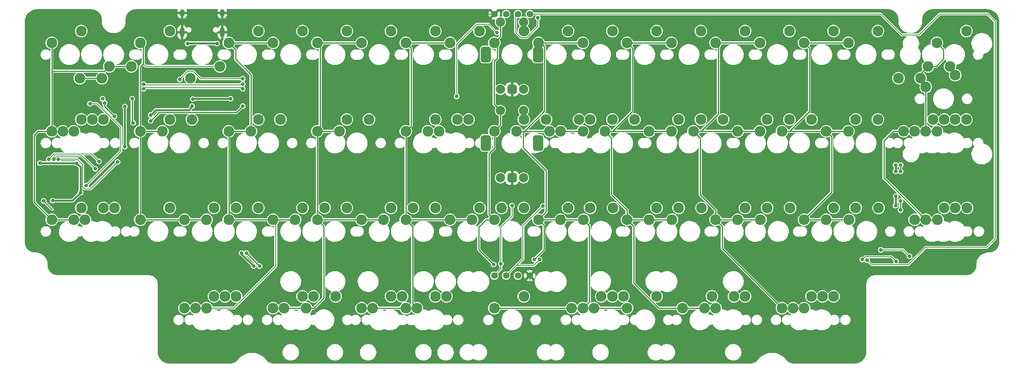
<source format=gtl>
%TF.GenerationSoftware,KiCad,Pcbnew,(7.0.0)*%
%TF.CreationDate,2023-11-20T16:18:29+01:00*%
%TF.ProjectId,universal vault,756e6976-6572-4736-916c-207661756c74,rev?*%
%TF.SameCoordinates,Original*%
%TF.FileFunction,Copper,L1,Top*%
%TF.FilePolarity,Positive*%
%FSLAX46Y46*%
G04 Gerber Fmt 4.6, Leading zero omitted, Abs format (unit mm)*
G04 Created by KiCad (PCBNEW (7.0.0)) date 2023-11-20 16:18:29*
%MOMM*%
%LPD*%
G01*
G04 APERTURE LIST*
G04 Aperture macros list*
%AMRoundRect*
0 Rectangle with rounded corners*
0 $1 Rounding radius*
0 $2 $3 $4 $5 $6 $7 $8 $9 X,Y pos of 4 corners*
0 Add a 4 corners polygon primitive as box body*
4,1,4,$2,$3,$4,$5,$6,$7,$8,$9,$2,$3,0*
0 Add four circle primitives for the rounded corners*
1,1,$1+$1,$2,$3*
1,1,$1+$1,$4,$5*
1,1,$1+$1,$6,$7*
1,1,$1+$1,$8,$9*
0 Add four rect primitives between the rounded corners*
20,1,$1+$1,$2,$3,$4,$5,0*
20,1,$1+$1,$4,$5,$6,$7,0*
20,1,$1+$1,$6,$7,$8,$9,0*
20,1,$1+$1,$8,$9,$2,$3,0*%
G04 Aperture macros list end*
%TA.AperFunction,ComponentPad*%
%ADD10C,2.000000*%
%TD*%
%TA.AperFunction,ComponentPad*%
%ADD11RoundRect,0.550000X0.550000X-1.150000X0.550000X1.150000X-0.550000X1.150000X-0.550000X-1.150000X0*%
%TD*%
%TA.AperFunction,ComponentPad*%
%ADD12RoundRect,0.500000X0.500000X-0.500000X0.500000X0.500000X-0.500000X0.500000X-0.500000X-0.500000X0*%
%TD*%
%TA.AperFunction,ComponentPad*%
%ADD13C,2.300000*%
%TD*%
%TA.AperFunction,ComponentPad*%
%ADD14C,1.397000*%
%TD*%
%TA.AperFunction,ComponentPad*%
%ADD15O,1.000000X1.600000*%
%TD*%
%TA.AperFunction,ComponentPad*%
%ADD16O,1.000000X2.100000*%
%TD*%
%TA.AperFunction,ViaPad*%
%ADD17C,0.800000*%
%TD*%
%TA.AperFunction,Conductor*%
%ADD18C,0.250000*%
%TD*%
%TA.AperFunction,Conductor*%
%ADD19C,0.200000*%
%TD*%
%TA.AperFunction,Conductor*%
%ADD20C,0.254000*%
%TD*%
%TA.AperFunction,Conductor*%
%ADD21C,0.381000*%
%TD*%
G04 APERTURE END LIST*
D10*
%TO.P,SW1,S2,S2*%
%TO.N,col5*%
X154662500Y-58881250D03*
%TO.P,SW1,S1,S1*%
%TO.N,Net-(D_SPACE6-A)*%
X159662500Y-58881250D03*
D11*
%TO.P,SW1,MP*%
%TO.N,N/C*%
X162762500Y-65881250D03*
X151562500Y-65881250D03*
D12*
%TO.P,SW1,C,C*%
%TO.N,GND*%
X157162500Y-73381250D03*
D10*
%TO.P,SW1,B,B*%
%TO.N,rB*%
X159662500Y-73381250D03*
%TO.P,SW1,A,A*%
%TO.N,rA*%
X154662500Y-73381250D03*
%TD*%
D13*
%TO.P,K_SPACE4,1*%
%TO.N,col3*%
X115252500Y-63341250D03*
%TO.P,K_SPACE4,2*%
%TO.N,Net-(D_SPACE4-A)*%
X121602500Y-60801250D03*
%TD*%
%TO.P,K_SPACE68,1*%
%TO.N,col6*%
X167640000Y-82391250D03*
%TO.P,K_SPACE68,2*%
%TO.N,Net-(D_SPACE18-A)*%
X173990000Y-79851250D03*
%TD*%
%TO.P,K_SPACE17,1*%
%TO.N,col5*%
X153352500Y-82391250D03*
%TO.P,K_SPACE17,2*%
%TO.N,Net-(D_SPACE17-A)*%
X159702500Y-79851250D03*
%TD*%
%TO.P,K_SPACE30,1*%
%TO.N,col7*%
X181927500Y-101441250D03*
%TO.P,K_SPACE30,2*%
%TO.N,Net-(D_SPACE30-A)*%
X188277500Y-98901250D03*
%TD*%
%TO.P,K_SPACE118,1*%
%TO.N,col7*%
X200977500Y-120491250D03*
%TO.P,K_SPACE118,2*%
%TO.N,Net-(D_SPACE39-A)*%
X207327500Y-117951250D03*
%TD*%
%TO.P,K_SPACE94,1*%
%TO.N,col4*%
X148590000Y-101441250D03*
%TO.P,K_SPACE94,2*%
%TO.N,Net-(D_SPACE27-A)*%
X154940000Y-98901250D03*
%TD*%
%TO.P,K_SPACE73,1*%
%TO.N,col1*%
X81915000Y-82391250D03*
%TO.P,K_SPACE73,2*%
%TO.N,Net-(D_SPACE13-A)*%
X88265000Y-79851250D03*
%TD*%
%TO.P,K_SPACE117,1*%
%TO.N,col3*%
X105727500Y-120491250D03*
%TO.P,K_SPACE117,2*%
%TO.N,Net-(D_SPACE35-A)*%
X112077500Y-117951250D03*
%TD*%
%TO.P,K_SPACE107,1*%
%TO.N,col2*%
X89058750Y-120491250D03*
%TO.P,K_SPACE107,2*%
%TO.N,Net-(D_SPACE34-A)*%
X95408750Y-117951250D03*
%TD*%
%TO.P,K_SPACE83,1*%
%TO.N,col1*%
X77152500Y-101441250D03*
%TO.P,K_SPACE83,2*%
%TO.N,Net-(D_SPACE24-A)*%
X83502500Y-98901250D03*
%TD*%
%TO.P,K_SPACE124,1*%
%TO.N,col4*%
X127158750Y-120491250D03*
%TO.P,K_SPACE124,2*%
%TO.N,Net-(D_SPACE36-A)*%
X133508750Y-117951250D03*
%TD*%
%TO.P,K_SPACE28,1*%
%TO.N,col4*%
X141446250Y-82391250D03*
%TO.P,K_SPACE28,2*%
%TO.N,Net-(D_SPACE16-A)*%
X147796250Y-79851250D03*
%TD*%
%TO.P,K_SPACE72,1*%
%TO.N,col10*%
X243840000Y-82391250D03*
%TO.P,K_SPACE72,2*%
%TO.N,Net-(D_SPACE22-A)*%
X250190000Y-79851250D03*
%TD*%
D14*
%TO.P,OL2,1,SDA*%
%TO.N,SDA*%
X160972500Y-57150000D03*
%TO.P,OL2,2,SCL*%
%TO.N,SCL*%
X158432500Y-57150000D03*
%TO.P,OL2,3,VCC*%
%TO.N,+5V*%
X155892500Y-57150000D03*
%TO.P,OL2,4,GND*%
%TO.N,GND*%
X153352500Y-57150000D03*
%TD*%
D13*
%TO.P,K_SPACE95,1*%
%TO.N,col10*%
X246221250Y-72866250D03*
%TO.P,K_SPACE95,2*%
%TO.N,Net-(D_SPACE11-A)*%
X252571250Y-70326250D03*
%TD*%
%TO.P,K_SPACE9,1*%
%TO.N,col8*%
X210502500Y-63341250D03*
%TO.P,K_SPACE9,2*%
%TO.N,Net-(D_SPACE9-A)*%
X216852500Y-60801250D03*
%TD*%
%TO.P,K_SPACE21,1*%
%TO.N,col9*%
X229552500Y-82391250D03*
%TO.P,K_SPACE21,2*%
%TO.N,Net-(D_SPACE21-A)*%
X235902500Y-79851250D03*
%TD*%
%TO.P,K_SPACE33,1*%
%TO.N,col10*%
X243840000Y-101441250D03*
%TO.P,K_SPACE33,2*%
%TO.N,Net-(D_SPACE33-A)*%
X250190000Y-98901250D03*
%TD*%
%TO.P,K_SPACE55,1*%
%TO.N,col3*%
X124777500Y-63341250D03*
%TO.P,K_SPACE55,2*%
%TO.N,Net-(D_SPACE4-A)*%
X131127500Y-60801250D03*
%TD*%
%TO.P,K_SPACE121,1*%
%TO.N,col6*%
X172402500Y-120491250D03*
%TO.P,K_SPACE121,2*%
%TO.N,Net-(D_SPACE38-A)*%
X178752500Y-117951250D03*
%TD*%
%TO.P,K_SPACE115,1*%
%TO.N,col6*%
X170021250Y-120491250D03*
%TO.P,K_SPACE115,2*%
%TO.N,Net-(D_SPACE38-A)*%
X176371250Y-117951250D03*
%TD*%
%TO.P,K_SPACE15,1*%
%TO.N,col3*%
X115252500Y-82391250D03*
%TO.P,K_SPACE15,2*%
%TO.N,Net-(D_SPACE15-A)*%
X121602500Y-79851250D03*
%TD*%
%TO.P,K_SPACE70,1*%
%TO.N,col8*%
X205740000Y-82391250D03*
%TO.P,K_SPACE70,2*%
%TO.N,Net-(D_SPACE20-A)*%
X212090000Y-79851250D03*
%TD*%
%TO.P,K_SPACE98,1*%
%TO.N,col8*%
X205740000Y-101441250D03*
%TO.P,K_SPACE98,2*%
%TO.N,Net-(D_SPACE31-A)*%
X212090000Y-98901250D03*
%TD*%
%TO.P,K_SPACE78,1*%
%TO.N,col7*%
X177165000Y-82391250D03*
%TO.P,K_SPACE78,2*%
%TO.N,Net-(D_SPACE19-A)*%
X183515000Y-79851250D03*
%TD*%
%TO.P,K_SPACE101,1*%
%TO.N,col10*%
X246221250Y-82391250D03*
%TO.P,K_SPACE101,2*%
%TO.N,Net-(D_SPACE22-A)*%
X252571250Y-79851250D03*
%TD*%
%TO.P,K_SPACE10,1*%
%TO.N,col9*%
X229552500Y-63341250D03*
%TO.P,K_SPACE10,2*%
%TO.N,Net-(D_SPACE10-A)*%
X235902500Y-60801250D03*
%TD*%
%TO.P,K_SPACE74,1*%
%TO.N,col2*%
X100965000Y-82391250D03*
%TO.P,K_SPACE74,2*%
%TO.N,Net-(D_SPACE14-A)*%
X107315000Y-79851250D03*
%TD*%
D14*
%TO.P,OL1,1,SDA*%
%TO.N,SDA*%
X153352500Y-113506250D03*
%TO.P,OL1,2,SCL*%
%TO.N,SCL*%
X155892500Y-113506250D03*
%TO.P,OL1,3,VCC*%
%TO.N,+5V*%
X158432500Y-113506250D03*
%TO.P,OL1,4,GND*%
%TO.N,GND*%
X160972500Y-113506250D03*
%TD*%
D13*
%TO.P,K_SPACE99,1*%
%TO.N,col9*%
X224790000Y-101441250D03*
%TO.P,K_SPACE99,2*%
%TO.N,Net-(D_SPACE32-A)*%
X231140000Y-98901250D03*
%TD*%
%TO.P,K_SPACE85,1*%
%TO.N,col3*%
X115252500Y-101441250D03*
%TO.P,K_SPACE85,2*%
%TO.N,Net-(D_SPACE26-A)*%
X121602500Y-98901250D03*
%TD*%
%TO.P,K_SPACE110,1*%
%TO.N,col6*%
X153352500Y-120491250D03*
%TO.P,K_SPACE110,2*%
%TO.N,Net-(D_SPACE38-A)*%
X159702500Y-117951250D03*
%TD*%
%TO.P,K_SPACE2,1*%
%TO.N,col1*%
X77152500Y-63341250D03*
%TO.P,K_SPACE2,2*%
%TO.N,Net-(D_SPACE2-A)*%
X83502500Y-60801250D03*
%TD*%
%TO.P,K_SPACE92,1*%
%TO.N,col2*%
X110490000Y-101441250D03*
%TO.P,K_SPACE92,2*%
%TO.N,Net-(D_SPACE25-A)*%
X116840000Y-98901250D03*
%TD*%
%TO.P,K_SPACE34,1*%
%TO.N,col6*%
X165258750Y-82391250D03*
%TO.P,K_SPACE34,2*%
%TO.N,Net-(D_SPACE18-A)*%
X171608750Y-79851250D03*
%TD*%
%TO.P,K_SPACE14,1*%
%TO.N,col2*%
X96202500Y-82391250D03*
%TO.P,K_SPACE14,2*%
%TO.N,Net-(D_SPACE14-A)*%
X102552500Y-79851250D03*
%TD*%
%TO.P,K_SPACE77,1*%
%TO.N,col6*%
X158115000Y-82391250D03*
%TO.P,K_SPACE77,2*%
%TO.N,Net-(D_SPACE18-A)*%
X164465000Y-79851250D03*
%TD*%
%TO.P,K_SPACE32,1*%
%TO.N,col9*%
X220027500Y-101441250D03*
%TO.P,K_SPACE32,2*%
%TO.N,Net-(D_SPACE32-A)*%
X226377500Y-98901250D03*
%TD*%
%TO.P,K_SPACE114,1*%
%TO.N,col4*%
X136683750Y-120491250D03*
%TO.P,K_SPACE114,2*%
%TO.N,Net-(D_SPACE36-A)*%
X143033750Y-117951250D03*
%TD*%
%TO.P,K_SPACE67,1*%
%TO.N,col0*%
X60483750Y-82391250D03*
%TO.P,K_SPACE67,2*%
%TO.N,Net-(D_SPACE12-A)*%
X66833750Y-79851250D03*
%TD*%
%TO.P,K_SPACE108,1*%
%TO.N,col7*%
X193833750Y-120491250D03*
%TO.P,K_SPACE108,2*%
%TO.N,Net-(D_SPACE39-A)*%
X200183750Y-117951250D03*
%TD*%
%TO.P,K_SPACE71,1*%
%TO.N,col9*%
X224790000Y-82391250D03*
%TO.P,K_SPACE71,2*%
%TO.N,Net-(D_SPACE21-A)*%
X231140000Y-79851250D03*
%TD*%
%TO.P,K_SPACE88,1*%
%TO.N,col7*%
X191618750Y-101441250D03*
%TO.P,K_SPACE88,2*%
%TO.N,Net-(D_SPACE30-A)*%
X197968750Y-98901250D03*
%TD*%
%TO.P,K_SPACE50,1*%
%TO.N,col0*%
X65246250Y-101441250D03*
%TO.P,K_SPACE50,2*%
%TO.N,Net-(D_SPACE23-A)*%
X71596250Y-98901250D03*
%TD*%
%TO.P,K_SPACE57,1*%
%TO.N,col0*%
X62865000Y-82391250D03*
%TO.P,K_SPACE57,2*%
%TO.N,Net-(D_SPACE12-A)*%
X69215000Y-79851250D03*
%TD*%
%TO.P,K_SPACE26,1*%
%TO.N,col3*%
X124777500Y-101441250D03*
%TO.P,K_SPACE26,2*%
%TO.N,Net-(D_SPACE26-A)*%
X131127500Y-98901250D03*
%TD*%
%TO.P,K_SPACE90,1*%
%TO.N,col9*%
X229718750Y-101441250D03*
%TO.P,K_SPACE90,2*%
%TO.N,Net-(D_SPACE32-A)*%
X236068750Y-98901250D03*
%TD*%
%TO.P,K_SPACE116,1*%
%TO.N,col6*%
X153352500Y-120491250D03*
%TO.P,K_SPACE116,2*%
%TO.N,Net-(D_SPACE38-A)*%
X159702500Y-117951250D03*
%TD*%
%TO.P,K_SPACE93,1*%
%TO.N,col3*%
X129540000Y-101441250D03*
%TO.P,K_SPACE93,2*%
%TO.N,Net-(D_SPACE26-A)*%
X135890000Y-98901250D03*
%TD*%
%TO.P,K_SPACE81,1*%
%TO.N,col10*%
X241458750Y-82391250D03*
%TO.P,K_SPACE81,2*%
%TO.N,Net-(D_SPACE22-A)*%
X247808750Y-79851250D03*
%TD*%
%TO.P,K_SPACE128,1*%
%TO.N,col4*%
X124777500Y-120491250D03*
%TO.P,K_SPACE128,2*%
%TO.N,Net-(D_SPACE36-A)*%
X131127500Y-117951250D03*
%TD*%
%TO.P,K_SPACE87,1*%
%TO.N,col6*%
X172568750Y-101441250D03*
%TO.P,K_SPACE87,2*%
%TO.N,Net-(D_SPACE29-A)*%
X178918750Y-98901250D03*
%TD*%
%TO.P,K_SPACE123,1*%
%TO.N,col8*%
X215265000Y-120491250D03*
%TO.P,K_SPACE123,2*%
%TO.N,Net-(D_SPACE40-A)*%
X221615000Y-117951250D03*
%TD*%
%TO.P,K_SPACE97,1*%
%TO.N,col7*%
X186690000Y-101441250D03*
%TO.P,K_SPACE97,2*%
%TO.N,Net-(D_SPACE30-A)*%
X193040000Y-98901250D03*
%TD*%
%TO.P,K_SPACE69,1*%
%TO.N,col7*%
X186690000Y-82391250D03*
%TO.P,K_SPACE69,2*%
%TO.N,Net-(D_SPACE19-A)*%
X193040000Y-79851250D03*
%TD*%
%TO.P,K_SPACE56,1*%
%TO.N,col4*%
X143827500Y-63341250D03*
%TO.P,K_SPACE56,2*%
%TO.N,Net-(D_SPACE5-A)*%
X150177500Y-60801250D03*
%TD*%
%TO.P,K_SPACE62,1*%
%TO.N,col10*%
X246697500Y-68421250D03*
%TO.P,K_SPACE62,2*%
%TO.N,Net-(D_SPACE11-A)*%
X240347500Y-70961250D03*
%TD*%
%TO.P,K_SPACE109,1*%
%TO.N,col8*%
X217646250Y-120491250D03*
%TO.P,K_SPACE109,2*%
%TO.N,Net-(D_SPACE40-A)*%
X223996250Y-117951250D03*
%TD*%
%TO.P,K_SPACE25,1*%
%TO.N,col2*%
X105727500Y-101441250D03*
%TO.P,K_SPACE25,2*%
%TO.N,Net-(D_SPACE25-A)*%
X112077500Y-98901250D03*
%TD*%
%TO.P,K_SPACE63,1*%
%TO.N,col1*%
X81915000Y-82391250D03*
%TO.P,K_SPACE63,2*%
%TO.N,Net-(D_SPACE13-A)*%
X88265000Y-79851250D03*
%TD*%
%TO.P,K_SPACE51,1*%
%TO.N,col1*%
X91440000Y-101441250D03*
%TO.P,K_SPACE51,2*%
%TO.N,Net-(D_SPACE24-A)*%
X97790000Y-98901250D03*
%TD*%
%TO.P,K_SPACE60,1*%
%TO.N,col8*%
X200977500Y-63341250D03*
%TO.P,K_SPACE60,2*%
%TO.N,Net-(D_SPACE9-A)*%
X207327500Y-60801250D03*
%TD*%
%TO.P,K_SPACE103,1*%
%TO.N,col0*%
X70485000Y-68421250D03*
%TO.P,K_SPACE103,2*%
%TO.N,Net-(D_SPACE1-A)*%
X64135000Y-70961250D03*
%TD*%
%TO.P,K_SPACE102,1*%
%TO.N,Net-(D_SPACE11-A)*%
X251460000Y-68421250D03*
%TO.P,K_SPACE102,2*%
%TO.N,col10*%
X245110000Y-70961250D03*
%TD*%
%TO.P,K_SPACE8,1*%
%TO.N,col7*%
X191452500Y-63341250D03*
%TO.P,K_SPACE8,2*%
%TO.N,Net-(D_SPACE8-A)*%
X197802500Y-60801250D03*
%TD*%
%TO.P,K_SPACE86,1*%
%TO.N,col4*%
X134302500Y-101441250D03*
%TO.P,K_SPACE86,2*%
%TO.N,Net-(D_SPACE27-A)*%
X140652500Y-98901250D03*
%TD*%
%TO.P,K_SPACE100,1*%
%TO.N,col10*%
X246221250Y-101441250D03*
%TO.P,K_SPACE100,2*%
%TO.N,Net-(D_SPACE33-A)*%
X252571250Y-98901250D03*
%TD*%
%TO.P,K_SPACE66,1*%
%TO.N,col4*%
X139065000Y-82391250D03*
%TO.P,K_SPACE66,2*%
%TO.N,Net-(D_SPACE16-A)*%
X145415000Y-79851250D03*
%TD*%
%TO.P,K_SPACE79,1*%
%TO.N,col8*%
X196215000Y-82391250D03*
%TO.P,K_SPACE79,2*%
%TO.N,Net-(D_SPACE20-A)*%
X202565000Y-79851250D03*
%TD*%
%TO.P,K_SPACE64,1*%
%TO.N,col2*%
X100965000Y-82391250D03*
%TO.P,K_SPACE64,2*%
%TO.N,Net-(D_SPACE14-A)*%
X107315000Y-79851250D03*
%TD*%
%TO.P,K_SPACE20,1*%
%TO.N,col8*%
X210502500Y-82391250D03*
%TO.P,K_SPACE20,2*%
%TO.N,Net-(D_SPACE20-A)*%
X216852500Y-79851250D03*
%TD*%
%TO.P,K_SPACE49,1*%
%TO.N,col5*%
X153352500Y-101441250D03*
%TO.P,K_SPACE49,2*%
%TO.N,Net-(D_SPACE28-A)*%
X159702500Y-98901250D03*
%TD*%
%TO.P,K_SPACE59,1*%
%TO.N,col7*%
X181927500Y-63341250D03*
%TO.P,K_SPACE59,2*%
%TO.N,Net-(D_SPACE8-A)*%
X188277500Y-60801250D03*
%TD*%
%TO.P,K_SPACE104,1*%
%TO.N,col0*%
X60483750Y-82391250D03*
%TO.P,K_SPACE104,2*%
%TO.N,Net-(D_SPACE12-A)*%
X66833750Y-79851250D03*
%TD*%
%TO.P,K_SPACE84,1*%
%TO.N,col2*%
X96202500Y-101441250D03*
%TO.P,K_SPACE84,2*%
%TO.N,Net-(D_SPACE25-A)*%
X102552500Y-98901250D03*
%TD*%
%TO.P,K_SPACE106,1*%
%TO.N,col3*%
X112871250Y-120491250D03*
%TO.P,K_SPACE106,2*%
%TO.N,Net-(D_SPACE35-A)*%
X119221250Y-117951250D03*
%TD*%
%TO.P,K_SPACE125,1*%
%TO.N,col6*%
X174783750Y-120491250D03*
%TO.P,K_SPACE125,2*%
%TO.N,Net-(D_SPACE38-A)*%
X181133750Y-117951250D03*
%TD*%
%TO.P,K_SPACE11,1*%
%TO.N,col10*%
X248602500Y-63341250D03*
%TO.P,K_SPACE11,2*%
%TO.N,Net-(D_SPACE11-A)*%
X254952500Y-60801250D03*
%TD*%
%TO.P,K_SPACE91,1*%
%TO.N,col10*%
X248768750Y-101441250D03*
%TO.P,K_SPACE91,2*%
%TO.N,Net-(D_SPACE33-A)*%
X255118750Y-98901250D03*
%TD*%
D10*
%TO.P,SW2,A,A*%
%TO.N,rC*%
X154662500Y-92431250D03*
%TO.P,SW2,B,B*%
%TO.N,rD*%
X159662500Y-92431250D03*
D12*
%TO.P,SW2,C,C*%
%TO.N,GND*%
X157162500Y-92431250D03*
D11*
%TO.P,SW2,MP*%
%TO.N,N/C*%
X151562500Y-84931250D03*
X162762500Y-84931250D03*
D10*
%TO.P,SW2,S1,S1*%
%TO.N,Net-(D_SPACE17-A)*%
X159662500Y-77931250D03*
%TO.P,SW2,S2,S2*%
%TO.N,col5*%
X154662500Y-77931250D03*
%TD*%
D13*
%TO.P,K_SPACE122,1*%
%TO.N,col2*%
X91440000Y-120491250D03*
%TO.P,K_SPACE122,2*%
%TO.N,Net-(D_SPACE34-A)*%
X97790000Y-117951250D03*
%TD*%
%TO.P,K_SPACE129,1*%
%TO.N,col6*%
X181927500Y-120491250D03*
%TO.P,K_SPACE129,2*%
%TO.N,Net-(D_SPACE38-A)*%
X188277500Y-117951250D03*
%TD*%
%TO.P,K_SPACE113,1*%
%TO.N,col8*%
X220027500Y-120491250D03*
%TO.P,K_SPACE113,2*%
%TO.N,Net-(D_SPACE40-A)*%
X226377500Y-117951250D03*
%TD*%
%TO.P,K_SPACE19,1*%
%TO.N,col7*%
X191452500Y-82391250D03*
%TO.P,K_SPACE19,2*%
%TO.N,Net-(D_SPACE19-A)*%
X197802500Y-79851250D03*
%TD*%
%TO.P,K_SPACE23,1*%
%TO.N,col0*%
X62865000Y-101441250D03*
%TO.P,K_SPACE23,2*%
%TO.N,Net-(D_SPACE23-A)*%
X69215000Y-98901250D03*
%TD*%
%TO.P,K_SPACE16,1*%
%TO.N,col4*%
X134302500Y-82391250D03*
%TO.P,K_SPACE16,2*%
%TO.N,Net-(D_SPACE16-A)*%
X140652500Y-79851250D03*
%TD*%
%TO.P,K_SPACE105,1*%
%TO.N,col2*%
X86677500Y-120491250D03*
%TO.P,K_SPACE105,2*%
%TO.N,Net-(D_SPACE34-A)*%
X93027500Y-117951250D03*
%TD*%
%TO.P,K_SPACE12,1*%
%TO.N,col0*%
X58102500Y-82391250D03*
%TO.P,K_SPACE12,2*%
%TO.N,Net-(D_SPACE12-A)*%
X64452500Y-79851250D03*
%TD*%
%TO.P,K_SPACE22,1*%
%TO.N,col10*%
X248602500Y-82391250D03*
%TO.P,K_SPACE22,2*%
%TO.N,Net-(D_SPACE22-A)*%
X254952500Y-79851250D03*
%TD*%
%TO.P,K_SPACE52,1*%
%TO.N,col0*%
X75247500Y-68421250D03*
%TO.P,K_SPACE52,2*%
%TO.N,Net-(D_SPACE1-A)*%
X68897500Y-70961250D03*
%TD*%
%TO.P,K_SPACE65,1*%
%TO.N,col3*%
X120015000Y-82391250D03*
%TO.P,K_SPACE65,2*%
%TO.N,Net-(D_SPACE15-A)*%
X126365000Y-79851250D03*
%TD*%
%TO.P,K_SPACE53,1*%
%TO.N,col1*%
X94297500Y-68421250D03*
%TO.P,K_SPACE53,2*%
%TO.N,Net-(D_SPACE2-A)*%
X87947500Y-70961250D03*
%TD*%
%TO.P,K_SPACE3,1*%
%TO.N,col2*%
X96202500Y-63341250D03*
%TO.P,K_SPACE3,2*%
%TO.N,Net-(D_SPACE3-A)*%
X102552500Y-60801250D03*
%TD*%
%TO.P,K_SPACE80,1*%
%TO.N,col9*%
X215265000Y-82391250D03*
%TO.P,K_SPACE80,2*%
%TO.N,Net-(D_SPACE21-A)*%
X221615000Y-79851250D03*
%TD*%
%TO.P,K_SPACE7,1*%
%TO.N,col6*%
X172402500Y-63341250D03*
%TO.P,K_SPACE7,2*%
%TO.N,Net-(D_SPACE7-A)*%
X178752500Y-60801250D03*
%TD*%
%TO.P,K_SPACE96,1*%
%TO.N,col6*%
X167640000Y-101441250D03*
%TO.P,K_SPACE96,2*%
%TO.N,Net-(D_SPACE29-A)*%
X173990000Y-98901250D03*
%TD*%
%TO.P,K_SPACE6,1*%
%TO.N,col5*%
X153352500Y-63341250D03*
%TO.P,K_SPACE6,2*%
%TO.N,Net-(D_SPACE6-A)*%
X159702500Y-60801250D03*
%TD*%
%TO.P,K_SPACE82,1*%
%TO.N,col0*%
X58102500Y-101441250D03*
%TO.P,K_SPACE82,2*%
%TO.N,Net-(D_SPACE23-A)*%
X64452500Y-98901250D03*
%TD*%
%TO.P,K_SPACE111,1*%
%TO.N,col3*%
X108108750Y-120491250D03*
%TO.P,K_SPACE111,2*%
%TO.N,Net-(D_SPACE35-A)*%
X114458750Y-117951250D03*
%TD*%
%TO.P,K_SPACE89,1*%
%TO.N,col8*%
X210668750Y-101441250D03*
%TO.P,K_SPACE89,2*%
%TO.N,Net-(D_SPACE31-A)*%
X217018750Y-98901250D03*
%TD*%
%TO.P,K_SPACE29,1*%
%TO.N,col6*%
X162877500Y-101441250D03*
%TO.P,K_SPACE29,2*%
%TO.N,Net-(D_SPACE29-A)*%
X169227500Y-98901250D03*
%TD*%
%TO.P,K_SPACE5,1*%
%TO.N,col4*%
X134302500Y-63341250D03*
%TO.P,K_SPACE5,2*%
%TO.N,Net-(D_SPACE5-A)*%
X140652500Y-60801250D03*
%TD*%
%TO.P,K_SPACE120,1*%
%TO.N,col4*%
X134302500Y-120491250D03*
%TO.P,K_SPACE120,2*%
%TO.N,Net-(D_SPACE36-A)*%
X140652500Y-117951250D03*
%TD*%
%TO.P,K_SPACE58,1*%
%TO.N,col6*%
X162877500Y-63341250D03*
%TO.P,K_SPACE58,2*%
%TO.N,Net-(D_SPACE7-A)*%
X169227500Y-60801250D03*
%TD*%
%TO.P,K_SPACE75,1*%
%TO.N,col3*%
X120015000Y-82391250D03*
%TO.P,K_SPACE75,2*%
%TO.N,Net-(D_SPACE15-A)*%
X126365000Y-79851250D03*
%TD*%
%TO.P,K_SPACE27,1*%
%TO.N,col4*%
X143827500Y-101441250D03*
%TO.P,K_SPACE27,2*%
%TO.N,Net-(D_SPACE27-A)*%
X150177500Y-98901250D03*
%TD*%
%TO.P,K_SPACE61,1*%
%TO.N,col9*%
X220027500Y-63341250D03*
%TO.P,K_SPACE61,2*%
%TO.N,Net-(D_SPACE10-A)*%
X226377500Y-60801250D03*
%TD*%
%TO.P,K_SPACE24,1*%
%TO.N,col1*%
X86677500Y-101441250D03*
%TO.P,K_SPACE24,2*%
%TO.N,Net-(D_SPACE24-A)*%
X93027500Y-98901250D03*
%TD*%
%TO.P,K_SPACE18,1*%
%TO.N,col6*%
X172402500Y-82391250D03*
%TO.P,K_SPACE18,2*%
%TO.N,Net-(D_SPACE18-A)*%
X178752500Y-79851250D03*
%TD*%
%TO.P,K_SPACE76,1*%
%TO.N,col4*%
X139065000Y-82391250D03*
%TO.P,K_SPACE76,2*%
%TO.N,Net-(D_SPACE16-A)*%
X145415000Y-79851250D03*
%TD*%
%TO.P,K_SPACE31,1*%
%TO.N,col8*%
X200977500Y-101441250D03*
%TO.P,K_SPACE31,2*%
%TO.N,Net-(D_SPACE31-A)*%
X207327500Y-98901250D03*
%TD*%
%TO.P,K_SPACE1,1*%
%TO.N,col0*%
X58102500Y-63341250D03*
%TO.P,K_SPACE1,2*%
%TO.N,Net-(D_SPACE1-A)*%
X64452500Y-60801250D03*
%TD*%
%TO.P,K_SPACE112,1*%
%TO.N,col7*%
X198596250Y-120491250D03*
%TO.P,K_SPACE112,2*%
%TO.N,Net-(D_SPACE39-A)*%
X204946250Y-117951250D03*
%TD*%
%TO.P,K_SPACE54,1*%
%TO.N,col2*%
X105727500Y-63341250D03*
%TO.P,K_SPACE54,2*%
%TO.N,Net-(D_SPACE3-A)*%
X112077500Y-60801250D03*
%TD*%
%TO.P,K_SPACE13,1*%
%TO.N,col1*%
X77152500Y-82391250D03*
%TO.P,K_SPACE13,2*%
%TO.N,Net-(D_SPACE13-A)*%
X83502500Y-79851250D03*
%TD*%
D15*
%TO.P,J1,S1,SHIELD*%
%TO.N,GND*%
X86167499Y-56893749D03*
D16*
X86167499Y-61073749D03*
D15*
X94807499Y-56893749D03*
D16*
X94807499Y-61073749D03*
%TD*%
D17*
%TO.N,SCL*%
X163789239Y-98478901D03*
X162718750Y-57943750D03*
%TO.N,SDA*%
X233563602Y-110145806D03*
%TO.N,SCL*%
X232568750Y-110049500D03*
%TO.N,GND*%
X67268952Y-89008936D03*
X67170194Y-95954250D03*
X133350000Y-111918750D03*
X157162500Y-89663000D03*
X60980750Y-98425000D03*
X73628160Y-76130766D03*
X212828553Y-76759073D03*
X79985682Y-77019500D03*
X238918750Y-106362500D03*
X59531250Y-92868750D03*
X103981250Y-111430750D03*
X211137500Y-111918750D03*
X88693529Y-73834092D03*
X178218038Y-76611957D03*
X71792464Y-81401286D03*
X65155175Y-74415349D03*
X109137161Y-76752167D03*
X56472000Y-88189428D03*
X157162500Y-70550500D03*
X98572988Y-78666940D03*
X181768750Y-111918750D03*
X160964121Y-115242308D03*
X240506250Y-77787500D03*
X78211550Y-79842247D03*
X151606250Y-57150000D03*
X87312500Y-76993750D03*
X59531250Y-86518750D03*
X140072694Y-76634749D03*
X56356250Y-98425000D03*
%TO.N,+5V*%
X69056250Y-75406250D03*
X88492439Y-75442811D03*
X79375000Y-78905750D03*
X101542286Y-111430750D03*
X239712500Y-89663000D03*
X239755026Y-96367033D03*
X145256250Y-74909500D03*
X239712500Y-91062000D03*
X96603000Y-75406250D03*
X153936000Y-61118750D03*
X88312003Y-76993750D03*
X98985073Y-108625500D03*
X239712500Y-98425000D03*
%TO.N,row0*%
X99215000Y-71085446D03*
X85668671Y-71263364D03*
%TO.N,row1*%
X57464064Y-88412000D03*
X68262500Y-88900000D03*
%TO.N,row2*%
X236537500Y-107950000D03*
X242746389Y-109351138D03*
%TO.N,VCC*%
X87312500Y-63500000D03*
X93662500Y-63500000D03*
%TO.N,col5*%
X153193750Y-111097850D03*
%TO.N,col6*%
X161925000Y-110049500D03*
%TO.N,+3V3*%
X63500000Y-89309500D03*
X58282508Y-97344272D03*
X64293750Y-95618750D03*
X73843706Y-77106750D03*
X73818750Y-85725000D03*
X55562500Y-89262909D03*
%TO.N,BOOT*%
X65543637Y-94119250D03*
X66317796Y-76453478D03*
%TO.N,unconnected-(U1-PA2-Pad12)*%
X56356250Y-97425497D03*
%TO.N,SDA*%
X157162500Y-98425000D03*
X154781250Y-110962000D03*
%TO.N,SCL*%
X163090174Y-110049500D03*
X239812990Y-110431740D03*
%TO.N,rB*%
X99218750Y-72231250D03*
X77877000Y-72231250D03*
%TO.N,rD*%
X58531747Y-88412000D03*
X67468750Y-90487500D03*
%TO.N,rA*%
X77877000Y-73230753D03*
X99218750Y-73230753D03*
%TO.N,Net-(LED1-DOUT)*%
X79375000Y-80168750D03*
X99218750Y-76993750D03*
X75622884Y-80594300D03*
X75423706Y-75406250D03*
%TO.N,rgb underglow*%
X71608052Y-79204448D03*
X69487608Y-76307879D03*
%TO.N,Net-(LED6-DOUT)*%
X240803045Y-91062000D03*
X240788112Y-99378606D03*
X240803045Y-89663000D03*
X240798977Y-97410984D03*
%TO.N,Net-(LED11-DOUT)*%
X102817787Y-111430750D03*
X100012500Y-108625500D03*
%TO.N,RGB MCU*%
X59531250Y-88412000D03*
X72255790Y-88998163D03*
%TD*%
D18*
%TO.N,col6*%
X164514239Y-99804511D02*
X162877500Y-101441250D01*
X164514239Y-90870619D02*
X164514239Y-99804511D01*
X159853060Y-86209440D02*
X164514239Y-90870619D01*
D19*
%TO.N,SCL*%
X159506400Y-102761740D02*
X163789239Y-98478901D01*
X159506400Y-109892350D02*
X159506400Y-102761740D01*
X158115000Y-111283750D02*
X159506400Y-109892350D01*
X238827056Y-109445806D02*
X239812990Y-110431740D01*
X233172444Y-109445806D02*
X238827056Y-109445806D01*
X232568750Y-110049500D02*
X233172444Y-109445806D01*
D18*
%TO.N,col5*%
X153352500Y-86078687D02*
X152202500Y-87228687D01*
X153352500Y-82391250D02*
X153352500Y-86078687D01*
X152202500Y-87228687D02*
X152202500Y-100291250D01*
X152202500Y-100291250D02*
X153352500Y-101441250D01*
X154662500Y-81081250D02*
X153352500Y-82391250D01*
X154662500Y-77931250D02*
X154662500Y-81081250D01*
X153967500Y-66695000D02*
X153337500Y-67325000D01*
X153337500Y-67325000D02*
X153337500Y-76606250D01*
X153337500Y-76606250D02*
X154662500Y-77931250D01*
X153352500Y-63341250D02*
X153967500Y-63956250D01*
X153967500Y-63956250D02*
X153967500Y-66695000D01*
D19*
%TO.N,SCL*%
X157956250Y-61118750D02*
X157956250Y-57626250D01*
X159088750Y-62251250D02*
X157956250Y-61118750D01*
X160303110Y-62251250D02*
X159088750Y-62251250D01*
X157956250Y-57626250D02*
X158432500Y-57150000D01*
X162718750Y-59835610D02*
X160303110Y-62251250D01*
X162718750Y-57943750D02*
X162718750Y-59835610D01*
%TO.N,SDA*%
X236537500Y-57150000D02*
X160972500Y-57150000D01*
X241013500Y-61626000D02*
X236537500Y-57150000D01*
X244761500Y-61626000D02*
X241013500Y-61626000D01*
X249237500Y-57150000D02*
X244761500Y-61626000D01*
X259556250Y-57150000D02*
X249237500Y-57150000D01*
X261143750Y-58737500D02*
X259556250Y-57150000D01*
X261143750Y-105568750D02*
X261143750Y-58737500D01*
X259292147Y-107420353D02*
X261143750Y-105568750D01*
X246136779Y-107420353D02*
X259292147Y-107420353D01*
X242425392Y-111131740D02*
X246136779Y-107420353D01*
X234549536Y-111131740D02*
X242425392Y-111131740D01*
X233563602Y-110145806D02*
X234549536Y-111131740D01*
%TO.N,GND*%
X160972500Y-113506250D02*
X160972500Y-115233929D01*
X157162500Y-73381250D02*
X157162500Y-70550500D01*
X160972500Y-115233929D02*
X160964121Y-115242308D01*
X153352500Y-57150000D02*
X151606250Y-57150000D01*
X157162500Y-92431250D02*
X157162500Y-89663000D01*
D20*
%TO.N,Net-(D_SPACE1-A)*%
X64135000Y-70961250D02*
X68897500Y-70961250D01*
D19*
%TO.N,+5V*%
X145256250Y-74909500D02*
X145256250Y-63671890D01*
D21*
X88529000Y-75406250D02*
X88492439Y-75442811D01*
X87614186Y-77810000D02*
X88312003Y-77112183D01*
X239755026Y-96367033D02*
X239755026Y-98382474D01*
X239755026Y-98382474D02*
X239712500Y-98425000D01*
X80470750Y-77810000D02*
X87614186Y-77810000D01*
X101542286Y-111430750D02*
X98985073Y-108873537D01*
X79375000Y-78905750D02*
X80470750Y-77810000D01*
X239712500Y-89663000D02*
X239712500Y-91062000D01*
D19*
X145256250Y-63671890D02*
X149576890Y-59351250D01*
D21*
X96603000Y-75406250D02*
X88529000Y-75406250D01*
D19*
X152168500Y-59351250D02*
X153936000Y-61118750D01*
D21*
X98985073Y-108873537D02*
X98985073Y-108625500D01*
X88312003Y-77112183D02*
X88312003Y-76993750D01*
D19*
X149576890Y-59351250D02*
X152168500Y-59351250D01*
%TO.N,row0*%
X85668671Y-71189469D02*
X87384363Y-69473777D01*
X90122306Y-71085446D02*
X99215000Y-71085446D01*
X85668671Y-71263364D02*
X85668671Y-71189469D01*
X87384363Y-69473777D02*
X88510636Y-69473777D01*
X88510636Y-69473777D02*
X90122306Y-71085446D01*
%TO.N,row1*%
X57464064Y-88412000D02*
X58564064Y-87312000D01*
X66674500Y-87312000D02*
X68262500Y-88900000D01*
X58564064Y-87312000D02*
X66674500Y-87312000D01*
%TO.N,row2*%
X241345251Y-107950000D02*
X242746389Y-109351138D01*
X236537500Y-107950000D02*
X241345251Y-107950000D01*
D21*
%TO.N,VCC*%
X87312500Y-63500000D02*
X87365650Y-63446850D01*
X93609350Y-63446850D02*
X93662500Y-63500000D01*
X87365650Y-63446850D02*
X93609350Y-63446850D01*
D18*
%TO.N,col0*%
X58102500Y-101441250D02*
X65246250Y-101441250D01*
X58102500Y-82391250D02*
X62865000Y-82391250D01*
D20*
X58468250Y-69484250D02*
X58102500Y-69850000D01*
D18*
X54364000Y-97702750D02*
X58102500Y-101441250D01*
D20*
X70485000Y-68421250D02*
X75247500Y-68421250D01*
D18*
X55210052Y-82391250D02*
X54364000Y-83237302D01*
X58102500Y-82391250D02*
X55210052Y-82391250D01*
D20*
X69422000Y-69484250D02*
X58468250Y-69484250D01*
X58102500Y-63341250D02*
X58102500Y-69850000D01*
X70485000Y-68421250D02*
X69422000Y-69484250D01*
X58102500Y-69850000D02*
X58102500Y-82391250D01*
D18*
X54364000Y-83237302D02*
X54364000Y-97702750D01*
D19*
%TO.N,col1*%
X78382500Y-68421250D02*
X77767500Y-67806250D01*
D18*
X77152500Y-82391250D02*
X81915000Y-82391250D01*
X77767500Y-63956250D02*
X77767500Y-67806250D01*
X77152500Y-82391250D02*
X77152500Y-101441250D01*
X77767500Y-67806250D02*
X77152500Y-68421250D01*
D19*
X94297500Y-68421250D02*
X78382500Y-68421250D01*
D18*
X77152500Y-82391250D02*
X77152500Y-68421250D01*
X77152500Y-63341250D02*
X77767500Y-63956250D01*
X77152500Y-101441250D02*
X91440000Y-101441250D01*
%TO.N,col3*%
X115252500Y-63341250D02*
X115867500Y-63956250D01*
X115252500Y-101441250D02*
X129540000Y-101441250D01*
X115867500Y-63956250D02*
X115867500Y-81776250D01*
X114497595Y-120491250D02*
X112871250Y-120491250D01*
X115252500Y-82391250D02*
X115252500Y-101441250D01*
X116668900Y-118319945D02*
X114497595Y-120491250D01*
D20*
X105727500Y-120491250D02*
X112871250Y-120491250D01*
D18*
X115252500Y-82391250D02*
X120015000Y-82391250D01*
X115252500Y-63341250D02*
X124777500Y-63341250D01*
X115252500Y-101441250D02*
X116668900Y-102857650D01*
X116668900Y-102857650D02*
X116668900Y-118319945D01*
X115867500Y-81776250D02*
X115252500Y-82391250D01*
%TO.N,col4*%
X135743600Y-119551100D02*
X136683750Y-120491250D01*
X134302500Y-101441250D02*
X135743600Y-102882350D01*
X134302500Y-63341250D02*
X135427500Y-64466250D01*
X134302500Y-82391250D02*
X134302500Y-101441250D01*
X135427500Y-64466250D02*
X135427500Y-81266250D01*
X135743600Y-102882350D02*
X135743600Y-119551100D01*
X134302500Y-63341250D02*
X143827500Y-63341250D01*
D20*
X124777500Y-120491250D02*
X136683750Y-120491250D01*
D18*
X134302500Y-101441250D02*
X148590000Y-101441250D01*
X135427500Y-81266250D02*
X134302500Y-82391250D01*
D19*
%TO.N,col5*%
X154662500Y-81081250D02*
X153987500Y-81756250D01*
D18*
X150018750Y-107922850D02*
X153193750Y-111097850D01*
X153987500Y-81756250D02*
X153352500Y-82391250D01*
X151589869Y-101441250D02*
X150018750Y-103012369D01*
D20*
X154662500Y-58881250D02*
X154662500Y-62031250D01*
D18*
X153352500Y-82391250D02*
X153337500Y-82406250D01*
X150018750Y-103012369D02*
X150018750Y-107922850D01*
D20*
X154662500Y-62031250D02*
X153352500Y-63341250D01*
D18*
X153352500Y-101441250D02*
X151589869Y-101441250D01*
%TO.N,col7*%
X183368600Y-102882350D02*
X183368600Y-115128316D01*
X181927500Y-101441250D02*
X183368600Y-102882350D01*
X178752500Y-82391250D02*
X177165000Y-82391250D01*
X177165000Y-82391250D02*
X191452500Y-82391250D01*
X183077500Y-78066250D02*
X178752500Y-82391250D01*
X188731534Y-120491250D02*
X193833750Y-120491250D01*
X181927500Y-63341250D02*
X183077500Y-64491250D01*
X183077500Y-64491250D02*
X183077500Y-78066250D01*
X177165000Y-82391250D02*
X178581400Y-83807650D01*
X178581400Y-83807650D02*
X178581400Y-96031400D01*
X181927500Y-63341250D02*
X191452500Y-63341250D01*
X181927500Y-99377500D02*
X181927500Y-101441250D01*
D20*
X193833750Y-120491250D02*
X200977500Y-120491250D01*
D18*
X178581400Y-96031400D02*
X181927500Y-99377500D01*
X181927500Y-101441250D02*
X191618750Y-101441250D01*
X183368600Y-115128316D02*
X188731534Y-120491250D01*
%TO.N,col8*%
X200977500Y-99377500D02*
X200977500Y-101441250D01*
X196215000Y-82391250D02*
X197841345Y-82391250D01*
X201592500Y-63956250D02*
X200977500Y-63341250D01*
X196215000Y-82391250D02*
X197656100Y-83832350D01*
X202418600Y-107644850D02*
X215265000Y-120491250D01*
D20*
X215265000Y-120491250D02*
X220027500Y-120491250D01*
D18*
X202418600Y-102882350D02*
X202418600Y-107644850D01*
X197656100Y-96056100D02*
X200977500Y-99377500D01*
X200977500Y-101441250D02*
X202418600Y-102882350D01*
X197656100Y-83832350D02*
X197656100Y-96056100D01*
X197841345Y-82391250D02*
X201592500Y-78640095D01*
X196215000Y-82391250D02*
X210502500Y-82391250D01*
X201592500Y-78640095D02*
X201592500Y-63956250D01*
X200977500Y-63341250D02*
X210502500Y-63341250D01*
X200977500Y-101441250D02*
X210668750Y-101441250D01*
%TO.N,col9*%
X225940000Y-95528750D02*
X220027500Y-101441250D01*
X221177500Y-64491250D02*
X221177500Y-78105095D01*
X224790000Y-82391250D02*
X225940000Y-83541250D01*
X220027500Y-63341250D02*
X229552500Y-63341250D01*
X225940000Y-83541250D02*
X225940000Y-95528750D01*
X215265000Y-82391250D02*
X229552500Y-82391250D01*
X220027500Y-63341250D02*
X221177500Y-64491250D01*
X216891345Y-82391250D02*
X215265000Y-82391250D01*
X220027500Y-101441250D02*
X229718750Y-101441250D01*
X221177500Y-78105095D02*
X216891345Y-82391250D01*
D20*
%TO.N,col10*%
X245110000Y-71755000D02*
X246221250Y-72866250D01*
X250020900Y-66863309D02*
X248462959Y-68421250D01*
X248462959Y-68421250D02*
X246697500Y-68421250D01*
D18*
X237192500Y-84413483D02*
X237192500Y-92412500D01*
D20*
X250020900Y-64759650D02*
X250020900Y-66863309D01*
X245110000Y-70008750D02*
X245110000Y-70961250D01*
X246697500Y-68421250D02*
X245110000Y-70008750D01*
D18*
X239214733Y-82391250D02*
X237192500Y-84413483D01*
X237192500Y-92412500D02*
X246221250Y-101441250D01*
X241458750Y-82391250D02*
X248602500Y-82391250D01*
X241458750Y-82391250D02*
X239214733Y-82391250D01*
D20*
X245110000Y-70961250D02*
X245110000Y-71755000D01*
X248602500Y-63341250D02*
X250020900Y-64759650D01*
D18*
X243840000Y-101441250D02*
X248768750Y-101441250D01*
D20*
X246221250Y-72866250D02*
X246221250Y-82391250D01*
D18*
%TO.N,col6*%
X158115000Y-82391250D02*
X167640000Y-82391250D01*
X160405767Y-81824517D02*
X164187500Y-78042784D01*
X164027500Y-102591250D02*
X164027500Y-107947000D01*
X160405767Y-81824517D02*
X159556100Y-82674184D01*
X159556100Y-85912481D02*
X159853060Y-86209440D01*
X167640000Y-82391250D02*
X172402500Y-82391250D01*
X158115000Y-82391250D02*
X159839034Y-82391250D01*
X164027500Y-107947000D02*
X161925000Y-110049500D01*
X162877500Y-101441250D02*
X172568750Y-101441250D01*
X162877500Y-101441250D02*
X164027500Y-102591250D01*
X159556100Y-85725000D02*
X159556100Y-85912481D01*
X164187500Y-78042784D02*
X164187500Y-64186120D01*
X173818900Y-119074850D02*
X172402500Y-120491250D01*
X162877500Y-63341250D02*
X172402500Y-63341250D01*
X163342630Y-63341250D02*
X162877500Y-63341250D01*
X159556100Y-82674184D02*
X159556100Y-85725000D01*
X172568750Y-101441250D02*
X173818900Y-102691400D01*
X159839034Y-82391250D02*
X160405767Y-81824517D01*
X164187500Y-64186120D02*
X163342630Y-63341250D01*
X159853060Y-86209440D02*
X160956119Y-87312500D01*
D20*
X153352500Y-120491250D02*
X174783750Y-120491250D01*
D18*
X173818900Y-102691400D02*
X173818900Y-119074850D01*
D20*
X181927500Y-120491250D02*
X174783750Y-120491250D01*
D18*
%TO.N,col2*%
X96202500Y-63341250D02*
X105727500Y-63341250D01*
X96202500Y-63341250D02*
X97643600Y-64782350D01*
X96202500Y-101441250D02*
X110490000Y-101441250D01*
D19*
X106317500Y-111474360D02*
X97300610Y-120491250D01*
X97300610Y-120491250D02*
X91440000Y-120491250D01*
D18*
X97643600Y-66862480D02*
X100965000Y-70183880D01*
X96202500Y-82391250D02*
X101441250Y-82391250D01*
X97643600Y-64782350D02*
X97643600Y-66862480D01*
D19*
X106317500Y-102031250D02*
X106317500Y-111474360D01*
D18*
X100965000Y-82391250D02*
X100965000Y-70183880D01*
D20*
X86677500Y-120491250D02*
X91440000Y-120491250D01*
D18*
X96202500Y-82391250D02*
X96202500Y-101441250D01*
D19*
X105727500Y-101441250D02*
X106317500Y-102031250D01*
D18*
X96202500Y-82391250D02*
X100965000Y-82391250D01*
D21*
%TO.N,+3V3*%
X62568228Y-97344272D02*
X58282508Y-97344272D01*
X73843706Y-85700044D02*
X73818750Y-85725000D01*
X73843706Y-77106750D02*
X73843706Y-85700044D01*
X64293750Y-90103250D02*
X64293750Y-95618750D01*
X63453409Y-89262909D02*
X63500000Y-89309500D01*
X63500000Y-89309500D02*
X64293750Y-90103250D01*
X64293750Y-95618750D02*
X62568228Y-97344272D01*
X55562500Y-89262909D02*
X63453409Y-89262909D01*
D19*
%TO.N,BOOT*%
X66317796Y-76453478D02*
X67867838Y-76453478D01*
X67867838Y-76453478D02*
X72980000Y-81565640D01*
X72980000Y-86682887D02*
X72980000Y-85725000D01*
X65543637Y-94119250D02*
X72980000Y-86682887D01*
X72980000Y-86563750D02*
X72980000Y-85725000D01*
X72980000Y-85725000D02*
X72980000Y-81565640D01*
D20*
%TO.N,unconnected-(U1-PA2-Pad12)*%
X56384881Y-97425497D02*
X58178134Y-99218750D01*
X56356250Y-97425497D02*
X56384881Y-97425497D01*
D19*
%TO.N,SDA*%
X154781250Y-111125000D02*
X154781250Y-112077500D01*
X154781250Y-112077500D02*
X153352500Y-113506250D01*
X154781250Y-103047725D02*
X154781250Y-111125000D01*
X154781250Y-111125000D02*
X154781250Y-110962000D01*
X157162500Y-100666475D02*
X154781250Y-103047725D01*
X157162500Y-98425000D02*
X157162500Y-100666475D01*
%TO.N,SCL*%
X161855924Y-111283750D02*
X163090174Y-110049500D01*
X155892500Y-113506250D02*
X158115000Y-111283750D01*
X158115000Y-111283750D02*
X161855924Y-111283750D01*
%TO.N,rB*%
X78057000Y-72411250D02*
X77877000Y-72231250D01*
X78057000Y-72411250D02*
X99038750Y-72411250D01*
X99218750Y-72231250D02*
X99038750Y-72411250D01*
%TO.N,rD*%
X67468750Y-90487500D02*
X66675000Y-89693750D01*
X66675000Y-89693750D02*
X64693250Y-87712000D01*
X66675000Y-89693750D02*
X65413145Y-88431895D01*
X64693250Y-87712000D02*
X59231747Y-87712000D01*
X59231747Y-87712000D02*
X58531747Y-88412000D01*
%TO.N,rA*%
X78082753Y-73025000D02*
X99012997Y-73025000D01*
X99218750Y-73230753D02*
X99012997Y-73025000D01*
X78082753Y-73025000D02*
X77877000Y-73230753D01*
D20*
%TO.N,Net-(LED1-DOUT)*%
X75423706Y-80395122D02*
X75622884Y-80594300D01*
X79375000Y-80168750D02*
X81216250Y-78327500D01*
X83343750Y-78327500D02*
X97885000Y-78327500D01*
X75423706Y-75406250D02*
X75423706Y-80395122D01*
X97885000Y-78327500D02*
X99218750Y-76993750D01*
X81216250Y-78327500D02*
X83343750Y-78327500D01*
%TO.N,rgb underglow*%
X71608052Y-79204448D02*
X69487608Y-77084004D01*
X69487608Y-77084004D02*
X69487608Y-76307879D01*
D18*
%TO.N,Net-(LED6-DOUT)*%
X240798977Y-97410984D02*
X240798977Y-99367741D01*
X240803045Y-91062000D02*
X240803045Y-89663000D01*
X240798977Y-99367741D02*
X240788112Y-99378606D01*
D20*
%TO.N,Net-(LED11-DOUT)*%
X102817787Y-111430750D02*
X102817750Y-111430750D01*
X102817750Y-111430750D02*
X100012500Y-108625500D01*
D19*
%TO.N,RGB MCU*%
X65147250Y-94819250D02*
X64784250Y-94456250D01*
X64784250Y-94456250D02*
X64784250Y-89603800D01*
X72255790Y-88998163D02*
X66434703Y-94819250D01*
X64784250Y-89603800D02*
X63592450Y-88412000D01*
X66434703Y-94819250D02*
X65147250Y-94819250D01*
X63592450Y-88412000D02*
X59531250Y-88412000D01*
X59551145Y-88431895D02*
X59531250Y-88412000D01*
%TD*%
%TA.AperFunction,Conductor*%
%TO.N,GND*%
G36*
X152047397Y-59655118D02*
G01*
X153347330Y-60955051D01*
X153350088Y-60959486D01*
X153350600Y-60964684D01*
X153333139Y-61097321D01*
X153330318Y-61118750D01*
X153330416Y-61119494D01*
X153350325Y-61270723D01*
X153350956Y-61275512D01*
X153351241Y-61276201D01*
X153351242Y-61276203D01*
X153392139Y-61374938D01*
X153411464Y-61421591D01*
X153507718Y-61547032D01*
X153633159Y-61643286D01*
X153779238Y-61703794D01*
X153936000Y-61724432D01*
X154092762Y-61703794D01*
X154238841Y-61643286D01*
X154316499Y-61583696D01*
X154324502Y-61581365D01*
X154331979Y-61585052D01*
X154335000Y-61592821D01*
X154335000Y-61890831D01*
X154334125Y-61895232D01*
X154331632Y-61898963D01*
X154056591Y-62174002D01*
X154049461Y-62177326D01*
X154041863Y-62175290D01*
X154030746Y-62167506D01*
X154030743Y-62167504D01*
X154030330Y-62167215D01*
X154029875Y-62167003D01*
X154029872Y-62167001D01*
X153816619Y-62067559D01*
X153816612Y-62067556D01*
X153816163Y-62067347D01*
X153815680Y-62067217D01*
X153815673Y-62067215D01*
X153588392Y-62006316D01*
X153588384Y-62006314D01*
X153587908Y-62006187D01*
X153587408Y-62006143D01*
X153587407Y-62006143D01*
X153353003Y-61985635D01*
X153352500Y-61985591D01*
X153351997Y-61985635D01*
X153117592Y-62006143D01*
X153117589Y-62006143D01*
X153117092Y-62006187D01*
X153116617Y-62006314D01*
X153116607Y-62006316D01*
X152889326Y-62067215D01*
X152889315Y-62067218D01*
X152888837Y-62067347D01*
X152888390Y-62067555D01*
X152888380Y-62067559D01*
X152675128Y-62167001D01*
X152675119Y-62167005D01*
X152674671Y-62167215D01*
X152674262Y-62167501D01*
X152674254Y-62167506D01*
X152481510Y-62302466D01*
X152481501Y-62302473D01*
X152481099Y-62302755D01*
X152480752Y-62303101D01*
X152480746Y-62303107D01*
X152314357Y-62469496D01*
X152314351Y-62469502D01*
X152314005Y-62469849D01*
X152313723Y-62470251D01*
X152313716Y-62470260D01*
X152178756Y-62663004D01*
X152178751Y-62663012D01*
X152178465Y-62663421D01*
X152178255Y-62663869D01*
X152178251Y-62663878D01*
X152078809Y-62877130D01*
X152078805Y-62877140D01*
X152078597Y-62877587D01*
X152078468Y-62878065D01*
X152078465Y-62878076D01*
X152017566Y-63105357D01*
X152017564Y-63105367D01*
X152017437Y-63105842D01*
X152017393Y-63106339D01*
X152017393Y-63106342D01*
X152009387Y-63197850D01*
X151996841Y-63341250D01*
X152017437Y-63576658D01*
X152017564Y-63577134D01*
X152017566Y-63577142D01*
X152078465Y-63804423D01*
X152078467Y-63804430D01*
X152078597Y-63804913D01*
X152078806Y-63805362D01*
X152078809Y-63805369D01*
X152152962Y-63964390D01*
X152153729Y-63971902D01*
X152149672Y-63978271D01*
X152142539Y-63980750D01*
X150962788Y-63980750D01*
X150962768Y-63980750D01*
X150962492Y-63980751D01*
X150962204Y-63980780D01*
X150962192Y-63980781D01*
X150860328Y-63991187D01*
X150860326Y-63991187D01*
X150859703Y-63991251D01*
X150859113Y-63991446D01*
X150859106Y-63991448D01*
X150693800Y-64046225D01*
X150693793Y-64046228D01*
X150693166Y-64046436D01*
X150692606Y-64046780D01*
X150692598Y-64046785D01*
X150544412Y-64138187D01*
X150544408Y-64138189D01*
X150543844Y-64138538D01*
X150543376Y-64139005D01*
X150543372Y-64139009D01*
X150420259Y-64262122D01*
X150420255Y-64262126D01*
X150419788Y-64262594D01*
X150419439Y-64263158D01*
X150419437Y-64263162D01*
X150328035Y-64411348D01*
X150328030Y-64411356D01*
X150327686Y-64411916D01*
X150327478Y-64412543D01*
X150327475Y-64412550D01*
X150272698Y-64577856D01*
X150272696Y-64577863D01*
X150272501Y-64578453D01*
X150272437Y-64579076D01*
X150272437Y-64579078D01*
X150262030Y-64680941D01*
X150262029Y-64680953D01*
X150262000Y-64681241D01*
X150262000Y-64681536D01*
X150262000Y-64681537D01*
X150262000Y-67080961D01*
X150262000Y-67080980D01*
X150262001Y-67081258D01*
X150262030Y-67081546D01*
X150262031Y-67081557D01*
X150268973Y-67149510D01*
X150272501Y-67184047D01*
X150272697Y-67184638D01*
X150272698Y-67184643D01*
X150327475Y-67349949D01*
X150327477Y-67349953D01*
X150327686Y-67350584D01*
X150328032Y-67351146D01*
X150328035Y-67351151D01*
X150398005Y-67464590D01*
X150419788Y-67499906D01*
X150543844Y-67623962D01*
X150613067Y-67666659D01*
X150692598Y-67715714D01*
X150692600Y-67715715D01*
X150693166Y-67716064D01*
X150859703Y-67771249D01*
X150962491Y-67781750D01*
X152162508Y-67781749D01*
X152265297Y-67771249D01*
X152431834Y-67716064D01*
X152581156Y-67623962D01*
X152705212Y-67499906D01*
X152797314Y-67350584D01*
X152852499Y-67184047D01*
X152863000Y-67081259D01*
X152862999Y-67008429D01*
X152865990Y-67000694D01*
X152873405Y-66996982D01*
X152931471Y-66991438D01*
X153137709Y-66930881D01*
X153328759Y-66832388D01*
X153369087Y-66800673D01*
X153377220Y-66798260D01*
X153384796Y-66802080D01*
X153387690Y-66810056D01*
X153384327Y-66817846D01*
X153117735Y-67084437D01*
X153116995Y-67085114D01*
X153085076Y-67111898D01*
X153085073Y-67111900D01*
X153084306Y-67112545D01*
X153083805Y-67113412D01*
X153083803Y-67113415D01*
X153062962Y-67149510D01*
X153062424Y-67150356D01*
X153037946Y-67185316D01*
X153037686Y-67186282D01*
X153037685Y-67186287D01*
X153034573Y-67197901D01*
X153033425Y-67200673D01*
X153027413Y-67211086D01*
X153027411Y-67211089D01*
X153026912Y-67211955D01*
X153026738Y-67212940D01*
X153026737Y-67212944D01*
X153019501Y-67253979D01*
X153019284Y-67254958D01*
X153008236Y-67296193D01*
X153008323Y-67297190D01*
X153008323Y-67297194D01*
X153011956Y-67338711D01*
X153012000Y-67339713D01*
X153012000Y-76591537D01*
X153011956Y-76592539D01*
X153008323Y-76634055D01*
X153008323Y-76634058D01*
X153008236Y-76635057D01*
X153008495Y-76636027D01*
X153008496Y-76636028D01*
X153019284Y-76676290D01*
X153019501Y-76677269D01*
X153021801Y-76690315D01*
X153026912Y-76719295D01*
X153027413Y-76720163D01*
X153027414Y-76720165D01*
X153033424Y-76730574D01*
X153034573Y-76733347D01*
X153037685Y-76744962D01*
X153037686Y-76744964D01*
X153037946Y-76745934D01*
X153038523Y-76746758D01*
X153062423Y-76780892D01*
X153062962Y-76781738D01*
X153075420Y-76803315D01*
X153084306Y-76818705D01*
X153085072Y-76819348D01*
X153085074Y-76819350D01*
X153117003Y-76846141D01*
X153117743Y-76846819D01*
X153608336Y-77337412D01*
X153611554Y-77343693D01*
X153610498Y-77350670D01*
X153538510Y-77495241D01*
X153538508Y-77495245D01*
X153538271Y-77495722D01*
X153538126Y-77496228D01*
X153538124Y-77496236D01*
X153477529Y-77709204D01*
X153477526Y-77709215D01*
X153477385Y-77709714D01*
X153456857Y-77931250D01*
X153456906Y-77931779D01*
X153475856Y-78136292D01*
X153477385Y-78152786D01*
X153477527Y-78153286D01*
X153477529Y-78153295D01*
X153538124Y-78366263D01*
X153538271Y-78366778D01*
X153637442Y-78565939D01*
X153637759Y-78566358D01*
X153637761Y-78566362D01*
X153771196Y-78743059D01*
X153771199Y-78743062D01*
X153771519Y-78743486D01*
X153795006Y-78764897D01*
X153935550Y-78893021D01*
X153935554Y-78893024D01*
X153935938Y-78893374D01*
X154125099Y-79010497D01*
X154329654Y-79089742D01*
X154334987Y-79093966D01*
X154337000Y-79100465D01*
X154337000Y-80941660D01*
X154336125Y-80946061D01*
X154333632Y-80949792D01*
X154058255Y-81225167D01*
X154051125Y-81228491D01*
X154043527Y-81226455D01*
X154030746Y-81217506D01*
X154030743Y-81217504D01*
X154030330Y-81217215D01*
X154029875Y-81217003D01*
X154029872Y-81217001D01*
X153816619Y-81117559D01*
X153816612Y-81117556D01*
X153816163Y-81117347D01*
X153815680Y-81117217D01*
X153815673Y-81117215D01*
X153588392Y-81056316D01*
X153588384Y-81056314D01*
X153587908Y-81056187D01*
X153587408Y-81056143D01*
X153587407Y-81056143D01*
X153353003Y-81035635D01*
X153352500Y-81035591D01*
X153351997Y-81035635D01*
X153117592Y-81056143D01*
X153117589Y-81056143D01*
X153117092Y-81056187D01*
X153116617Y-81056314D01*
X153116607Y-81056316D01*
X152889326Y-81117215D01*
X152889315Y-81117218D01*
X152888837Y-81117347D01*
X152888390Y-81117555D01*
X152888380Y-81117559D01*
X152675128Y-81217001D01*
X152675119Y-81217005D01*
X152674671Y-81217215D01*
X152674262Y-81217501D01*
X152674254Y-81217506D01*
X152481510Y-81352466D01*
X152481501Y-81352473D01*
X152481099Y-81352755D01*
X152480752Y-81353101D01*
X152480746Y-81353107D01*
X152314357Y-81519496D01*
X152314351Y-81519502D01*
X152314005Y-81519849D01*
X152313723Y-81520251D01*
X152313716Y-81520260D01*
X152178756Y-81713004D01*
X152178751Y-81713012D01*
X152178465Y-81713421D01*
X152178255Y-81713869D01*
X152178251Y-81713878D01*
X152078809Y-81927130D01*
X152078805Y-81927140D01*
X152078597Y-81927587D01*
X152078468Y-81928065D01*
X152078465Y-81928076D01*
X152017566Y-82155357D01*
X152017564Y-82155367D01*
X152017437Y-82155842D01*
X152017393Y-82156339D01*
X152017393Y-82156342D01*
X151996885Y-82390747D01*
X151996841Y-82391250D01*
X152017437Y-82626658D01*
X152017564Y-82627134D01*
X152017566Y-82627142D01*
X152078465Y-82854423D01*
X152078467Y-82854430D01*
X152078597Y-82854913D01*
X152078806Y-82855362D01*
X152078809Y-82855369D01*
X152152962Y-83014390D01*
X152153729Y-83021902D01*
X152149672Y-83028271D01*
X152142539Y-83030750D01*
X150962788Y-83030750D01*
X150962768Y-83030750D01*
X150962492Y-83030751D01*
X150962204Y-83030780D01*
X150962192Y-83030781D01*
X150860328Y-83041187D01*
X150860326Y-83041187D01*
X150859703Y-83041251D01*
X150859113Y-83041446D01*
X150859106Y-83041448D01*
X150693800Y-83096225D01*
X150693793Y-83096228D01*
X150693166Y-83096436D01*
X150692606Y-83096780D01*
X150692598Y-83096785D01*
X150544412Y-83188187D01*
X150544408Y-83188189D01*
X150543844Y-83188538D01*
X150543376Y-83189005D01*
X150543372Y-83189009D01*
X150420259Y-83312122D01*
X150420255Y-83312126D01*
X150419788Y-83312594D01*
X150419439Y-83313158D01*
X150419437Y-83313162D01*
X150328035Y-83461348D01*
X150328030Y-83461356D01*
X150327686Y-83461916D01*
X150327478Y-83462543D01*
X150327475Y-83462550D01*
X150272698Y-83627856D01*
X150272696Y-83627863D01*
X150272501Y-83628453D01*
X150272437Y-83629076D01*
X150272437Y-83629078D01*
X150262030Y-83730941D01*
X150262029Y-83730953D01*
X150262000Y-83731241D01*
X150262000Y-83731538D01*
X150262000Y-83797266D01*
X150259009Y-83805002D01*
X150251593Y-83808713D01*
X150228311Y-83810936D01*
X150122823Y-83821009D01*
X150122812Y-83821011D01*
X150122279Y-83821062D01*
X150121759Y-83821214D01*
X150121752Y-83821216D01*
X149916561Y-83881466D01*
X149916558Y-83881467D01*
X149916041Y-83881619D01*
X149915564Y-83881864D01*
X149915561Y-83881866D01*
X149725473Y-83979863D01*
X149725468Y-83979865D01*
X149724991Y-83980112D01*
X149724569Y-83980443D01*
X149724564Y-83980447D01*
X149556455Y-84112649D01*
X149556448Y-84112655D01*
X149556033Y-84112982D01*
X149555681Y-84113387D01*
X149555679Y-84113390D01*
X149415632Y-84275011D01*
X149415624Y-84275021D01*
X149415274Y-84275426D01*
X149415003Y-84275895D01*
X149414999Y-84275901D01*
X149308074Y-84461101D01*
X149308072Y-84461105D01*
X149307802Y-84461573D01*
X149307625Y-84462082D01*
X149307625Y-84462084D01*
X149237677Y-84664182D01*
X149237674Y-84664190D01*
X149237500Y-84664696D01*
X149237423Y-84665227D01*
X149237422Y-84665234D01*
X149206988Y-84876911D01*
X149206987Y-84876920D01*
X149206911Y-84877453D01*
X149206937Y-84877998D01*
X149206937Y-84877999D01*
X149217111Y-85091607D01*
X149217112Y-85091616D01*
X149217138Y-85092154D01*
X149217264Y-85092676D01*
X149217266Y-85092685D01*
X149255179Y-85248961D01*
X149267813Y-85301040D01*
X149268039Y-85301536D01*
X149268041Y-85301540D01*
X149356878Y-85496067D01*
X149356882Y-85496074D01*
X149357104Y-85496560D01*
X149481784Y-85671649D01*
X149482179Y-85672026D01*
X149482182Y-85672029D01*
X149541673Y-85728753D01*
X149637347Y-85819977D01*
X149818170Y-85936185D01*
X150017718Y-86016072D01*
X150228778Y-86056750D01*
X150250501Y-86056750D01*
X150258633Y-86060118D01*
X150262001Y-86068250D01*
X150262001Y-86131258D01*
X150262030Y-86131546D01*
X150262031Y-86131557D01*
X150272272Y-86231805D01*
X150272501Y-86234047D01*
X150272697Y-86234638D01*
X150272698Y-86234643D01*
X150327475Y-86399949D01*
X150327477Y-86399953D01*
X150327686Y-86400584D01*
X150328032Y-86401146D01*
X150328035Y-86401151D01*
X150386099Y-86495287D01*
X150419788Y-86549906D01*
X150543844Y-86673962D01*
X150612732Y-86716452D01*
X150692598Y-86765714D01*
X150692600Y-86765715D01*
X150693166Y-86766064D01*
X150859703Y-86821249D01*
X150962491Y-86831750D01*
X152111346Y-86831749D01*
X152117735Y-86833687D01*
X152121971Y-86838848D01*
X152122625Y-86845493D01*
X152119478Y-86851381D01*
X151982735Y-86988124D01*
X151981995Y-86988801D01*
X151950076Y-87015585D01*
X151950073Y-87015587D01*
X151949306Y-87016232D01*
X151948805Y-87017099D01*
X151948803Y-87017102D01*
X151927962Y-87053197D01*
X151927424Y-87054043D01*
X151922871Y-87060546D01*
X151902946Y-87089003D01*
X151902686Y-87089969D01*
X151902685Y-87089974D01*
X151899573Y-87101588D01*
X151898425Y-87104360D01*
X151892413Y-87114773D01*
X151892411Y-87114776D01*
X151891912Y-87115642D01*
X151891738Y-87116627D01*
X151891737Y-87116631D01*
X151884501Y-87157666D01*
X151884284Y-87158645D01*
X151878804Y-87179100D01*
X151873236Y-87199880D01*
X151873323Y-87200877D01*
X151873323Y-87200881D01*
X151876956Y-87242398D01*
X151877000Y-87243400D01*
X151877000Y-100276537D01*
X151876956Y-100277539D01*
X151873323Y-100319055D01*
X151873323Y-100319058D01*
X151873236Y-100320057D01*
X151873495Y-100321027D01*
X151873496Y-100321028D01*
X151884284Y-100361290D01*
X151884501Y-100362269D01*
X151891702Y-100403107D01*
X151891912Y-100404295D01*
X151892413Y-100405163D01*
X151892414Y-100405165D01*
X151898424Y-100415574D01*
X151899573Y-100418347D01*
X151902685Y-100429962D01*
X151902686Y-100429964D01*
X151902946Y-100430934D01*
X151903523Y-100431758D01*
X151927423Y-100465892D01*
X151927962Y-100466738D01*
X151948803Y-100502834D01*
X151949306Y-100503705D01*
X151950072Y-100504348D01*
X151950074Y-100504350D01*
X151982003Y-100531141D01*
X151982743Y-100531819D01*
X152186418Y-100735494D01*
X152189742Y-100742623D01*
X152187707Y-100750220D01*
X152178465Y-100763421D01*
X152178255Y-100763869D01*
X152178251Y-100763878D01*
X152078809Y-100977130D01*
X152078805Y-100977140D01*
X152078597Y-100977587D01*
X152078468Y-100978065D01*
X152078465Y-100978076D01*
X152043861Y-101107226D01*
X152039754Y-101113374D01*
X152032753Y-101115750D01*
X151604582Y-101115750D01*
X151603580Y-101115706D01*
X151562063Y-101112073D01*
X151562059Y-101112073D01*
X151561062Y-101111986D01*
X151560092Y-101112245D01*
X151560090Y-101112246D01*
X151519827Y-101123034D01*
X151518848Y-101123251D01*
X151477813Y-101130487D01*
X151477809Y-101130488D01*
X151476824Y-101130662D01*
X151475958Y-101131161D01*
X151475955Y-101131163D01*
X151465542Y-101137175D01*
X151462770Y-101138323D01*
X151451156Y-101141435D01*
X151451151Y-101141436D01*
X151450185Y-101141696D01*
X151449363Y-101142271D01*
X151449364Y-101142271D01*
X151415225Y-101166174D01*
X151414379Y-101166712D01*
X151378284Y-101187553D01*
X151378281Y-101187555D01*
X151377414Y-101188056D01*
X151376769Y-101188823D01*
X151376767Y-101188826D01*
X151349981Y-101220747D01*
X151349304Y-101221487D01*
X149798985Y-102771806D01*
X149798245Y-102772483D01*
X149766326Y-102799267D01*
X149766323Y-102799269D01*
X149765556Y-102799914D01*
X149765055Y-102800781D01*
X149765053Y-102800784D01*
X149744212Y-102836879D01*
X149743674Y-102837725D01*
X149731036Y-102855775D01*
X149719196Y-102872685D01*
X149718936Y-102873651D01*
X149718935Y-102873656D01*
X149715823Y-102885270D01*
X149714675Y-102888042D01*
X149708663Y-102898455D01*
X149708661Y-102898458D01*
X149708162Y-102899324D01*
X149707988Y-102900309D01*
X149707987Y-102900313D01*
X149700751Y-102941348D01*
X149700534Y-102942327D01*
X149690975Y-102978005D01*
X149689486Y-102983562D01*
X149689573Y-102984560D01*
X149689573Y-102984564D01*
X149692200Y-103014593D01*
X149690270Y-103022037D01*
X149684080Y-103026601D01*
X149676397Y-103026242D01*
X149670660Y-103021123D01*
X149533521Y-102770875D01*
X149374461Y-102554997D01*
X149372280Y-102549361D01*
X149373258Y-102543399D01*
X149377120Y-102538757D01*
X149461401Y-102479745D01*
X149628495Y-102312651D01*
X149764035Y-102119080D01*
X149863903Y-101904913D01*
X149925063Y-101676658D01*
X149945659Y-101441250D01*
X149925063Y-101205842D01*
X149863903Y-100977587D01*
X149764035Y-100763421D01*
X149721499Y-100702673D01*
X149628783Y-100570260D01*
X149628781Y-100570258D01*
X149628495Y-100569849D01*
X149461401Y-100402755D01*
X149460992Y-100402469D01*
X149460989Y-100402466D01*
X149268246Y-100267506D01*
X149268243Y-100267504D01*
X149267830Y-100267215D01*
X149267375Y-100267003D01*
X149267372Y-100267001D01*
X149054119Y-100167559D01*
X149054112Y-100167556D01*
X149053663Y-100167347D01*
X149053180Y-100167217D01*
X149053173Y-100167215D01*
X148825892Y-100106316D01*
X148825884Y-100106314D01*
X148825408Y-100106187D01*
X148824908Y-100106143D01*
X148824907Y-100106143D01*
X148590503Y-100085635D01*
X148590000Y-100085591D01*
X148589497Y-100085635D01*
X148355092Y-100106143D01*
X148355089Y-100106143D01*
X148354592Y-100106187D01*
X148354117Y-100106314D01*
X148354107Y-100106316D01*
X148126826Y-100167215D01*
X148126815Y-100167218D01*
X148126337Y-100167347D01*
X148125890Y-100167555D01*
X148125880Y-100167559D01*
X147912628Y-100267001D01*
X147912619Y-100267005D01*
X147912171Y-100267215D01*
X147911762Y-100267501D01*
X147911754Y-100267506D01*
X147719010Y-100402466D01*
X147719001Y-100402473D01*
X147718599Y-100402755D01*
X147718252Y-100403101D01*
X147718246Y-100403107D01*
X147551857Y-100569496D01*
X147551851Y-100569502D01*
X147551505Y-100569849D01*
X147551223Y-100570251D01*
X147551216Y-100570260D01*
X147416256Y-100763004D01*
X147416251Y-100763012D01*
X147415965Y-100763421D01*
X147415755Y-100763869D01*
X147415751Y-100763878D01*
X147316309Y-100977130D01*
X147316305Y-100977140D01*
X147316097Y-100977587D01*
X147315968Y-100978065D01*
X147315965Y-100978076D01*
X147281361Y-101107226D01*
X147277254Y-101113374D01*
X147270253Y-101115750D01*
X145147247Y-101115750D01*
X145140246Y-101113374D01*
X145136139Y-101107226D01*
X145101534Y-100978076D01*
X145101403Y-100977587D01*
X145001535Y-100763421D01*
X144958999Y-100702673D01*
X144866283Y-100570260D01*
X144866281Y-100570258D01*
X144865995Y-100569849D01*
X144698901Y-100402755D01*
X144698492Y-100402469D01*
X144698489Y-100402466D01*
X144505746Y-100267506D01*
X144505743Y-100267504D01*
X144505330Y-100267215D01*
X144504875Y-100267003D01*
X144504872Y-100267001D01*
X144291619Y-100167559D01*
X144291612Y-100167556D01*
X144291163Y-100167347D01*
X144290680Y-100167217D01*
X144290673Y-100167215D01*
X144063392Y-100106316D01*
X144063384Y-100106314D01*
X144062908Y-100106187D01*
X144062408Y-100106143D01*
X144062407Y-100106143D01*
X143828003Y-100085635D01*
X143827500Y-100085591D01*
X143826997Y-100085635D01*
X143592592Y-100106143D01*
X143592589Y-100106143D01*
X143592092Y-100106187D01*
X143591617Y-100106314D01*
X143591607Y-100106316D01*
X143364326Y-100167215D01*
X143364315Y-100167218D01*
X143363837Y-100167347D01*
X143363390Y-100167555D01*
X143363380Y-100167559D01*
X143150128Y-100267001D01*
X143150119Y-100267005D01*
X143149671Y-100267215D01*
X143149262Y-100267501D01*
X143149254Y-100267506D01*
X142956510Y-100402466D01*
X142956501Y-100402473D01*
X142956099Y-100402755D01*
X142955752Y-100403101D01*
X142955746Y-100403107D01*
X142789357Y-100569496D01*
X142789351Y-100569502D01*
X142789005Y-100569849D01*
X142788723Y-100570251D01*
X142788716Y-100570260D01*
X142653756Y-100763004D01*
X142653751Y-100763012D01*
X142653465Y-100763421D01*
X142653255Y-100763869D01*
X142653251Y-100763878D01*
X142553809Y-100977130D01*
X142553805Y-100977140D01*
X142553597Y-100977587D01*
X142553468Y-100978065D01*
X142553465Y-100978076D01*
X142518861Y-101107226D01*
X142514754Y-101113374D01*
X142507753Y-101115750D01*
X135622247Y-101115750D01*
X135615246Y-101113374D01*
X135611139Y-101107226D01*
X135576534Y-100978076D01*
X135576403Y-100977587D01*
X135476535Y-100763421D01*
X135433999Y-100702673D01*
X135341283Y-100570260D01*
X135341281Y-100570258D01*
X135340995Y-100569849D01*
X135173901Y-100402755D01*
X135173492Y-100402469D01*
X135173489Y-100402466D01*
X134980746Y-100267506D01*
X134980743Y-100267504D01*
X134980330Y-100267215D01*
X134979875Y-100267003D01*
X134979872Y-100267001D01*
X134766619Y-100167559D01*
X134766612Y-100167556D01*
X134766163Y-100167347D01*
X134765680Y-100167217D01*
X134765673Y-100167215D01*
X134636524Y-100132611D01*
X134630376Y-100128504D01*
X134628000Y-100121503D01*
X134628000Y-99442313D01*
X134630531Y-99435115D01*
X134637011Y-99431086D01*
X134644586Y-99431999D01*
X134649923Y-99437453D01*
X134709797Y-99565854D01*
X134715965Y-99579080D01*
X134716254Y-99579493D01*
X134716256Y-99579496D01*
X134851216Y-99772239D01*
X134851219Y-99772242D01*
X134851505Y-99772651D01*
X135018599Y-99939745D01*
X135019008Y-99940031D01*
X135019010Y-99940033D01*
X135168517Y-100044719D01*
X135212170Y-100075285D01*
X135212627Y-100075498D01*
X135410051Y-100167559D01*
X135426337Y-100175153D01*
X135654592Y-100236313D01*
X135890000Y-100256909D01*
X136125408Y-100236313D01*
X136353663Y-100175153D01*
X136567830Y-100075285D01*
X136761401Y-99939745D01*
X136928495Y-99772651D01*
X137064035Y-99579080D01*
X137163903Y-99364913D01*
X137225063Y-99136658D01*
X137245659Y-98901250D01*
X139296841Y-98901250D01*
X139296885Y-98901753D01*
X139308156Y-99030584D01*
X139317437Y-99136658D01*
X139317564Y-99137134D01*
X139317566Y-99137142D01*
X139378465Y-99364423D01*
X139378467Y-99364430D01*
X139378597Y-99364913D01*
X139378806Y-99365362D01*
X139378809Y-99365369D01*
X139478251Y-99578622D01*
X139478465Y-99579080D01*
X139478754Y-99579493D01*
X139478756Y-99579496D01*
X139613716Y-99772239D01*
X139613719Y-99772242D01*
X139614005Y-99772651D01*
X139781099Y-99939745D01*
X139781508Y-99940031D01*
X139781510Y-99940033D01*
X139931017Y-100044719D01*
X139974670Y-100075285D01*
X139975127Y-100075498D01*
X140172551Y-100167559D01*
X140188837Y-100175153D01*
X140417092Y-100236313D01*
X140652500Y-100256909D01*
X140887908Y-100236313D01*
X141116163Y-100175153D01*
X141330330Y-100075285D01*
X141523901Y-99939745D01*
X141690995Y-99772651D01*
X141826535Y-99579080D01*
X141926403Y-99364913D01*
X141987563Y-99136658D01*
X142008159Y-98901250D01*
X148821841Y-98901250D01*
X148821885Y-98901753D01*
X148833156Y-99030584D01*
X148842437Y-99136658D01*
X148842564Y-99137134D01*
X148842566Y-99137142D01*
X148903465Y-99364423D01*
X148903467Y-99364430D01*
X148903597Y-99364913D01*
X148903806Y-99365362D01*
X148903809Y-99365369D01*
X149003251Y-99578622D01*
X149003465Y-99579080D01*
X149003754Y-99579493D01*
X149003756Y-99579496D01*
X149138716Y-99772239D01*
X149138719Y-99772242D01*
X149139005Y-99772651D01*
X149306099Y-99939745D01*
X149306508Y-99940031D01*
X149306510Y-99940033D01*
X149456017Y-100044719D01*
X149499670Y-100075285D01*
X149500127Y-100075498D01*
X149697551Y-100167559D01*
X149713837Y-100175153D01*
X149942092Y-100236313D01*
X150177500Y-100256909D01*
X150412908Y-100236313D01*
X150641163Y-100175153D01*
X150855330Y-100075285D01*
X151048901Y-99939745D01*
X151215995Y-99772651D01*
X151351535Y-99579080D01*
X151451403Y-99364913D01*
X151512563Y-99136658D01*
X151533159Y-98901250D01*
X151512563Y-98665842D01*
X151451403Y-98437587D01*
X151445880Y-98425744D01*
X151351748Y-98223878D01*
X151351535Y-98223421D01*
X151215995Y-98029849D01*
X151048901Y-97862755D01*
X151048492Y-97862469D01*
X151048489Y-97862466D01*
X150855746Y-97727506D01*
X150855743Y-97727504D01*
X150855330Y-97727215D01*
X150854875Y-97727003D01*
X150854872Y-97727001D01*
X150641619Y-97627559D01*
X150641612Y-97627556D01*
X150641163Y-97627347D01*
X150640680Y-97627217D01*
X150640673Y-97627215D01*
X150413392Y-97566316D01*
X150413384Y-97566314D01*
X150412908Y-97566187D01*
X150412408Y-97566143D01*
X150412407Y-97566143D01*
X150178003Y-97545635D01*
X150177500Y-97545591D01*
X150176997Y-97545635D01*
X149942592Y-97566143D01*
X149942589Y-97566143D01*
X149942092Y-97566187D01*
X149941617Y-97566314D01*
X149941607Y-97566316D01*
X149714326Y-97627215D01*
X149714315Y-97627218D01*
X149713837Y-97627347D01*
X149713390Y-97627555D01*
X149713380Y-97627559D01*
X149500128Y-97727001D01*
X149500119Y-97727005D01*
X149499671Y-97727215D01*
X149499262Y-97727501D01*
X149499254Y-97727506D01*
X149306510Y-97862466D01*
X149306501Y-97862473D01*
X149306099Y-97862755D01*
X149305752Y-97863101D01*
X149305746Y-97863107D01*
X149139357Y-98029496D01*
X149139351Y-98029502D01*
X149139005Y-98029849D01*
X149138723Y-98030251D01*
X149138716Y-98030260D01*
X149003756Y-98223004D01*
X149003751Y-98223012D01*
X149003465Y-98223421D01*
X149003255Y-98223869D01*
X149003251Y-98223878D01*
X148903809Y-98437130D01*
X148903805Y-98437140D01*
X148903597Y-98437587D01*
X148903468Y-98438065D01*
X148903465Y-98438076D01*
X148842566Y-98665357D01*
X148842564Y-98665367D01*
X148842437Y-98665842D01*
X148842393Y-98666339D01*
X148842393Y-98666342D01*
X148836961Y-98728434D01*
X148821841Y-98901250D01*
X142008159Y-98901250D01*
X141987563Y-98665842D01*
X141926403Y-98437587D01*
X141920880Y-98425744D01*
X141826748Y-98223878D01*
X141826535Y-98223421D01*
X141690995Y-98029849D01*
X141523901Y-97862755D01*
X141523492Y-97862469D01*
X141523489Y-97862466D01*
X141330746Y-97727506D01*
X141330743Y-97727504D01*
X141330330Y-97727215D01*
X141329875Y-97727003D01*
X141329872Y-97727001D01*
X141116619Y-97627559D01*
X141116612Y-97627556D01*
X141116163Y-97627347D01*
X141115680Y-97627217D01*
X141115673Y-97627215D01*
X140888392Y-97566316D01*
X140888384Y-97566314D01*
X140887908Y-97566187D01*
X140887408Y-97566143D01*
X140887407Y-97566143D01*
X140653003Y-97545635D01*
X140652500Y-97545591D01*
X140651997Y-97545635D01*
X140417592Y-97566143D01*
X140417589Y-97566143D01*
X140417092Y-97566187D01*
X140416617Y-97566314D01*
X140416607Y-97566316D01*
X140189326Y-97627215D01*
X140189315Y-97627218D01*
X140188837Y-97627347D01*
X140188390Y-97627555D01*
X140188380Y-97627559D01*
X139975128Y-97727001D01*
X139975119Y-97727005D01*
X139974671Y-97727215D01*
X139974262Y-97727501D01*
X139974254Y-97727506D01*
X139781510Y-97862466D01*
X139781501Y-97862473D01*
X139781099Y-97862755D01*
X139780752Y-97863101D01*
X139780746Y-97863107D01*
X139614357Y-98029496D01*
X139614351Y-98029502D01*
X139614005Y-98029849D01*
X139613723Y-98030251D01*
X139613716Y-98030260D01*
X139478756Y-98223004D01*
X139478751Y-98223012D01*
X139478465Y-98223421D01*
X139478255Y-98223869D01*
X139478251Y-98223878D01*
X139378809Y-98437130D01*
X139378805Y-98437140D01*
X139378597Y-98437587D01*
X139378468Y-98438065D01*
X139378465Y-98438076D01*
X139317566Y-98665357D01*
X139317564Y-98665367D01*
X139317437Y-98665842D01*
X139317393Y-98666339D01*
X139317393Y-98666342D01*
X139311961Y-98728434D01*
X139296841Y-98901250D01*
X137245659Y-98901250D01*
X137225063Y-98665842D01*
X137163903Y-98437587D01*
X137158380Y-98425744D01*
X137064248Y-98223878D01*
X137064035Y-98223421D01*
X136928495Y-98029849D01*
X136761401Y-97862755D01*
X136760992Y-97862469D01*
X136760989Y-97862466D01*
X136568246Y-97727506D01*
X136568243Y-97727504D01*
X136567830Y-97727215D01*
X136567375Y-97727003D01*
X136567372Y-97727001D01*
X136354119Y-97627559D01*
X136354112Y-97627556D01*
X136353663Y-97627347D01*
X136353180Y-97627217D01*
X136353173Y-97627215D01*
X136125892Y-97566316D01*
X136125884Y-97566314D01*
X136125408Y-97566187D01*
X136124908Y-97566143D01*
X136124907Y-97566143D01*
X135890503Y-97545635D01*
X135890000Y-97545591D01*
X135889497Y-97545635D01*
X135655092Y-97566143D01*
X135655089Y-97566143D01*
X135654592Y-97566187D01*
X135654117Y-97566314D01*
X135654107Y-97566316D01*
X135426826Y-97627215D01*
X135426815Y-97627218D01*
X135426337Y-97627347D01*
X135425890Y-97627555D01*
X135425880Y-97627559D01*
X135212628Y-97727001D01*
X135212619Y-97727005D01*
X135212171Y-97727215D01*
X135211762Y-97727501D01*
X135211754Y-97727506D01*
X135019010Y-97862466D01*
X135019001Y-97862473D01*
X135018599Y-97862755D01*
X135018252Y-97863101D01*
X135018246Y-97863107D01*
X134851857Y-98029496D01*
X134851851Y-98029502D01*
X134851505Y-98029849D01*
X134851223Y-98030251D01*
X134851216Y-98030260D01*
X134716256Y-98223004D01*
X134716251Y-98223012D01*
X134715965Y-98223421D01*
X134715755Y-98223869D01*
X134715751Y-98223878D01*
X134649923Y-98365047D01*
X134644586Y-98370501D01*
X134637011Y-98371414D01*
X134630531Y-98367385D01*
X134628000Y-98360187D01*
X134628000Y-85006414D01*
X135864333Y-85006414D01*
X135864369Y-85006777D01*
X135864370Y-85006791D01*
X135894372Y-85305017D01*
X135894374Y-85305031D01*
X135894411Y-85305395D01*
X135964070Y-85597699D01*
X135964204Y-85598049D01*
X135964207Y-85598056D01*
X136069100Y-85870401D01*
X136072069Y-85878110D01*
X136072247Y-85878435D01*
X136072249Y-85878439D01*
X136154124Y-86027841D01*
X136216479Y-86141625D01*
X136394723Y-86383540D01*
X136432656Y-86422762D01*
X136559241Y-86553651D01*
X136603621Y-86599539D01*
X136839446Y-86785768D01*
X136982632Y-86870577D01*
X137096445Y-86937989D01*
X137097987Y-86938902D01*
X137374633Y-87056210D01*
X137664446Y-87135598D01*
X137962255Y-87175650D01*
X138187351Y-87175650D01*
X138187533Y-87175650D01*
X138412319Y-87160602D01*
X138706787Y-87100749D01*
X138990651Y-87002181D01*
X139258843Y-86866657D01*
X139506580Y-86696596D01*
X139729439Y-86495032D01*
X139923443Y-86265562D01*
X140053861Y-86061263D01*
X140059010Y-86056889D01*
X140065728Y-86056162D01*
X140068778Y-86056750D01*
X140229595Y-86056750D01*
X140229868Y-86056750D01*
X140390221Y-86041438D01*
X140596459Y-85980881D01*
X140787509Y-85882388D01*
X140797887Y-85874225D01*
X140812650Y-85862617D01*
X140819262Y-85860167D01*
X140826061Y-85862036D01*
X140830490Y-85867522D01*
X140834430Y-85877752D01*
X140834434Y-85877760D01*
X140834569Y-85878110D01*
X140834747Y-85878435D01*
X140834749Y-85878439D01*
X140916624Y-86027841D01*
X140978979Y-86141625D01*
X141157223Y-86383540D01*
X141195156Y-86422762D01*
X141321741Y-86553651D01*
X141366121Y-86599539D01*
X141601946Y-86785768D01*
X141745132Y-86870577D01*
X141858945Y-86937989D01*
X141860487Y-86938902D01*
X142137133Y-87056210D01*
X142426946Y-87135598D01*
X142724755Y-87175650D01*
X142949851Y-87175650D01*
X142950033Y-87175650D01*
X143174819Y-87160602D01*
X143469287Y-87100749D01*
X143753151Y-87002181D01*
X144021343Y-86866657D01*
X144060877Y-86839517D01*
X144067000Y-86837505D01*
X144073245Y-86839104D01*
X144240195Y-86937989D01*
X144241737Y-86938902D01*
X144518383Y-87056210D01*
X144808196Y-87135598D01*
X145106005Y-87175650D01*
X145331101Y-87175650D01*
X145331283Y-87175650D01*
X145556069Y-87160602D01*
X145850537Y-87100749D01*
X146134401Y-87002181D01*
X146402593Y-86866657D01*
X146650330Y-86696596D01*
X146873189Y-86495032D01*
X147067193Y-86265562D01*
X147228881Y-86012282D01*
X147298321Y-85862641D01*
X147302573Y-85857786D01*
X147308774Y-85855985D01*
X147314968Y-85857811D01*
X147436920Y-85936185D01*
X147636468Y-86016072D01*
X147847528Y-86056750D01*
X148008345Y-86056750D01*
X148008618Y-86056750D01*
X148168971Y-86041438D01*
X148375209Y-85980881D01*
X148566259Y-85882388D01*
X148735217Y-85749518D01*
X148875976Y-85587074D01*
X148983448Y-85400927D01*
X149053750Y-85197804D01*
X149084339Y-84985047D01*
X149074112Y-84770346D01*
X149023437Y-84561460D01*
X148988345Y-84484620D01*
X148934371Y-84366432D01*
X148934369Y-84366429D01*
X148934146Y-84365940D01*
X148809466Y-84190851D01*
X148809069Y-84190473D01*
X148809067Y-84190470D01*
X148724631Y-84109962D01*
X148653903Y-84042523D01*
X148653440Y-84042225D01*
X148653437Y-84042223D01*
X148473545Y-83926614D01*
X148473546Y-83926614D01*
X148473080Y-83926315D01*
X148472572Y-83926111D01*
X148472567Y-83926109D01*
X148326901Y-83867793D01*
X148273532Y-83846428D01*
X148226959Y-83837452D01*
X148063013Y-83805854D01*
X148063010Y-83805853D01*
X148062472Y-83805750D01*
X147901382Y-83805750D01*
X147901128Y-83805774D01*
X147901111Y-83805775D01*
X147741573Y-83821009D01*
X147741562Y-83821011D01*
X147741029Y-83821062D01*
X147740509Y-83821214D01*
X147740502Y-83821216D01*
X147535311Y-83881466D01*
X147535308Y-83881467D01*
X147534791Y-83881619D01*
X147534314Y-83881864D01*
X147534311Y-83881866D01*
X147344223Y-83979863D01*
X147344218Y-83979865D01*
X147343741Y-83980112D01*
X147343319Y-83980443D01*
X147343314Y-83980447D01*
X147318599Y-83999883D01*
X147311987Y-84002332D01*
X147305188Y-84000462D01*
X147300758Y-83994976D01*
X147296815Y-83984739D01*
X147296681Y-83984390D01*
X147152271Y-83720875D01*
X146974027Y-83478960D01*
X146765129Y-83262961D01*
X146764824Y-83262720D01*
X146529607Y-83076971D01*
X146529604Y-83076969D01*
X146529304Y-83076732D01*
X146392737Y-82995843D01*
X146271093Y-82923793D01*
X146271087Y-82923790D01*
X146270763Y-82923598D01*
X146270407Y-82923447D01*
X146270401Y-82923444D01*
X145994472Y-82806440D01*
X145994465Y-82806437D01*
X145994117Y-82806290D01*
X145991751Y-82805642D01*
X145704673Y-82727003D01*
X145704671Y-82727002D01*
X145704304Y-82726902D01*
X145703936Y-82726852D01*
X145703924Y-82726850D01*
X145406878Y-82686901D01*
X145406870Y-82686900D01*
X145406495Y-82686850D01*
X145181217Y-82686850D01*
X145181045Y-82686861D01*
X145181030Y-82686862D01*
X144956814Y-82701872D01*
X144956808Y-82701872D01*
X144956431Y-82701898D01*
X144956065Y-82701972D01*
X144956060Y-82701973D01*
X144662334Y-82761675D01*
X144662325Y-82761677D01*
X144661963Y-82761751D01*
X144661606Y-82761874D01*
X144661602Y-82761876D01*
X144378463Y-82860192D01*
X144378455Y-82860195D01*
X144378099Y-82860319D01*
X144377758Y-82860491D01*
X144377754Y-82860493D01*
X144110253Y-82995667D01*
X144110239Y-82995674D01*
X144109907Y-82995843D01*
X144109597Y-82996055D01*
X144109583Y-82996064D01*
X144070372Y-83022980D01*
X144064248Y-83024993D01*
X144058003Y-83023394D01*
X143889843Y-82923793D01*
X143889837Y-82923790D01*
X143889513Y-82923598D01*
X143889157Y-82923447D01*
X143889151Y-82923444D01*
X143613222Y-82806440D01*
X143613215Y-82806437D01*
X143612867Y-82806290D01*
X143610501Y-82805642D01*
X143323423Y-82727003D01*
X143323421Y-82727002D01*
X143323054Y-82726902D01*
X143322686Y-82726852D01*
X143322674Y-82726850D01*
X143025628Y-82686901D01*
X143025620Y-82686900D01*
X143025245Y-82686850D01*
X142799967Y-82686850D01*
X142799796Y-82686861D01*
X142799778Y-82686862D01*
X142780583Y-82688146D01*
X142773645Y-82686376D01*
X142769100Y-82680845D01*
X142768708Y-82673698D01*
X142781313Y-82626658D01*
X142801909Y-82391250D01*
X142781313Y-82155842D01*
X142720153Y-81927587D01*
X142620285Y-81713421D01*
X142511763Y-81558435D01*
X142485033Y-81520260D01*
X142485031Y-81520258D01*
X142484745Y-81519849D01*
X142317651Y-81352755D01*
X142317242Y-81352469D01*
X142317239Y-81352466D01*
X142124496Y-81217506D01*
X142124493Y-81217504D01*
X142124080Y-81217215D01*
X142123625Y-81217003D01*
X142123622Y-81217001D01*
X141910369Y-81117559D01*
X141910362Y-81117556D01*
X141909913Y-81117347D01*
X141909430Y-81117217D01*
X141909423Y-81117215D01*
X141682142Y-81056316D01*
X141682134Y-81056314D01*
X141681658Y-81056187D01*
X141681158Y-81056143D01*
X141681157Y-81056143D01*
X141446753Y-81035635D01*
X141446250Y-81035591D01*
X141445747Y-81035635D01*
X141339712Y-81044911D01*
X141332531Y-81043154D01*
X141327904Y-81037388D01*
X141327742Y-81029997D01*
X141332112Y-81024036D01*
X141523901Y-80889745D01*
X141690995Y-80722651D01*
X141826535Y-80529080D01*
X141926403Y-80314913D01*
X141987563Y-80086658D01*
X142008159Y-79851250D01*
X144059341Y-79851250D01*
X144059385Y-79851753D01*
X144073343Y-80011296D01*
X144079937Y-80086658D01*
X144080064Y-80087134D01*
X144080066Y-80087142D01*
X144140965Y-80314423D01*
X144140967Y-80314430D01*
X144141097Y-80314913D01*
X144141306Y-80315362D01*
X144141309Y-80315369D01*
X144240751Y-80528622D01*
X144240965Y-80529080D01*
X144241254Y-80529493D01*
X144241256Y-80529496D01*
X144376216Y-80722239D01*
X144376219Y-80722242D01*
X144376505Y-80722651D01*
X144543599Y-80889745D01*
X144544008Y-80890031D01*
X144544010Y-80890033D01*
X144624545Y-80946424D01*
X144737170Y-81025285D01*
X144827775Y-81067535D01*
X144938403Y-81119122D01*
X144951337Y-81125153D01*
X145179592Y-81186313D01*
X145415000Y-81206909D01*
X145650408Y-81186313D01*
X145878663Y-81125153D01*
X146092830Y-81025285D01*
X146286401Y-80889745D01*
X146453495Y-80722651D01*
X146589035Y-80529080D01*
X146595202Y-80515853D01*
X146601379Y-80510027D01*
X146609871Y-80510027D01*
X146616048Y-80515854D01*
X146622001Y-80528623D01*
X146622005Y-80528631D01*
X146622215Y-80529080D01*
X146622504Y-80529493D01*
X146622506Y-80529496D01*
X146757466Y-80722239D01*
X146757469Y-80722242D01*
X146757755Y-80722651D01*
X146924849Y-80889745D01*
X146925258Y-80890031D01*
X146925260Y-80890033D01*
X147005795Y-80946424D01*
X147118420Y-81025285D01*
X147209025Y-81067535D01*
X147319653Y-81119122D01*
X147332587Y-81125153D01*
X147560842Y-81186313D01*
X147796250Y-81206909D01*
X148031658Y-81186313D01*
X148259913Y-81125153D01*
X148474080Y-81025285D01*
X148667651Y-80889745D01*
X148834745Y-80722651D01*
X148970285Y-80529080D01*
X149070153Y-80314913D01*
X149131313Y-80086658D01*
X149151909Y-79851250D01*
X149131313Y-79615842D01*
X149070153Y-79387587D01*
X148970285Y-79173421D01*
X148907758Y-79084123D01*
X148835033Y-78980260D01*
X148835031Y-78980258D01*
X148834745Y-78979849D01*
X148667651Y-78812755D01*
X148667242Y-78812469D01*
X148667239Y-78812466D01*
X148474496Y-78677506D01*
X148474493Y-78677504D01*
X148474080Y-78677215D01*
X148473625Y-78677003D01*
X148473622Y-78677001D01*
X148260369Y-78577559D01*
X148260362Y-78577556D01*
X148259913Y-78577347D01*
X148259430Y-78577217D01*
X148259423Y-78577215D01*
X148032142Y-78516316D01*
X148032134Y-78516314D01*
X148031658Y-78516187D01*
X148031158Y-78516143D01*
X148031157Y-78516143D01*
X147796753Y-78495635D01*
X147796250Y-78495591D01*
X147795747Y-78495635D01*
X147561342Y-78516143D01*
X147561339Y-78516143D01*
X147560842Y-78516187D01*
X147560367Y-78516314D01*
X147560357Y-78516316D01*
X147333076Y-78577215D01*
X147333065Y-78577218D01*
X147332587Y-78577347D01*
X147332140Y-78577555D01*
X147332130Y-78577559D01*
X147118878Y-78677001D01*
X147118869Y-78677005D01*
X147118421Y-78677215D01*
X147118012Y-78677501D01*
X147118004Y-78677506D01*
X146925260Y-78812466D01*
X146925251Y-78812473D01*
X146924849Y-78812755D01*
X146924502Y-78813101D01*
X146924496Y-78813107D01*
X146758107Y-78979496D01*
X146758101Y-78979502D01*
X146757755Y-78979849D01*
X146757473Y-78980251D01*
X146757466Y-78980260D01*
X146622506Y-79173004D01*
X146622501Y-79173012D01*
X146622215Y-79173421D01*
X146622005Y-79173869D01*
X146622001Y-79173878D01*
X146616048Y-79186646D01*
X146609871Y-79192474D01*
X146601379Y-79192474D01*
X146595202Y-79186646D01*
X146589248Y-79173878D01*
X146589035Y-79173421D01*
X146526508Y-79084123D01*
X146453783Y-78980260D01*
X146453781Y-78980258D01*
X146453495Y-78979849D01*
X146286401Y-78812755D01*
X146285992Y-78812469D01*
X146285989Y-78812466D01*
X146093246Y-78677506D01*
X146093243Y-78677504D01*
X146092830Y-78677215D01*
X146092375Y-78677003D01*
X146092372Y-78677001D01*
X145879119Y-78577559D01*
X145879112Y-78577556D01*
X145878663Y-78577347D01*
X145878180Y-78577217D01*
X145878173Y-78577215D01*
X145650892Y-78516316D01*
X145650884Y-78516314D01*
X145650408Y-78516187D01*
X145649908Y-78516143D01*
X145649907Y-78516143D01*
X145415503Y-78495635D01*
X145415000Y-78495591D01*
X145414497Y-78495635D01*
X145180092Y-78516143D01*
X145180089Y-78516143D01*
X145179592Y-78516187D01*
X145179117Y-78516314D01*
X145179107Y-78516316D01*
X144951826Y-78577215D01*
X144951815Y-78577218D01*
X144951337Y-78577347D01*
X144950890Y-78577555D01*
X144950880Y-78577559D01*
X144737628Y-78677001D01*
X144737619Y-78677005D01*
X144737171Y-78677215D01*
X144736762Y-78677501D01*
X144736754Y-78677506D01*
X144544010Y-78812466D01*
X144544001Y-78812473D01*
X144543599Y-78812755D01*
X144543252Y-78813101D01*
X144543246Y-78813107D01*
X144376857Y-78979496D01*
X144376851Y-78979502D01*
X144376505Y-78979849D01*
X144376223Y-78980251D01*
X144376216Y-78980260D01*
X144241256Y-79173004D01*
X144241251Y-79173012D01*
X144240965Y-79173421D01*
X144240755Y-79173869D01*
X144240751Y-79173878D01*
X144141309Y-79387130D01*
X144141305Y-79387140D01*
X144141097Y-79387587D01*
X144140968Y-79388065D01*
X144140965Y-79388076D01*
X144080066Y-79615357D01*
X144080064Y-79615367D01*
X144079937Y-79615842D01*
X144079893Y-79616339D01*
X144079893Y-79616342D01*
X144069033Y-79740468D01*
X144059341Y-79851250D01*
X142008159Y-79851250D01*
X141987563Y-79615842D01*
X141926403Y-79387587D01*
X141826535Y-79173421D01*
X141764008Y-79084123D01*
X141691283Y-78980260D01*
X141691281Y-78980258D01*
X141690995Y-78979849D01*
X141523901Y-78812755D01*
X141523492Y-78812469D01*
X141523489Y-78812466D01*
X141330746Y-78677506D01*
X141330743Y-78677504D01*
X141330330Y-78677215D01*
X141329875Y-78677003D01*
X141329872Y-78677001D01*
X141116619Y-78577559D01*
X141116612Y-78577556D01*
X141116163Y-78577347D01*
X141115680Y-78577217D01*
X141115673Y-78577215D01*
X140888392Y-78516316D01*
X140888384Y-78516314D01*
X140887908Y-78516187D01*
X140887408Y-78516143D01*
X140887407Y-78516143D01*
X140653003Y-78495635D01*
X140652500Y-78495591D01*
X140651997Y-78495635D01*
X140417592Y-78516143D01*
X140417589Y-78516143D01*
X140417092Y-78516187D01*
X140416617Y-78516314D01*
X140416607Y-78516316D01*
X140189326Y-78577215D01*
X140189315Y-78577218D01*
X140188837Y-78577347D01*
X140188390Y-78577555D01*
X140188380Y-78577559D01*
X139975128Y-78677001D01*
X139975119Y-78677005D01*
X139974671Y-78677215D01*
X139974262Y-78677501D01*
X139974254Y-78677506D01*
X139781510Y-78812466D01*
X139781501Y-78812473D01*
X139781099Y-78812755D01*
X139780752Y-78813101D01*
X139780746Y-78813107D01*
X139614357Y-78979496D01*
X139614351Y-78979502D01*
X139614005Y-78979849D01*
X139613723Y-78980251D01*
X139613716Y-78980260D01*
X139478756Y-79173004D01*
X139478751Y-79173012D01*
X139478465Y-79173421D01*
X139478255Y-79173869D01*
X139478251Y-79173878D01*
X139378809Y-79387130D01*
X139378805Y-79387140D01*
X139378597Y-79387587D01*
X139378468Y-79388065D01*
X139378465Y-79388076D01*
X139317566Y-79615357D01*
X139317564Y-79615367D01*
X139317437Y-79615842D01*
X139317393Y-79616339D01*
X139317393Y-79616342D01*
X139306533Y-79740468D01*
X139296841Y-79851250D01*
X139296885Y-79851753D01*
X139310843Y-80011296D01*
X139317437Y-80086658D01*
X139317564Y-80087134D01*
X139317566Y-80087142D01*
X139378465Y-80314423D01*
X139378467Y-80314430D01*
X139378597Y-80314913D01*
X139378806Y-80315362D01*
X139378809Y-80315369D01*
X139478251Y-80528622D01*
X139478465Y-80529080D01*
X139478754Y-80529493D01*
X139478756Y-80529496D01*
X139613716Y-80722239D01*
X139613719Y-80722242D01*
X139614005Y-80722651D01*
X139781099Y-80889745D01*
X139781508Y-80890031D01*
X139781510Y-80890033D01*
X139862045Y-80946424D01*
X139974670Y-81025285D01*
X140065275Y-81067535D01*
X140175903Y-81119122D01*
X140188837Y-81125153D01*
X140417092Y-81186313D01*
X140652500Y-81206909D01*
X140759040Y-81197587D01*
X140766220Y-81199344D01*
X140770847Y-81205110D01*
X140771009Y-81212501D01*
X140766637Y-81218463D01*
X140575260Y-81352466D01*
X140575251Y-81352473D01*
X140574849Y-81352755D01*
X140574502Y-81353101D01*
X140574496Y-81353107D01*
X140408107Y-81519496D01*
X140408101Y-81519502D01*
X140407755Y-81519849D01*
X140407473Y-81520251D01*
X140407466Y-81520260D01*
X140272506Y-81713004D01*
X140272501Y-81713012D01*
X140272215Y-81713421D01*
X140272005Y-81713869D01*
X140272001Y-81713878D01*
X140266048Y-81726646D01*
X140259871Y-81732474D01*
X140251379Y-81732474D01*
X140245202Y-81726646D01*
X140239248Y-81713878D01*
X140239035Y-81713421D01*
X140130513Y-81558435D01*
X140103783Y-81520260D01*
X140103781Y-81520258D01*
X140103495Y-81519849D01*
X139936401Y-81352755D01*
X139935992Y-81352469D01*
X139935989Y-81352466D01*
X139743246Y-81217506D01*
X139743243Y-81217504D01*
X139742830Y-81217215D01*
X139742375Y-81217003D01*
X139742372Y-81217001D01*
X139529119Y-81117559D01*
X139529112Y-81117556D01*
X139528663Y-81117347D01*
X139528180Y-81117217D01*
X139528173Y-81117215D01*
X139300892Y-81056316D01*
X139300884Y-81056314D01*
X139300408Y-81056187D01*
X139299908Y-81056143D01*
X139299907Y-81056143D01*
X139065503Y-81035635D01*
X139065000Y-81035591D01*
X139064497Y-81035635D01*
X138830092Y-81056143D01*
X138830089Y-81056143D01*
X138829592Y-81056187D01*
X138829117Y-81056314D01*
X138829107Y-81056316D01*
X138601826Y-81117215D01*
X138601815Y-81117218D01*
X138601337Y-81117347D01*
X138600890Y-81117555D01*
X138600880Y-81117559D01*
X138387628Y-81217001D01*
X138387619Y-81217005D01*
X138387171Y-81217215D01*
X138386762Y-81217501D01*
X138386754Y-81217506D01*
X138194010Y-81352466D01*
X138194001Y-81352473D01*
X138193599Y-81352755D01*
X138193252Y-81353101D01*
X138193246Y-81353107D01*
X138026857Y-81519496D01*
X138026851Y-81519502D01*
X138026505Y-81519849D01*
X138026223Y-81520251D01*
X138026216Y-81520260D01*
X137891256Y-81713004D01*
X137891251Y-81713012D01*
X137890965Y-81713421D01*
X137890755Y-81713869D01*
X137890751Y-81713878D01*
X137791309Y-81927130D01*
X137791305Y-81927140D01*
X137791097Y-81927587D01*
X137790968Y-81928065D01*
X137790965Y-81928076D01*
X137730066Y-82155357D01*
X137730064Y-82155367D01*
X137729937Y-82155842D01*
X137729893Y-82156339D01*
X137729893Y-82156342D01*
X137709385Y-82390747D01*
X137709341Y-82391250D01*
X137729937Y-82626658D01*
X137730064Y-82627134D01*
X137730066Y-82627142D01*
X137750164Y-82702150D01*
X137750101Y-82708329D01*
X137746849Y-82713583D01*
X137741347Y-82716396D01*
X137518584Y-82761675D01*
X137518575Y-82761677D01*
X137518213Y-82761751D01*
X137517856Y-82761874D01*
X137517852Y-82761876D01*
X137234713Y-82860192D01*
X137234705Y-82860195D01*
X137234349Y-82860319D01*
X137234008Y-82860491D01*
X137234004Y-82860493D01*
X136966503Y-82995667D01*
X136966489Y-82995674D01*
X136966157Y-82995843D01*
X136965848Y-82996055D01*
X136965833Y-82996064D01*
X136718741Y-83165683D01*
X136718734Y-83165688D01*
X136718420Y-83165904D01*
X136718144Y-83166152D01*
X136718132Y-83166163D01*
X136495843Y-83367212D01*
X136495835Y-83367219D01*
X136495561Y-83367468D01*
X136495321Y-83367751D01*
X136495315Y-83367758D01*
X136301802Y-83596647D01*
X136301795Y-83596656D01*
X136301557Y-83596938D01*
X136301356Y-83597252D01*
X136301350Y-83597261D01*
X136140072Y-83849899D01*
X136140068Y-83849906D01*
X136139869Y-83850218D01*
X136139715Y-83850547D01*
X136139712Y-83850555D01*
X136013538Y-84122452D01*
X136013533Y-84122462D01*
X136013382Y-84122790D01*
X136013272Y-84123143D01*
X136013271Y-84123147D01*
X135924467Y-84409420D01*
X135924463Y-84409436D01*
X135924354Y-84409788D01*
X135924292Y-84410151D01*
X135924289Y-84410167D01*
X135874436Y-84705718D01*
X135874434Y-84705733D01*
X135874374Y-84706092D01*
X135874361Y-84706461D01*
X135874361Y-84706468D01*
X135864345Y-85006039D01*
X135864345Y-85006047D01*
X135864333Y-85006414D01*
X134628000Y-85006414D01*
X134628000Y-83710997D01*
X134630376Y-83703996D01*
X134636524Y-83699889D01*
X134766163Y-83665153D01*
X134980330Y-83565285D01*
X135173901Y-83429745D01*
X135340995Y-83262651D01*
X135476535Y-83069080D01*
X135576403Y-82854913D01*
X135637563Y-82626658D01*
X135658159Y-82391250D01*
X135637563Y-82155842D01*
X135576403Y-81927587D01*
X135476535Y-81713421D01*
X135467293Y-81700222D01*
X135465257Y-81692624D01*
X135468580Y-81685495D01*
X135647274Y-81506801D01*
X135647990Y-81506145D01*
X135680694Y-81478705D01*
X135702038Y-81441733D01*
X135702573Y-81440895D01*
X135713103Y-81425857D01*
X135727054Y-81405934D01*
X135730427Y-81393341D01*
X135731570Y-81390582D01*
X135738088Y-81379295D01*
X135745499Y-81337256D01*
X135745715Y-81336285D01*
X135749687Y-81321463D01*
X135756763Y-81295057D01*
X135753043Y-81252546D01*
X135753000Y-81251545D01*
X135753000Y-64480956D01*
X135753044Y-64479954D01*
X135755939Y-64446860D01*
X135756763Y-64437443D01*
X135745710Y-64396195D01*
X135745501Y-64395252D01*
X135738088Y-64353205D01*
X135731574Y-64341923D01*
X135730425Y-64339149D01*
X135727315Y-64327541D01*
X135727054Y-64326566D01*
X135702573Y-64291603D01*
X135702034Y-64290757D01*
X135685774Y-64262594D01*
X135680694Y-64253795D01*
X135679923Y-64253148D01*
X135648007Y-64226367D01*
X135647267Y-64225690D01*
X135468582Y-64047005D01*
X135465258Y-64039875D01*
X135467294Y-64032277D01*
X135468459Y-64030613D01*
X135476535Y-64019080D01*
X135576403Y-63804913D01*
X135611139Y-63675273D01*
X135615246Y-63669126D01*
X135622247Y-63666750D01*
X137625295Y-63666750D01*
X137633009Y-63669721D01*
X137636737Y-63677099D01*
X137634553Y-63685072D01*
X137627586Y-63689520D01*
X137518584Y-63711675D01*
X137518575Y-63711677D01*
X137518213Y-63711751D01*
X137517856Y-63711874D01*
X137517852Y-63711876D01*
X137234713Y-63810192D01*
X137234705Y-63810195D01*
X137234349Y-63810319D01*
X137234008Y-63810491D01*
X137234004Y-63810493D01*
X136966503Y-63945667D01*
X136966489Y-63945674D01*
X136966157Y-63945843D01*
X136965848Y-63946055D01*
X136965833Y-63946064D01*
X136718741Y-64115683D01*
X136718734Y-64115688D01*
X136718420Y-64115904D01*
X136718144Y-64116152D01*
X136718132Y-64116163D01*
X136495843Y-64317212D01*
X136495835Y-64317219D01*
X136495561Y-64317468D01*
X136495321Y-64317751D01*
X136495315Y-64317758D01*
X136301802Y-64546647D01*
X136301795Y-64546656D01*
X136301557Y-64546938D01*
X136301356Y-64547252D01*
X136301350Y-64547261D01*
X136140072Y-64799899D01*
X136140068Y-64799906D01*
X136139869Y-64800218D01*
X136139715Y-64800547D01*
X136139712Y-64800555D01*
X136013538Y-65072452D01*
X136013533Y-65072462D01*
X136013382Y-65072790D01*
X136013272Y-65073143D01*
X136013271Y-65073147D01*
X135924467Y-65359420D01*
X135924463Y-65359436D01*
X135924354Y-65359788D01*
X135924292Y-65360151D01*
X135924289Y-65360167D01*
X135874436Y-65655718D01*
X135874434Y-65655733D01*
X135874374Y-65656092D01*
X135874361Y-65656461D01*
X135874361Y-65656468D01*
X135864345Y-65956039D01*
X135864345Y-65956047D01*
X135864333Y-65956414D01*
X135864369Y-65956777D01*
X135864370Y-65956791D01*
X135894372Y-66255017D01*
X135894374Y-66255031D01*
X135894411Y-66255395D01*
X135964070Y-66547699D01*
X135964204Y-66548049D01*
X135964207Y-66548056D01*
X136069755Y-66822102D01*
X136072069Y-66828110D01*
X136072247Y-66828435D01*
X136072249Y-66828439D01*
X136166920Y-67001192D01*
X136216479Y-67091625D01*
X136394723Y-67333540D01*
X136603621Y-67549539D01*
X136839446Y-67735768D01*
X137097987Y-67888902D01*
X137374633Y-68006210D01*
X137664446Y-68085598D01*
X137962255Y-68125650D01*
X138187351Y-68125650D01*
X138187533Y-68125650D01*
X138412319Y-68110602D01*
X138706787Y-68050749D01*
X138990651Y-67952181D01*
X139258843Y-67816657D01*
X139506580Y-67646596D01*
X139729439Y-67445032D01*
X139923443Y-67215562D01*
X140085131Y-66962282D01*
X140211618Y-66689710D01*
X140300646Y-66402712D01*
X140350626Y-66106408D01*
X140359953Y-65827453D01*
X141428161Y-65827453D01*
X141428187Y-65827998D01*
X141428187Y-65827999D01*
X141438361Y-66041607D01*
X141438362Y-66041616D01*
X141438388Y-66042154D01*
X141438514Y-66042676D01*
X141438516Y-66042685D01*
X141487054Y-66242759D01*
X141489063Y-66251040D01*
X141489289Y-66251536D01*
X141489291Y-66251540D01*
X141578128Y-66446067D01*
X141578132Y-66446074D01*
X141578354Y-66446560D01*
X141703034Y-66621649D01*
X141703429Y-66622026D01*
X141703432Y-66622029D01*
X141764528Y-66680283D01*
X141858597Y-66769977D01*
X141859060Y-66770275D01*
X141859062Y-66770276D01*
X141875981Y-66781149D01*
X142039420Y-66886185D01*
X142238968Y-66966072D01*
X142450028Y-67006750D01*
X142610845Y-67006750D01*
X142611118Y-67006750D01*
X142771471Y-66991438D01*
X142863333Y-66964464D01*
X142870845Y-66964821D01*
X142873968Y-66966072D01*
X143085028Y-67006750D01*
X143245845Y-67006750D01*
X143246118Y-67006750D01*
X143406471Y-66991438D01*
X143612709Y-66930881D01*
X143803759Y-66832388D01*
X143972717Y-66699518D01*
X144113476Y-66537074D01*
X144220948Y-66350927D01*
X144291250Y-66147804D01*
X144321839Y-65935047D01*
X144311612Y-65720346D01*
X144260937Y-65511460D01*
X144225845Y-65434620D01*
X144171871Y-65316432D01*
X144171869Y-65316429D01*
X144171646Y-65315940D01*
X144046966Y-65140851D01*
X144046569Y-65140473D01*
X144046567Y-65140470D01*
X143891800Y-64992902D01*
X143891403Y-64992523D01*
X143890940Y-64992225D01*
X143890937Y-64992223D01*
X143711045Y-64876614D01*
X143711046Y-64876614D01*
X143710580Y-64876315D01*
X143710072Y-64876111D01*
X143710067Y-64876109D01*
X143564401Y-64817793D01*
X143511032Y-64796428D01*
X143464459Y-64787452D01*
X143300513Y-64755854D01*
X143300510Y-64755853D01*
X143299972Y-64755750D01*
X143138882Y-64755750D01*
X143138628Y-64755774D01*
X143138611Y-64755775D01*
X142979073Y-64771009D01*
X142979062Y-64771011D01*
X142978529Y-64771062D01*
X142978009Y-64771214D01*
X142978002Y-64771216D01*
X142886665Y-64798034D01*
X142879153Y-64797677D01*
X142876540Y-64796631D01*
X142876536Y-64796630D01*
X142876032Y-64796428D01*
X142829459Y-64787452D01*
X142665513Y-64755854D01*
X142665510Y-64755853D01*
X142664972Y-64755750D01*
X142503882Y-64755750D01*
X142503628Y-64755774D01*
X142503611Y-64755775D01*
X142344073Y-64771009D01*
X142344062Y-64771011D01*
X142343529Y-64771062D01*
X142343009Y-64771214D01*
X142343002Y-64771216D01*
X142137811Y-64831466D01*
X142137808Y-64831467D01*
X142137291Y-64831619D01*
X142136814Y-64831864D01*
X142136811Y-64831866D01*
X141946723Y-64929863D01*
X141946718Y-64929865D01*
X141946241Y-64930112D01*
X141945819Y-64930443D01*
X141945814Y-64930447D01*
X141777705Y-65062649D01*
X141777698Y-65062655D01*
X141777283Y-65062982D01*
X141776931Y-65063387D01*
X141776929Y-65063390D01*
X141636882Y-65225011D01*
X141636874Y-65225021D01*
X141636524Y-65225426D01*
X141636253Y-65225895D01*
X141636249Y-65225901D01*
X141529324Y-65411101D01*
X141529322Y-65411105D01*
X141529052Y-65411573D01*
X141528875Y-65412082D01*
X141528875Y-65412084D01*
X141458927Y-65614182D01*
X141458924Y-65614190D01*
X141458750Y-65614696D01*
X141458673Y-65615227D01*
X141458672Y-65615234D01*
X141428238Y-65826911D01*
X141428237Y-65826920D01*
X141428161Y-65827453D01*
X140359953Y-65827453D01*
X140360667Y-65806086D01*
X140330589Y-65507105D01*
X140260930Y-65214801D01*
X140152931Y-64934390D01*
X140008521Y-64670875D01*
X139830277Y-64428960D01*
X139621379Y-64212961D01*
X139621074Y-64212720D01*
X139385857Y-64026971D01*
X139385854Y-64026969D01*
X139385554Y-64026732D01*
X139248987Y-63945843D01*
X139127343Y-63873793D01*
X139127337Y-63873790D01*
X139127013Y-63873598D01*
X139126657Y-63873447D01*
X139126651Y-63873444D01*
X138850722Y-63756440D01*
X138850715Y-63756437D01*
X138850367Y-63756290D01*
X138696144Y-63714044D01*
X138605964Y-63689341D01*
X138599413Y-63684599D01*
X138597605Y-63676717D01*
X138601432Y-63669593D01*
X138609002Y-63666750D01*
X142507753Y-63666750D01*
X142514754Y-63669126D01*
X142518861Y-63675274D01*
X142553465Y-63804423D01*
X142553467Y-63804430D01*
X142553597Y-63804913D01*
X142553806Y-63805362D01*
X142553809Y-63805369D01*
X142649919Y-64011476D01*
X142653465Y-64019080D01*
X142653754Y-64019493D01*
X142653756Y-64019496D01*
X142788716Y-64212239D01*
X142788719Y-64212242D01*
X142789005Y-64212651D01*
X142956099Y-64379745D01*
X142956508Y-64380031D01*
X142956510Y-64380033D01*
X143100643Y-64480956D01*
X143149670Y-64515285D01*
X143216926Y-64546647D01*
X143363371Y-64614936D01*
X143363837Y-64615153D01*
X143592092Y-64676313D01*
X143827500Y-64696909D01*
X144062908Y-64676313D01*
X144291163Y-64615153D01*
X144505330Y-64515285D01*
X144698901Y-64379745D01*
X144865995Y-64212651D01*
X144934829Y-64114345D01*
X144940553Y-64110051D01*
X144947708Y-64109973D01*
X144953524Y-64114141D01*
X144955750Y-64120941D01*
X144955750Y-74377496D01*
X144954564Y-74382582D01*
X144951251Y-74386620D01*
X144828565Y-74480759D01*
X144828561Y-74480762D01*
X144827968Y-74481218D01*
X144827512Y-74481811D01*
X144827509Y-74481815D01*
X144732169Y-74606065D01*
X144732166Y-74606069D01*
X144731714Y-74606659D01*
X144731429Y-74607345D01*
X144731427Y-74607350D01*
X144671492Y-74752046D01*
X144671490Y-74752050D01*
X144671206Y-74752738D01*
X144671108Y-74753477D01*
X144671108Y-74753480D01*
X144662721Y-74817189D01*
X144650568Y-74909500D01*
X144650666Y-74910244D01*
X144667282Y-75036460D01*
X144671206Y-75066262D01*
X144671491Y-75066951D01*
X144671492Y-75066953D01*
X144701410Y-75139182D01*
X144731714Y-75212341D01*
X144732168Y-75212933D01*
X144732169Y-75212934D01*
X144757458Y-75245892D01*
X144827968Y-75337782D01*
X144953409Y-75434036D01*
X145099488Y-75494544D01*
X145256250Y-75515182D01*
X145413012Y-75494544D01*
X145559091Y-75434036D01*
X145684532Y-75337782D01*
X145780786Y-75212341D01*
X145841294Y-75066262D01*
X145861932Y-74909500D01*
X145841294Y-74752738D01*
X145780786Y-74606659D01*
X145684532Y-74481218D01*
X145650946Y-74455447D01*
X145561249Y-74386620D01*
X145557936Y-74382582D01*
X145556750Y-74377496D01*
X145556750Y-66785282D01*
X145559406Y-66777931D01*
X145566148Y-66773976D01*
X145573861Y-66775244D01*
X145578982Y-66781149D01*
X145594392Y-66821161D01*
X145597069Y-66828110D01*
X145597247Y-66828435D01*
X145597249Y-66828439D01*
X145691920Y-67001192D01*
X145741479Y-67091625D01*
X145919723Y-67333540D01*
X146128621Y-67549539D01*
X146364446Y-67735768D01*
X146622987Y-67888902D01*
X146899633Y-68006210D01*
X147189446Y-68085598D01*
X147487255Y-68125650D01*
X147712351Y-68125650D01*
X147712533Y-68125650D01*
X147937319Y-68110602D01*
X148231787Y-68050749D01*
X148515651Y-67952181D01*
X148783843Y-67816657D01*
X149031580Y-67646596D01*
X149254439Y-67445032D01*
X149448443Y-67215562D01*
X149610131Y-66962282D01*
X149736618Y-66689710D01*
X149825646Y-66402712D01*
X149875626Y-66106408D01*
X149885667Y-65806086D01*
X149855589Y-65507105D01*
X149785930Y-65214801D01*
X149677931Y-64934390D01*
X149533521Y-64670875D01*
X149355277Y-64428960D01*
X149146379Y-64212961D01*
X149146074Y-64212720D01*
X148910857Y-64026971D01*
X148910854Y-64026969D01*
X148910554Y-64026732D01*
X148773987Y-63945843D01*
X148652343Y-63873793D01*
X148652337Y-63873790D01*
X148652013Y-63873598D01*
X148651657Y-63873447D01*
X148651651Y-63873444D01*
X148375722Y-63756440D01*
X148375715Y-63756437D01*
X148375367Y-63756290D01*
X148221144Y-63714044D01*
X148085923Y-63677003D01*
X148085921Y-63677002D01*
X148085554Y-63676902D01*
X148085186Y-63676852D01*
X148085174Y-63676850D01*
X147788128Y-63636901D01*
X147788120Y-63636900D01*
X147787745Y-63636850D01*
X147562467Y-63636850D01*
X147562295Y-63636861D01*
X147562280Y-63636862D01*
X147338064Y-63651872D01*
X147338058Y-63651872D01*
X147337681Y-63651898D01*
X147337315Y-63651972D01*
X147337310Y-63651973D01*
X147043584Y-63711675D01*
X147043575Y-63711677D01*
X147043213Y-63711751D01*
X147042856Y-63711874D01*
X147042852Y-63711876D01*
X146759713Y-63810192D01*
X146759705Y-63810195D01*
X146759349Y-63810319D01*
X146759008Y-63810491D01*
X146759004Y-63810493D01*
X146491503Y-63945667D01*
X146491489Y-63945674D01*
X146491157Y-63945843D01*
X146490848Y-63946055D01*
X146490833Y-63946064D01*
X146243741Y-64115683D01*
X146243734Y-64115688D01*
X146243420Y-64115904D01*
X146243144Y-64116152D01*
X146243132Y-64116163D01*
X146020843Y-64317212D01*
X146020835Y-64317219D01*
X146020561Y-64317468D01*
X146020321Y-64317751D01*
X146020315Y-64317758D01*
X145826802Y-64546647D01*
X145826795Y-64546656D01*
X145826557Y-64546938D01*
X145826356Y-64547252D01*
X145826350Y-64547261D01*
X145665072Y-64799899D01*
X145665068Y-64799906D01*
X145664869Y-64800218D01*
X145664715Y-64800547D01*
X145664712Y-64800555D01*
X145578682Y-64985946D01*
X145573351Y-64991412D01*
X145565771Y-64992335D01*
X145559285Y-64988307D01*
X145556750Y-64981105D01*
X145556750Y-63801125D01*
X145560118Y-63792993D01*
X146377934Y-62975177D01*
X148832282Y-60520827D01*
X148838912Y-60517558D01*
X148846163Y-60519001D01*
X148851038Y-60524559D01*
X148851521Y-60531936D01*
X148842566Y-60565357D01*
X148842564Y-60565367D01*
X148842437Y-60565842D01*
X148842393Y-60566339D01*
X148842393Y-60566342D01*
X148831165Y-60694677D01*
X148821841Y-60801250D01*
X148821885Y-60801753D01*
X148830507Y-60900307D01*
X148842437Y-61036658D01*
X148842564Y-61037134D01*
X148842566Y-61037142D01*
X148903465Y-61264423D01*
X148903467Y-61264430D01*
X148903597Y-61264913D01*
X148903806Y-61265362D01*
X148903809Y-61265369D01*
X149003251Y-61478622D01*
X149003465Y-61479080D01*
X149003754Y-61479493D01*
X149003756Y-61479496D01*
X149138716Y-61672239D01*
X149138719Y-61672242D01*
X149139005Y-61672651D01*
X149306099Y-61839745D01*
X149306508Y-61840031D01*
X149306510Y-61840033D01*
X149413540Y-61914976D01*
X149499670Y-61975285D01*
X149500127Y-61975498D01*
X149697551Y-62067559D01*
X149713837Y-62075153D01*
X149942092Y-62136313D01*
X150177500Y-62156909D01*
X150412908Y-62136313D01*
X150641163Y-62075153D01*
X150855330Y-61975285D01*
X151048901Y-61839745D01*
X151215995Y-61672651D01*
X151351535Y-61479080D01*
X151451403Y-61264913D01*
X151512563Y-61036658D01*
X151533159Y-60801250D01*
X151512563Y-60565842D01*
X151451403Y-60337587D01*
X151428896Y-60289322D01*
X151383011Y-60190921D01*
X151351535Y-60123421D01*
X151295220Y-60042994D01*
X151216283Y-59930260D01*
X151216281Y-59930258D01*
X151215995Y-59929849D01*
X151048901Y-59762755D01*
X151048492Y-59762469D01*
X151048489Y-59762466D01*
X150920247Y-59672670D01*
X150915953Y-59666947D01*
X150915875Y-59659792D01*
X150920043Y-59653976D01*
X150926843Y-59651750D01*
X152039265Y-59651750D01*
X152047397Y-59655118D01*
G37*
%TD.AperFunction*%
%TA.AperFunction,Conductor*%
G36*
X85269074Y-56116627D02*
G01*
X85273057Y-56123273D01*
X85271920Y-56130938D01*
X85231990Y-56205641D01*
X85231560Y-56206678D01*
X85174249Y-56395605D01*
X85174029Y-56396708D01*
X85159526Y-56543962D01*
X85159500Y-56544506D01*
X85159500Y-56637463D01*
X85160169Y-56639080D01*
X85161787Y-56639750D01*
X87173213Y-56639750D01*
X87174830Y-56639080D01*
X87175500Y-56637463D01*
X87175500Y-56544506D01*
X87175473Y-56543962D01*
X87160970Y-56396708D01*
X87160750Y-56395605D01*
X87103439Y-56206678D01*
X87103009Y-56205641D01*
X87063080Y-56130938D01*
X87061943Y-56123273D01*
X87065926Y-56116627D01*
X87073222Y-56114017D01*
X87581844Y-56114017D01*
X87582042Y-56114017D01*
X93411844Y-56114017D01*
X93412042Y-56114017D01*
X93901778Y-56114017D01*
X93909074Y-56116627D01*
X93913057Y-56123273D01*
X93911920Y-56130938D01*
X93871990Y-56205641D01*
X93871560Y-56206678D01*
X93814249Y-56395605D01*
X93814029Y-56396708D01*
X93799526Y-56543962D01*
X93799500Y-56544506D01*
X93799500Y-56637463D01*
X93800169Y-56639080D01*
X93801787Y-56639750D01*
X95813213Y-56639750D01*
X95814830Y-56639080D01*
X95815500Y-56637463D01*
X95815500Y-56544506D01*
X95815473Y-56543962D01*
X95800970Y-56396708D01*
X95800750Y-56395605D01*
X95743439Y-56206678D01*
X95743009Y-56205641D01*
X95703080Y-56130938D01*
X95701943Y-56123273D01*
X95705926Y-56116627D01*
X95713222Y-56114017D01*
X152693405Y-56114017D01*
X152700335Y-56116340D01*
X152704466Y-56122370D01*
X152704128Y-56129671D01*
X152700546Y-56133985D01*
X152700566Y-56134003D01*
X152699815Y-56134865D01*
X152699459Y-56135295D01*
X152699421Y-56135317D01*
X152698563Y-56136304D01*
X152699174Y-56137463D01*
X153351429Y-56789718D01*
X153352500Y-56790336D01*
X153353570Y-56789718D01*
X154005824Y-56137463D01*
X154006435Y-56136304D01*
X154005577Y-56135318D01*
X154005539Y-56135295D01*
X154005171Y-56134851D01*
X154004434Y-56134005D01*
X154004453Y-56133988D01*
X154000869Y-56129672D01*
X154000531Y-56122371D01*
X154004661Y-56116340D01*
X154011592Y-56114017D01*
X238140876Y-56114017D01*
X238141029Y-56114017D01*
X238141723Y-56114038D01*
X238142401Y-56114079D01*
X238239763Y-56119967D01*
X238239763Y-56119982D01*
X238239815Y-56119970D01*
X238239914Y-56119976D01*
X238413046Y-56131327D01*
X238414326Y-56131485D01*
X238540113Y-56154535D01*
X238684909Y-56183337D01*
X238686063Y-56183631D01*
X238812986Y-56223181D01*
X238813255Y-56223268D01*
X238948051Y-56269024D01*
X238949057Y-56269420D01*
X239072250Y-56324863D01*
X239072551Y-56325005D01*
X239198370Y-56387052D01*
X239199214Y-56387514D01*
X239315660Y-56457908D01*
X239316080Y-56458174D01*
X239431893Y-56535557D01*
X239432558Y-56536039D01*
X239540079Y-56620275D01*
X239540569Y-56620682D01*
X239644485Y-56711814D01*
X239644944Y-56712216D01*
X239645494Y-56712730D01*
X239742161Y-56809397D01*
X239742675Y-56809946D01*
X239755950Y-56825083D01*
X239834193Y-56914302D01*
X239834213Y-56914324D01*
X239834617Y-56914811D01*
X239918852Y-57022330D01*
X239919347Y-57023014D01*
X239933866Y-57044742D01*
X239996715Y-57138804D01*
X239996994Y-57139244D01*
X240067377Y-57255672D01*
X240067850Y-57256535D01*
X240129870Y-57382298D01*
X240130040Y-57382659D01*
X240130321Y-57383282D01*
X240185472Y-57505824D01*
X240185875Y-57506847D01*
X240231630Y-57641639D01*
X240231719Y-57641915D01*
X240271262Y-57768817D01*
X240271562Y-57769994D01*
X240300350Y-57914723D01*
X240300383Y-57914894D01*
X240323409Y-58040543D01*
X240323572Y-58041864D01*
X240334985Y-58216016D01*
X240334986Y-58216075D01*
X240334989Y-58216075D01*
X240340854Y-58313050D01*
X240340875Y-58313744D01*
X240340875Y-58713617D01*
X240340907Y-58713695D01*
X240340924Y-58713862D01*
X240340924Y-58867443D01*
X240340924Y-58867459D01*
X240340925Y-58867793D01*
X240340966Y-58868136D01*
X240340967Y-58868141D01*
X240377375Y-59167971D01*
X240378118Y-59174092D01*
X240378199Y-59174423D01*
X240378200Y-59174425D01*
X240445049Y-59445635D01*
X240451961Y-59473675D01*
X240452082Y-59473996D01*
X240452084Y-59474000D01*
X240559132Y-59756258D01*
X240561376Y-59762173D01*
X240561530Y-59762466D01*
X240561534Y-59762474D01*
X240704601Y-60035065D01*
X240704767Y-60035380D01*
X240880044Y-60289310D01*
X240880275Y-60289570D01*
X240880276Y-60289572D01*
X241044114Y-60474506D01*
X241084651Y-60520262D01*
X241315604Y-60724867D01*
X241569536Y-60900143D01*
X241842743Y-61043532D01*
X241843056Y-61043651D01*
X241843059Y-61043652D01*
X241914010Y-61070560D01*
X242131242Y-61152945D01*
X242430826Y-61226785D01*
X242737126Y-61263976D01*
X243045325Y-61263976D01*
X243045675Y-61263976D01*
X243351975Y-61226785D01*
X243651559Y-61152944D01*
X243940058Y-61043532D01*
X244213265Y-60900142D01*
X244467196Y-60724867D01*
X244698150Y-60520261D01*
X244902756Y-60289309D01*
X245078034Y-60035379D01*
X245221425Y-59762173D01*
X245330840Y-59473674D01*
X245404682Y-59174091D01*
X245441875Y-58867792D01*
X245441876Y-58713517D01*
X245441876Y-58713017D01*
X245441876Y-58313865D01*
X245441897Y-58313171D01*
X245441951Y-58312273D01*
X245447687Y-58217445D01*
X245447698Y-58217445D01*
X245447690Y-58217391D01*
X245459238Y-58041572D01*
X245459400Y-58040269D01*
X245481972Y-57917090D01*
X245511298Y-57769654D01*
X245511587Y-57768519D01*
X245550647Y-57643166D01*
X245550690Y-57643034D01*
X245597042Y-57506482D01*
X245597426Y-57505504D01*
X245652349Y-57383469D01*
X245652437Y-57383282D01*
X245715128Y-57256155D01*
X245715559Y-57255366D01*
X245785393Y-57139844D01*
X245785626Y-57139478D01*
X245863715Y-57022608D01*
X245864170Y-57021979D01*
X245947787Y-56915249D01*
X245948124Y-56914843D01*
X246040469Y-56809542D01*
X246040923Y-56809056D01*
X246136917Y-56713060D01*
X246137403Y-56712605D01*
X246242704Y-56620257D01*
X246243139Y-56619896D01*
X246349839Y-56536300D01*
X246350489Y-56535830D01*
X246467361Y-56457737D01*
X246467694Y-56457525D01*
X246583228Y-56387681D01*
X246584007Y-56387254D01*
X246711154Y-56324550D01*
X246711299Y-56324481D01*
X246833383Y-56269534D01*
X246834340Y-56269157D01*
X246970906Y-56222798D01*
X247096377Y-56183697D01*
X247097508Y-56183409D01*
X247244948Y-56154080D01*
X247244969Y-56154076D01*
X247368129Y-56131504D01*
X247369397Y-56131348D01*
X247550990Y-56119444D01*
X247551042Y-56119451D01*
X247551042Y-56119441D01*
X247551081Y-56119438D01*
X247640518Y-56114027D01*
X247641276Y-56114079D01*
X247641276Y-56114019D01*
X247641875Y-56114019D01*
X259416049Y-56114017D01*
X259416694Y-56114035D01*
X259419988Y-56114219D01*
X259531128Y-56120460D01*
X259531128Y-56120472D01*
X259531171Y-56120462D01*
X259531351Y-56120472D01*
X259713845Y-56131515D01*
X259715036Y-56131651D01*
X259855275Y-56155478D01*
X259855387Y-56155498D01*
X260012044Y-56184205D01*
X260013103Y-56184454D01*
X260154512Y-56225192D01*
X260154681Y-56225243D01*
X260237337Y-56251000D01*
X260302024Y-56271157D01*
X260303004Y-56271511D01*
X260330291Y-56282813D01*
X260440763Y-56328571D01*
X260440956Y-56328655D01*
X260579968Y-56391218D01*
X260580789Y-56391629D01*
X260712107Y-56464205D01*
X260712465Y-56464411D01*
X260736065Y-56478678D01*
X260842036Y-56542739D01*
X260842742Y-56543202D01*
X260891992Y-56578146D01*
X260965293Y-56630156D01*
X260965515Y-56630313D01*
X260965945Y-56630633D01*
X261071194Y-56713091D01*
X261084746Y-56723708D01*
X261085314Y-56724183D01*
X261136073Y-56769544D01*
X261197725Y-56824640D01*
X261198194Y-56825083D01*
X261304808Y-56931696D01*
X261305248Y-56932162D01*
X261385828Y-57022331D01*
X261405709Y-57044577D01*
X261406187Y-57045148D01*
X261499254Y-57163940D01*
X261499580Y-57164377D01*
X261586695Y-57287154D01*
X261587157Y-57287860D01*
X261665467Y-57417401D01*
X261665691Y-57417787D01*
X261738262Y-57549093D01*
X261738684Y-57549936D01*
X261801211Y-57688866D01*
X261801349Y-57689185D01*
X261858386Y-57826887D01*
X261858740Y-57827867D01*
X261904640Y-57975169D01*
X261904712Y-57975406D01*
X261945436Y-58116763D01*
X261945697Y-58117874D01*
X261974394Y-58274479D01*
X261974420Y-58274626D01*
X261998242Y-58414832D01*
X261998383Y-58416064D01*
X262009500Y-58599861D01*
X262009501Y-58599911D01*
X262009503Y-58599911D01*
X262015857Y-58713057D01*
X262015875Y-58713702D01*
X262015875Y-106322171D01*
X262015854Y-106322865D01*
X262009708Y-106424455D01*
X262009704Y-106424512D01*
X261998634Y-106593753D01*
X261998471Y-106595075D01*
X261974767Y-106724417D01*
X261974734Y-106724588D01*
X261946689Y-106865577D01*
X261946389Y-106866754D01*
X261906108Y-106996015D01*
X261906019Y-106996291D01*
X261861074Y-107128692D01*
X261860671Y-107129715D01*
X261804433Y-107254669D01*
X261804260Y-107255035D01*
X261743139Y-107378972D01*
X261742666Y-107379835D01*
X261671396Y-107497728D01*
X261671117Y-107498168D01*
X261594747Y-107612461D01*
X261594238Y-107613164D01*
X261509039Y-107721911D01*
X261508632Y-107722402D01*
X261418205Y-107825512D01*
X261417691Y-107826061D01*
X261319916Y-107923833D01*
X261319366Y-107924347D01*
X261216287Y-108014744D01*
X261215797Y-108015151D01*
X261107027Y-108100365D01*
X261106324Y-108100874D01*
X260992049Y-108177228D01*
X260991609Y-108177508D01*
X260873688Y-108248792D01*
X260872825Y-108249264D01*
X260748889Y-108310381D01*
X260748523Y-108310554D01*
X260623575Y-108366786D01*
X260622551Y-108367189D01*
X260490159Y-108412129D01*
X260489884Y-108412218D01*
X260360609Y-108452501D01*
X260359431Y-108452801D01*
X260218489Y-108480834D01*
X260218319Y-108480867D01*
X260088908Y-108504582D01*
X260087587Y-108504745D01*
X259923905Y-108515471D01*
X259923847Y-108515475D01*
X259816375Y-108521975D01*
X259816367Y-108521854D01*
X259815634Y-108522018D01*
X259675651Y-108522018D01*
X259675602Y-108522037D01*
X259675493Y-108522047D01*
X259532836Y-108522046D01*
X259532517Y-108522046D01*
X259532211Y-108522080D01*
X259532201Y-108522081D01*
X259248173Y-108554078D01*
X259248156Y-108554080D01*
X259247853Y-108554115D01*
X259247550Y-108554184D01*
X259247539Y-108554186D01*
X258968870Y-108617786D01*
X258968864Y-108617787D01*
X258968569Y-108617855D01*
X258968284Y-108617954D01*
X258968276Y-108617957D01*
X258698482Y-108712358D01*
X258698477Y-108712359D01*
X258698177Y-108712465D01*
X258697891Y-108712602D01*
X258697883Y-108712606D01*
X258440375Y-108836611D01*
X258440361Y-108836618D01*
X258440080Y-108836754D01*
X258439807Y-108836924D01*
X258439797Y-108836931D01*
X258197801Y-108988984D01*
X258197787Y-108988993D01*
X258197521Y-108989161D01*
X258197274Y-108989357D01*
X258197264Y-108989365D01*
X257973808Y-109167562D01*
X257973799Y-109167569D01*
X257973552Y-109167767D01*
X257973331Y-109167987D01*
X257973322Y-109167996D01*
X257771218Y-109370097D01*
X257771209Y-109370106D01*
X257770989Y-109370327D01*
X257770784Y-109370583D01*
X257770784Y-109370584D01*
X257592584Y-109594037D01*
X257592576Y-109594047D01*
X257592380Y-109594294D01*
X257592212Y-109594560D01*
X257592203Y-109594574D01*
X257446752Y-109826058D01*
X257439970Y-109836851D01*
X257439834Y-109837133D01*
X257439827Y-109837146D01*
X257315818Y-110094653D01*
X257315814Y-110094661D01*
X257315677Y-110094947D01*
X257315577Y-110095232D01*
X257315569Y-110095252D01*
X257221166Y-110365044D01*
X257221163Y-110365052D01*
X257221064Y-110365337D01*
X257220996Y-110365632D01*
X257220995Y-110365638D01*
X257157388Y-110644318D01*
X257157385Y-110644333D01*
X257157320Y-110644620D01*
X257157286Y-110644919D01*
X257157285Y-110644927D01*
X257125283Y-110928968D01*
X257125282Y-110928978D01*
X257125248Y-110929284D01*
X257125248Y-110929602D01*
X257125248Y-110929603D01*
X257125249Y-111072517D01*
X257125249Y-111213170D01*
X257125228Y-111213865D01*
X257118977Y-111317181D01*
X257118974Y-111317236D01*
X257108044Y-111484564D01*
X257107880Y-111485887D01*
X257083855Y-111616976D01*
X257083822Y-111617147D01*
X257056130Y-111756358D01*
X257055830Y-111757535D01*
X257015201Y-111887915D01*
X257015112Y-111888191D01*
X256970551Y-112019460D01*
X256970148Y-112020483D01*
X256913529Y-112146279D01*
X256913356Y-112146645D01*
X256852661Y-112269720D01*
X256852188Y-112270584D01*
X256780490Y-112389183D01*
X256780211Y-112389622D01*
X256704314Y-112503207D01*
X256703805Y-112503910D01*
X256618147Y-112613241D01*
X256617740Y-112613732D01*
X256527842Y-112716238D01*
X256527328Y-112716787D01*
X256429025Y-112815086D01*
X256428475Y-112815600D01*
X256326000Y-112905466D01*
X256325510Y-112905873D01*
X256216153Y-112991545D01*
X256215450Y-112992054D01*
X256101868Y-113067944D01*
X256101428Y-113068224D01*
X255982824Y-113139920D01*
X255981961Y-113140392D01*
X255858882Y-113201087D01*
X255858515Y-113201260D01*
X255732718Y-113257873D01*
X255731695Y-113258276D01*
X255600446Y-113302826D01*
X255600171Y-113302915D01*
X255469764Y-113343549D01*
X255468586Y-113343849D01*
X255329428Y-113371526D01*
X255329258Y-113371559D01*
X255198078Y-113395596D01*
X255196757Y-113395759D01*
X255038026Y-113406159D01*
X255037968Y-113406163D01*
X254925750Y-113412949D01*
X254925743Y-113412842D01*
X254924957Y-113413016D01*
X235241530Y-113413016D01*
X235241374Y-113412996D01*
X235241374Y-113412975D01*
X235241212Y-113412975D01*
X235123743Y-113412976D01*
X235123727Y-113412976D01*
X235123362Y-113412977D01*
X235122993Y-113413025D01*
X235122986Y-113413026D01*
X234889721Y-113443740D01*
X234889719Y-113443740D01*
X234889357Y-113443788D01*
X234889012Y-113443880D01*
X234888999Y-113443883D01*
X234661742Y-113504779D01*
X234661732Y-113504782D01*
X234661375Y-113504878D01*
X234661038Y-113505017D01*
X234661025Y-113505022D01*
X234443665Y-113595059D01*
X234443649Y-113595066D01*
X234443318Y-113595204D01*
X234443000Y-113595387D01*
X234442987Y-113595394D01*
X234239254Y-113713024D01*
X234239249Y-113713027D01*
X234238917Y-113713219D01*
X234238615Y-113713450D01*
X234238607Y-113713456D01*
X234051965Y-113856675D01*
X234051667Y-113856904D01*
X234051412Y-113857158D01*
X234051404Y-113857166D01*
X233885039Y-114023536D01*
X233885031Y-114023544D01*
X233884775Y-114023801D01*
X233884553Y-114024090D01*
X233884548Y-114024096D01*
X233741319Y-114210760D01*
X233741313Y-114210768D01*
X233741095Y-114211053D01*
X233740911Y-114211370D01*
X233740908Y-114211376D01*
X233623275Y-114415127D01*
X233623273Y-114415132D01*
X233623085Y-114415458D01*
X233622947Y-114415789D01*
X233622940Y-114415805D01*
X233532905Y-114633175D01*
X233532904Y-114633179D01*
X233532764Y-114633517D01*
X233532668Y-114633874D01*
X233532667Y-114633878D01*
X233502152Y-114747767D01*
X233471679Y-114861500D01*
X233471632Y-114861856D01*
X233471630Y-114861867D01*
X233453261Y-115001408D01*
X233440874Y-115095506D01*
X233440874Y-115095886D01*
X233440874Y-115095887D01*
X233440875Y-115213518D01*
X233440875Y-129863192D01*
X233440857Y-129863837D01*
X233434178Y-129982745D01*
X233434175Y-129982793D01*
X233423448Y-130160512D01*
X233423306Y-130161745D01*
X233398744Y-130306298D01*
X233398719Y-130306445D01*
X233370825Y-130458657D01*
X233370564Y-130459768D01*
X233329043Y-130603885D01*
X233328971Y-130604122D01*
X233283937Y-130748636D01*
X233283583Y-130749616D01*
X233225687Y-130889387D01*
X233225549Y-130889706D01*
X233163967Y-131026535D01*
X233163545Y-131027378D01*
X233090033Y-131160384D01*
X233089809Y-131160770D01*
X233012541Y-131288586D01*
X233012079Y-131289292D01*
X232923948Y-131413499D01*
X232923622Y-131413936D01*
X232831690Y-131531276D01*
X232831212Y-131531847D01*
X232729631Y-131645514D01*
X232729188Y-131645983D01*
X232623857Y-131751313D01*
X232623388Y-131751756D01*
X232509708Y-131853345D01*
X232509137Y-131853823D01*
X232391815Y-131945737D01*
X232391378Y-131946063D01*
X232267157Y-132034201D01*
X232266451Y-132034664D01*
X232138622Y-132111938D01*
X232138236Y-132112161D01*
X232005241Y-132185663D01*
X232004398Y-132186085D01*
X231867565Y-132247667D01*
X231867246Y-132247805D01*
X231727477Y-132305697D01*
X231726497Y-132306051D01*
X231581970Y-132351087D01*
X231581732Y-132351159D01*
X231437627Y-132392673D01*
X231436517Y-132392934D01*
X231284294Y-132420828D01*
X231284147Y-132420854D01*
X231139588Y-132445415D01*
X231138356Y-132445556D01*
X230966811Y-132455931D01*
X230966762Y-132455934D01*
X230841375Y-132462975D01*
X230841368Y-132462865D01*
X230840676Y-132463018D01*
X217876073Y-132463018D01*
X217875417Y-132462999D01*
X217815906Y-132459598D01*
X217815811Y-132459592D01*
X217610920Y-132446175D01*
X217609711Y-132446032D01*
X217501055Y-132427238D01*
X217500778Y-132427186D01*
X217345531Y-132396405D01*
X217344530Y-132396160D01*
X217229742Y-132362473D01*
X217229294Y-132362331D01*
X217088633Y-132314742D01*
X217087862Y-132314481D01*
X217087078Y-132314184D01*
X216974208Y-132266509D01*
X216973611Y-132266236D01*
X216841421Y-132201279D01*
X216840840Y-132200973D01*
X216734125Y-132140741D01*
X216733406Y-132140299D01*
X216609137Y-132057588D01*
X216608752Y-132057321D01*
X216576367Y-132033806D01*
X216511921Y-131987012D01*
X216511144Y-131986392D01*
X216391875Y-131882258D01*
X216391726Y-131882125D01*
X216310459Y-131807588D01*
X216309606Y-131806718D01*
X216170804Y-131649269D01*
X216170742Y-131649198D01*
X216144802Y-131619285D01*
X216135176Y-131608184D01*
X216134784Y-131607705D01*
X216134479Y-131607310D01*
X216134479Y-131607309D01*
X216022788Y-131462506D01*
X215772566Y-131195749D01*
X215772368Y-131195575D01*
X215772363Y-131195570D01*
X215540128Y-130991387D01*
X215497887Y-130954248D01*
X215431004Y-130905988D01*
X215201507Y-130740393D01*
X215201502Y-130740390D01*
X215201289Y-130740236D01*
X215170205Y-130722070D01*
X214885746Y-130555825D01*
X214885736Y-130555820D01*
X214885514Y-130555690D01*
X214639300Y-130441958D01*
X214553728Y-130402430D01*
X214553727Y-130402429D01*
X214553479Y-130402315D01*
X214553225Y-130402226D01*
X214553223Y-130402225D01*
X214208502Y-130281615D01*
X214208499Y-130281614D01*
X214208253Y-130281528D01*
X214208000Y-130281466D01*
X214207990Y-130281463D01*
X213853301Y-130194514D01*
X213853297Y-130194513D01*
X213853023Y-130194446D01*
X213852760Y-130194407D01*
X213852746Y-130194405D01*
X213491339Y-130141911D01*
X213491329Y-130141910D01*
X213491074Y-130141873D01*
X213125750Y-130124294D01*
X213125480Y-130124307D01*
X212760694Y-130141860D01*
X212760692Y-130141860D01*
X212760425Y-130141873D01*
X212760171Y-130141909D01*
X212760159Y-130141911D01*
X212398752Y-130194405D01*
X212398734Y-130194408D01*
X212398476Y-130194446D01*
X212398205Y-130194512D01*
X212398197Y-130194514D01*
X212043509Y-130281463D01*
X212043494Y-130281467D01*
X212043247Y-130281528D01*
X212043005Y-130281612D01*
X212042997Y-130281615D01*
X211698275Y-130402225D01*
X211698261Y-130402230D01*
X211698020Y-130402315D01*
X211697778Y-130402426D01*
X211697770Y-130402430D01*
X211366235Y-130555574D01*
X211366226Y-130555578D01*
X211365985Y-130555690D01*
X211365770Y-130555815D01*
X211365752Y-130555825D01*
X211050440Y-130740101D01*
X211050431Y-130740106D01*
X211050210Y-130740236D01*
X211050005Y-130740383D01*
X211049991Y-130740393D01*
X210753832Y-130954089D01*
X210753819Y-130954099D01*
X210753613Y-130954248D01*
X210753413Y-130954423D01*
X210753409Y-130954427D01*
X210479136Y-131195570D01*
X210479120Y-131195585D01*
X210478934Y-131195749D01*
X210478762Y-131195931D01*
X210478753Y-131195941D01*
X210228894Y-131462311D01*
X210228885Y-131462320D01*
X210228711Y-131462507D01*
X210228556Y-131462707D01*
X210228544Y-131462722D01*
X210117230Y-131607037D01*
X210116812Y-131607547D01*
X210077456Y-131652933D01*
X210077394Y-131653005D01*
X209941978Y-131806587D01*
X209941125Y-131807456D01*
X209859339Y-131882473D01*
X209859130Y-131882661D01*
X209740470Y-131986269D01*
X209739663Y-131986911D01*
X209642442Y-132057509D01*
X209642057Y-132057777D01*
X209518254Y-132140184D01*
X209517535Y-132140626D01*
X209410403Y-132201097D01*
X209409822Y-132201403D01*
X209278135Y-132266120D01*
X209277538Y-132266393D01*
X209164207Y-132314268D01*
X209163418Y-132314567D01*
X209022568Y-132362226D01*
X209022121Y-132362367D01*
X208906796Y-132396217D01*
X208905794Y-132396463D01*
X208751342Y-132427094D01*
X208751065Y-132427146D01*
X208641681Y-132446069D01*
X208640471Y-132446213D01*
X208433049Y-132459772D01*
X208432956Y-132459777D01*
X208376531Y-132463004D01*
X208375849Y-132462956D01*
X208375849Y-132463018D01*
X105957324Y-132463018D01*
X105956668Y-132462999D01*
X105896200Y-132459542D01*
X105896109Y-132459499D01*
X105896107Y-132459537D01*
X105692509Y-132446227D01*
X105691299Y-132446083D01*
X105580708Y-132426954D01*
X105580431Y-132426902D01*
X105427216Y-132396520D01*
X105426214Y-132396275D01*
X105310052Y-132362182D01*
X105309605Y-132362040D01*
X105169633Y-132314680D01*
X105168844Y-132314381D01*
X105054822Y-132266218D01*
X105054225Y-132265945D01*
X104923290Y-132201601D01*
X104922709Y-132201295D01*
X104814928Y-132140460D01*
X104814209Y-132140018D01*
X104691179Y-132058128D01*
X104690794Y-132057861D01*
X104592858Y-131986747D01*
X104592051Y-131986104D01*
X104545818Y-131945737D01*
X104474324Y-131883313D01*
X104474170Y-131883174D01*
X104391463Y-131807315D01*
X104390611Y-131806447D01*
X104390529Y-131806354D01*
X104255242Y-131652887D01*
X104226292Y-131619502D01*
X104216031Y-131607669D01*
X104215613Y-131607159D01*
X104104204Y-131462722D01*
X104104202Y-131462719D01*
X104104038Y-131462507D01*
X103853815Y-131195749D01*
X103853617Y-131195575D01*
X103853612Y-131195570D01*
X103716475Y-131074999D01*
X103579136Y-130954249D01*
X103578916Y-130954090D01*
X103282757Y-130740394D01*
X103282752Y-130740391D01*
X103282539Y-130740237D01*
X103281456Y-130739604D01*
X102966996Y-130555826D01*
X102966986Y-130555821D01*
X102966764Y-130555691D01*
X102634729Y-130402316D01*
X102634480Y-130402229D01*
X102634473Y-130402226D01*
X102289751Y-130281616D01*
X102289748Y-130281615D01*
X102289502Y-130281529D01*
X102289249Y-130281467D01*
X102289239Y-130281464D01*
X101934551Y-130194515D01*
X101934547Y-130194514D01*
X101934273Y-130194447D01*
X101934010Y-130194408D01*
X101933996Y-130194406D01*
X101622971Y-130149230D01*
X107763000Y-130149230D01*
X107763062Y-130149646D01*
X107763063Y-130149649D01*
X107801132Y-130402226D01*
X107802639Y-130412221D01*
X107802763Y-130412625D01*
X107802765Y-130412631D01*
X107861266Y-130602283D01*
X107881033Y-130666366D01*
X107881218Y-130666751D01*
X107881220Y-130666755D01*
X107916683Y-130740394D01*
X107996429Y-130905988D01*
X108146250Y-131125735D01*
X108327149Y-131320698D01*
X108327484Y-131320965D01*
X108327485Y-131320966D01*
X108532263Y-131484272D01*
X108535085Y-131486522D01*
X108613338Y-131531701D01*
X108745836Y-131608199D01*
X108765414Y-131619502D01*
X109012990Y-131716669D01*
X109272283Y-131775851D01*
X109471099Y-131790750D01*
X109603688Y-131790750D01*
X109603901Y-131790750D01*
X109802717Y-131775851D01*
X110062010Y-131716669D01*
X110309586Y-131619502D01*
X110539915Y-131486522D01*
X110747851Y-131320698D01*
X110928750Y-131125735D01*
X111078571Y-130905988D01*
X111193967Y-130666366D01*
X111272361Y-130412221D01*
X111312000Y-130149230D01*
X117288000Y-130149230D01*
X117288062Y-130149646D01*
X117288063Y-130149649D01*
X117326132Y-130402226D01*
X117327639Y-130412221D01*
X117327763Y-130412625D01*
X117327765Y-130412631D01*
X117386266Y-130602283D01*
X117406033Y-130666366D01*
X117406218Y-130666751D01*
X117406220Y-130666755D01*
X117441683Y-130740394D01*
X117521429Y-130905988D01*
X117671250Y-131125735D01*
X117852149Y-131320698D01*
X117852484Y-131320965D01*
X117852485Y-131320966D01*
X118057263Y-131484272D01*
X118060085Y-131486522D01*
X118138338Y-131531701D01*
X118270836Y-131608199D01*
X118290414Y-131619502D01*
X118537990Y-131716669D01*
X118797283Y-131775851D01*
X118996099Y-131790750D01*
X119128688Y-131790750D01*
X119128901Y-131790750D01*
X119327717Y-131775851D01*
X119587010Y-131716669D01*
X119834586Y-131619502D01*
X120064915Y-131486522D01*
X120272851Y-131320698D01*
X120453750Y-131125735D01*
X120603571Y-130905988D01*
X120718967Y-130666366D01*
X120797361Y-130412221D01*
X120837000Y-130149230D01*
X124431750Y-130149230D01*
X124431812Y-130149646D01*
X124431813Y-130149649D01*
X124469882Y-130402226D01*
X124471389Y-130412221D01*
X124471513Y-130412625D01*
X124471515Y-130412631D01*
X124530016Y-130602283D01*
X124549783Y-130666366D01*
X124549968Y-130666751D01*
X124549970Y-130666755D01*
X124585433Y-130740394D01*
X124665179Y-130905988D01*
X124815000Y-131125735D01*
X124995899Y-131320698D01*
X124996234Y-131320965D01*
X124996235Y-131320966D01*
X125201013Y-131484272D01*
X125203835Y-131486522D01*
X125282088Y-131531701D01*
X125414586Y-131608199D01*
X125434164Y-131619502D01*
X125681740Y-131716669D01*
X125941033Y-131775851D01*
X126139849Y-131790750D01*
X126272438Y-131790750D01*
X126272651Y-131790750D01*
X126471467Y-131775851D01*
X126730760Y-131716669D01*
X126978336Y-131619502D01*
X127208665Y-131486522D01*
X127416601Y-131320698D01*
X127597500Y-131125735D01*
X127747321Y-130905988D01*
X127862717Y-130666366D01*
X127941111Y-130412221D01*
X127980750Y-130149230D01*
X136338000Y-130149230D01*
X136338062Y-130149646D01*
X136338063Y-130149649D01*
X136376132Y-130402226D01*
X136377639Y-130412221D01*
X136377763Y-130412625D01*
X136377765Y-130412631D01*
X136436266Y-130602283D01*
X136456033Y-130666366D01*
X136456218Y-130666751D01*
X136456220Y-130666755D01*
X136491683Y-130740394D01*
X136571429Y-130905988D01*
X136721250Y-131125735D01*
X136902149Y-131320698D01*
X136902484Y-131320965D01*
X136902485Y-131320966D01*
X137107263Y-131484272D01*
X137110085Y-131486522D01*
X137188338Y-131531701D01*
X137320836Y-131608199D01*
X137340414Y-131619502D01*
X137587990Y-131716669D01*
X137847283Y-131775851D01*
X138046099Y-131790750D01*
X138178688Y-131790750D01*
X138178901Y-131790750D01*
X138377717Y-131775851D01*
X138637010Y-131716669D01*
X138884586Y-131619502D01*
X139114915Y-131486522D01*
X139322851Y-131320698D01*
X139503750Y-131125735D01*
X139653571Y-130905988D01*
X139768967Y-130666366D01*
X139847361Y-130412221D01*
X139887000Y-130149230D01*
X141100500Y-130149230D01*
X141100562Y-130149646D01*
X141100563Y-130149649D01*
X141138632Y-130402226D01*
X141140139Y-130412221D01*
X141140263Y-130412625D01*
X141140265Y-130412631D01*
X141198766Y-130602283D01*
X141218533Y-130666366D01*
X141218718Y-130666751D01*
X141218720Y-130666755D01*
X141254183Y-130740394D01*
X141333929Y-130905988D01*
X141483750Y-131125735D01*
X141664649Y-131320698D01*
X141664984Y-131320965D01*
X141664985Y-131320966D01*
X141869763Y-131484272D01*
X141872585Y-131486522D01*
X141950838Y-131531701D01*
X142083336Y-131608199D01*
X142102914Y-131619502D01*
X142350490Y-131716669D01*
X142609783Y-131775851D01*
X142808599Y-131790750D01*
X142941188Y-131790750D01*
X142941401Y-131790750D01*
X143140217Y-131775851D01*
X143399510Y-131716669D01*
X143647086Y-131619502D01*
X143877415Y-131486522D01*
X144085351Y-131320698D01*
X144266250Y-131125735D01*
X144416071Y-130905988D01*
X144531467Y-130666366D01*
X144609861Y-130412221D01*
X144649500Y-130149230D01*
X145863000Y-130149230D01*
X145863062Y-130149646D01*
X145863063Y-130149649D01*
X145901132Y-130402226D01*
X145902639Y-130412221D01*
X145902763Y-130412625D01*
X145902765Y-130412631D01*
X145961266Y-130602283D01*
X145981033Y-130666366D01*
X145981218Y-130666751D01*
X145981220Y-130666755D01*
X146016683Y-130740394D01*
X146096429Y-130905988D01*
X146246250Y-131125735D01*
X146427149Y-131320698D01*
X146427484Y-131320965D01*
X146427485Y-131320966D01*
X146632263Y-131484272D01*
X146635085Y-131486522D01*
X146713338Y-131531701D01*
X146845836Y-131608199D01*
X146865414Y-131619502D01*
X147112990Y-131716669D01*
X147372283Y-131775851D01*
X147571099Y-131790750D01*
X147703688Y-131790750D01*
X147703901Y-131790750D01*
X147902717Y-131775851D01*
X148162010Y-131716669D01*
X148409586Y-131619502D01*
X148639915Y-131486522D01*
X148820957Y-131342144D01*
X148828124Y-131339637D01*
X148835294Y-131342146D01*
X149013513Y-131484272D01*
X149016335Y-131486522D01*
X149094588Y-131531701D01*
X149227086Y-131608199D01*
X149246664Y-131619502D01*
X149494240Y-131716669D01*
X149753533Y-131775851D01*
X149952349Y-131790750D01*
X150084938Y-131790750D01*
X150085151Y-131790750D01*
X150283967Y-131775851D01*
X150543260Y-131716669D01*
X150790836Y-131619502D01*
X151021165Y-131486522D01*
X151229101Y-131320698D01*
X151410000Y-131125735D01*
X151559821Y-130905988D01*
X151675217Y-130666366D01*
X151753611Y-130412221D01*
X151793250Y-130149230D01*
X162531750Y-130149230D01*
X162531812Y-130149646D01*
X162531813Y-130149649D01*
X162569882Y-130402226D01*
X162571389Y-130412221D01*
X162571513Y-130412625D01*
X162571515Y-130412631D01*
X162630016Y-130602283D01*
X162649783Y-130666366D01*
X162649968Y-130666751D01*
X162649970Y-130666755D01*
X162685433Y-130740394D01*
X162765179Y-130905988D01*
X162915000Y-131125735D01*
X163095899Y-131320698D01*
X163096234Y-131320965D01*
X163096235Y-131320966D01*
X163301013Y-131484272D01*
X163303835Y-131486522D01*
X163382088Y-131531701D01*
X163514586Y-131608199D01*
X163534164Y-131619502D01*
X163781740Y-131716669D01*
X164041033Y-131775851D01*
X164239849Y-131790750D01*
X164372438Y-131790750D01*
X164372651Y-131790750D01*
X164571467Y-131775851D01*
X164830760Y-131716669D01*
X165078336Y-131619502D01*
X165308665Y-131486522D01*
X165489707Y-131342144D01*
X165496874Y-131339637D01*
X165504044Y-131342146D01*
X165682263Y-131484272D01*
X165685085Y-131486522D01*
X165763338Y-131531701D01*
X165895836Y-131608199D01*
X165915414Y-131619502D01*
X166162990Y-131716669D01*
X166422283Y-131775851D01*
X166621099Y-131790750D01*
X166753688Y-131790750D01*
X166753901Y-131790750D01*
X166952717Y-131775851D01*
X167212010Y-131716669D01*
X167459586Y-131619502D01*
X167689915Y-131486522D01*
X167897851Y-131320698D01*
X168078750Y-131125735D01*
X168228571Y-130905988D01*
X168343967Y-130666366D01*
X168422361Y-130412221D01*
X168462000Y-130149230D01*
X174438000Y-130149230D01*
X174438062Y-130149646D01*
X174438063Y-130149649D01*
X174476132Y-130402226D01*
X174477639Y-130412221D01*
X174477763Y-130412625D01*
X174477765Y-130412631D01*
X174536266Y-130602283D01*
X174556033Y-130666366D01*
X174556218Y-130666751D01*
X174556220Y-130666755D01*
X174591683Y-130740394D01*
X174671429Y-130905988D01*
X174821250Y-131125735D01*
X175002149Y-131320698D01*
X175002484Y-131320965D01*
X175002485Y-131320966D01*
X175207263Y-131484272D01*
X175210085Y-131486522D01*
X175288338Y-131531701D01*
X175420836Y-131608199D01*
X175440414Y-131619502D01*
X175687990Y-131716669D01*
X175947283Y-131775851D01*
X176146099Y-131790750D01*
X176278688Y-131790750D01*
X176278901Y-131790750D01*
X176477717Y-131775851D01*
X176737010Y-131716669D01*
X176984586Y-131619502D01*
X177214915Y-131486522D01*
X177422851Y-131320698D01*
X177603750Y-131125735D01*
X177753571Y-130905988D01*
X177868967Y-130666366D01*
X177947361Y-130412221D01*
X177987000Y-130149230D01*
X186344250Y-130149230D01*
X186344312Y-130149646D01*
X186344313Y-130149649D01*
X186382382Y-130402226D01*
X186383889Y-130412221D01*
X186384013Y-130412625D01*
X186384015Y-130412631D01*
X186442516Y-130602283D01*
X186462283Y-130666366D01*
X186462468Y-130666751D01*
X186462470Y-130666755D01*
X186497933Y-130740394D01*
X186577679Y-130905988D01*
X186727500Y-131125735D01*
X186908399Y-131320698D01*
X186908734Y-131320965D01*
X186908735Y-131320966D01*
X187113513Y-131484272D01*
X187116335Y-131486522D01*
X187194588Y-131531701D01*
X187327086Y-131608199D01*
X187346664Y-131619502D01*
X187594240Y-131716669D01*
X187853533Y-131775851D01*
X188052349Y-131790750D01*
X188184938Y-131790750D01*
X188185151Y-131790750D01*
X188383967Y-131775851D01*
X188643260Y-131716669D01*
X188890836Y-131619502D01*
X189121165Y-131486522D01*
X189302207Y-131342144D01*
X189309374Y-131339637D01*
X189316544Y-131342146D01*
X189494763Y-131484272D01*
X189497585Y-131486522D01*
X189575838Y-131531701D01*
X189708336Y-131608199D01*
X189727914Y-131619502D01*
X189975490Y-131716669D01*
X190234783Y-131775851D01*
X190433599Y-131790750D01*
X190566188Y-131790750D01*
X190566401Y-131790750D01*
X190765217Y-131775851D01*
X191024510Y-131716669D01*
X191272086Y-131619502D01*
X191502415Y-131486522D01*
X191710351Y-131320698D01*
X191891250Y-131125735D01*
X192041071Y-130905988D01*
X192156467Y-130666366D01*
X192234861Y-130412221D01*
X192274500Y-130149230D01*
X203013000Y-130149230D01*
X203013062Y-130149646D01*
X203013063Y-130149649D01*
X203051132Y-130402226D01*
X203052639Y-130412221D01*
X203052763Y-130412625D01*
X203052765Y-130412631D01*
X203111266Y-130602283D01*
X203131033Y-130666366D01*
X203131218Y-130666751D01*
X203131220Y-130666755D01*
X203166683Y-130740394D01*
X203246429Y-130905988D01*
X203396250Y-131125735D01*
X203577149Y-131320698D01*
X203577484Y-131320965D01*
X203577485Y-131320966D01*
X203782263Y-131484272D01*
X203785085Y-131486522D01*
X203863338Y-131531701D01*
X203995836Y-131608199D01*
X204015414Y-131619502D01*
X204262990Y-131716669D01*
X204522283Y-131775851D01*
X204721099Y-131790750D01*
X204853688Y-131790750D01*
X204853901Y-131790750D01*
X205052717Y-131775851D01*
X205312010Y-131716669D01*
X205559586Y-131619502D01*
X205789915Y-131486522D01*
X205997851Y-131320698D01*
X206178750Y-131125735D01*
X206328571Y-130905988D01*
X206443967Y-130666366D01*
X206522361Y-130412221D01*
X206562000Y-130149230D01*
X206562000Y-129883270D01*
X206522361Y-129620279D01*
X206443967Y-129366134D01*
X206328571Y-129126512D01*
X206178750Y-128906765D01*
X205997851Y-128711802D01*
X205789915Y-128545978D01*
X205789541Y-128545762D01*
X205789538Y-128545760D01*
X205559961Y-128413214D01*
X205559955Y-128413211D01*
X205559586Y-128412998D01*
X205559186Y-128412841D01*
X205559182Y-128412839D01*
X205312410Y-128315988D01*
X205312010Y-128315831D01*
X205182363Y-128286240D01*
X205053134Y-128256744D01*
X205053131Y-128256743D01*
X205052717Y-128256649D01*
X205052299Y-128256617D01*
X205052288Y-128256616D01*
X204854111Y-128241765D01*
X204854092Y-128241764D01*
X204853901Y-128241750D01*
X204721099Y-128241750D01*
X204720908Y-128241764D01*
X204720888Y-128241765D01*
X204522711Y-128256616D01*
X204522698Y-128256617D01*
X204522283Y-128256649D01*
X204521870Y-128256743D01*
X204521865Y-128256744D01*
X204263406Y-128315736D01*
X204262990Y-128315831D01*
X204262593Y-128315986D01*
X204262589Y-128315988D01*
X204015817Y-128412839D01*
X204015807Y-128412843D01*
X204015414Y-128412998D01*
X204015049Y-128413208D01*
X204015038Y-128413214D01*
X203785461Y-128545760D01*
X203785452Y-128545765D01*
X203785085Y-128545978D01*
X203784754Y-128546241D01*
X203784745Y-128546248D01*
X203577485Y-128711533D01*
X203577476Y-128711540D01*
X203577149Y-128711802D01*
X203576861Y-128712112D01*
X203576856Y-128712117D01*
X203396540Y-128906452D01*
X203396250Y-128906765D01*
X203396014Y-128907110D01*
X203396010Y-128907116D01*
X203246675Y-129126150D01*
X203246670Y-129126157D01*
X203246429Y-129126512D01*
X203246240Y-129126903D01*
X203246239Y-129126906D01*
X203131220Y-129365744D01*
X203131216Y-129365753D01*
X203131033Y-129366134D01*
X203130907Y-129366539D01*
X203130905Y-129366547D01*
X203052765Y-129619868D01*
X203052762Y-129619877D01*
X203052639Y-129620279D01*
X203052576Y-129620692D01*
X203052575Y-129620700D01*
X203015929Y-129863837D01*
X203013000Y-129883270D01*
X203013000Y-130149230D01*
X192274500Y-130149230D01*
X192274500Y-129883270D01*
X192234861Y-129620279D01*
X192156467Y-129366134D01*
X192041071Y-129126512D01*
X191891250Y-128906765D01*
X191710351Y-128711802D01*
X191502415Y-128545978D01*
X191502041Y-128545762D01*
X191502038Y-128545760D01*
X191272461Y-128413214D01*
X191272455Y-128413211D01*
X191272086Y-128412998D01*
X191271686Y-128412841D01*
X191271682Y-128412839D01*
X191024910Y-128315988D01*
X191024510Y-128315831D01*
X190894863Y-128286240D01*
X190765634Y-128256744D01*
X190765631Y-128256743D01*
X190765217Y-128256649D01*
X190764799Y-128256617D01*
X190764788Y-128256616D01*
X190566611Y-128241765D01*
X190566592Y-128241764D01*
X190566401Y-128241750D01*
X190433599Y-128241750D01*
X190433408Y-128241764D01*
X190433388Y-128241765D01*
X190235211Y-128256616D01*
X190235198Y-128256617D01*
X190234783Y-128256649D01*
X190234370Y-128256743D01*
X190234365Y-128256744D01*
X189975906Y-128315736D01*
X189975490Y-128315831D01*
X189975093Y-128315986D01*
X189975089Y-128315988D01*
X189728317Y-128412839D01*
X189728307Y-128412843D01*
X189727914Y-128412998D01*
X189727549Y-128413208D01*
X189727538Y-128413214D01*
X189497961Y-128545760D01*
X189497952Y-128545765D01*
X189497585Y-128545978D01*
X189497254Y-128546241D01*
X189497245Y-128546248D01*
X189316545Y-128690352D01*
X189309375Y-128692861D01*
X189302205Y-128690352D01*
X189121504Y-128546248D01*
X189121501Y-128546245D01*
X189121165Y-128545978D01*
X189120791Y-128545762D01*
X189120788Y-128545760D01*
X188891211Y-128413214D01*
X188891205Y-128413211D01*
X188890836Y-128412998D01*
X188890436Y-128412841D01*
X188890432Y-128412839D01*
X188643660Y-128315988D01*
X188643260Y-128315831D01*
X188513613Y-128286240D01*
X188384384Y-128256744D01*
X188384381Y-128256743D01*
X188383967Y-128256649D01*
X188383549Y-128256617D01*
X188383538Y-128256616D01*
X188185361Y-128241765D01*
X188185342Y-128241764D01*
X188185151Y-128241750D01*
X188052349Y-128241750D01*
X188052158Y-128241764D01*
X188052138Y-128241765D01*
X187853961Y-128256616D01*
X187853948Y-128256617D01*
X187853533Y-128256649D01*
X187853120Y-128256743D01*
X187853115Y-128256744D01*
X187594656Y-128315736D01*
X187594240Y-128315831D01*
X187593843Y-128315986D01*
X187593839Y-128315988D01*
X187347067Y-128412839D01*
X187347057Y-128412843D01*
X187346664Y-128412998D01*
X187346299Y-128413208D01*
X187346288Y-128413214D01*
X187116711Y-128545760D01*
X187116702Y-128545765D01*
X187116335Y-128545978D01*
X187116004Y-128546241D01*
X187115995Y-128546248D01*
X186908735Y-128711533D01*
X186908726Y-128711540D01*
X186908399Y-128711802D01*
X186908111Y-128712112D01*
X186908106Y-128712117D01*
X186727790Y-128906452D01*
X186727500Y-128906765D01*
X186727264Y-128907110D01*
X186727260Y-128907116D01*
X186577925Y-129126150D01*
X186577920Y-129126157D01*
X186577679Y-129126512D01*
X186577490Y-129126903D01*
X186577489Y-129126906D01*
X186462470Y-129365744D01*
X186462466Y-129365753D01*
X186462283Y-129366134D01*
X186462157Y-129366539D01*
X186462155Y-129366547D01*
X186384015Y-129619868D01*
X186384012Y-129619877D01*
X186383889Y-129620279D01*
X186383826Y-129620692D01*
X186383825Y-129620700D01*
X186347179Y-129863837D01*
X186344250Y-129883270D01*
X186344250Y-130149230D01*
X177987000Y-130149230D01*
X177987000Y-129883270D01*
X177947361Y-129620279D01*
X177868967Y-129366134D01*
X177753571Y-129126512D01*
X177603750Y-128906765D01*
X177422851Y-128711802D01*
X177214915Y-128545978D01*
X177214541Y-128545762D01*
X177214538Y-128545760D01*
X176984961Y-128413214D01*
X176984955Y-128413211D01*
X176984586Y-128412998D01*
X176984186Y-128412841D01*
X176984182Y-128412839D01*
X176737410Y-128315988D01*
X176737010Y-128315831D01*
X176607363Y-128286240D01*
X176478134Y-128256744D01*
X176478131Y-128256743D01*
X176477717Y-128256649D01*
X176477299Y-128256617D01*
X176477288Y-128256616D01*
X176279111Y-128241765D01*
X176279092Y-128241764D01*
X176278901Y-128241750D01*
X176146099Y-128241750D01*
X176145908Y-128241764D01*
X176145888Y-128241765D01*
X175947711Y-128256616D01*
X175947698Y-128256617D01*
X175947283Y-128256649D01*
X175946870Y-128256743D01*
X175946865Y-128256744D01*
X175688406Y-128315736D01*
X175687990Y-128315831D01*
X175687593Y-128315986D01*
X175687589Y-128315988D01*
X175440817Y-128412839D01*
X175440807Y-128412843D01*
X175440414Y-128412998D01*
X175440049Y-128413208D01*
X175440038Y-128413214D01*
X175210461Y-128545760D01*
X175210452Y-128545765D01*
X175210085Y-128545978D01*
X175209754Y-128546241D01*
X175209745Y-128546248D01*
X175002485Y-128711533D01*
X175002476Y-128711540D01*
X175002149Y-128711802D01*
X175001861Y-128712112D01*
X175001856Y-128712117D01*
X174821540Y-128906452D01*
X174821250Y-128906765D01*
X174821014Y-128907110D01*
X174821010Y-128907116D01*
X174671675Y-129126150D01*
X174671670Y-129126157D01*
X174671429Y-129126512D01*
X174671240Y-129126903D01*
X174671239Y-129126906D01*
X174556220Y-129365744D01*
X174556216Y-129365753D01*
X174556033Y-129366134D01*
X174555907Y-129366539D01*
X174555905Y-129366547D01*
X174477765Y-129619868D01*
X174477762Y-129619877D01*
X174477639Y-129620279D01*
X174477576Y-129620692D01*
X174477575Y-129620700D01*
X174440929Y-129863837D01*
X174438000Y-129883270D01*
X174438000Y-130149230D01*
X168462000Y-130149230D01*
X168462000Y-129883270D01*
X168422361Y-129620279D01*
X168343967Y-129366134D01*
X168228571Y-129126512D01*
X168078750Y-128906765D01*
X167897851Y-128711802D01*
X167689915Y-128545978D01*
X167689541Y-128545762D01*
X167689538Y-128545760D01*
X167459961Y-128413214D01*
X167459955Y-128413211D01*
X167459586Y-128412998D01*
X167459186Y-128412841D01*
X167459182Y-128412839D01*
X167212410Y-128315988D01*
X167212010Y-128315831D01*
X167082363Y-128286240D01*
X166953134Y-128256744D01*
X166953131Y-128256743D01*
X166952717Y-128256649D01*
X166952299Y-128256617D01*
X166952288Y-128256616D01*
X166754111Y-128241765D01*
X166754092Y-128241764D01*
X166753901Y-128241750D01*
X166621099Y-128241750D01*
X166620908Y-128241764D01*
X166620888Y-128241765D01*
X166422711Y-128256616D01*
X166422698Y-128256617D01*
X166422283Y-128256649D01*
X166421870Y-128256743D01*
X166421865Y-128256744D01*
X166163406Y-128315736D01*
X166162990Y-128315831D01*
X166162593Y-128315986D01*
X166162589Y-128315988D01*
X165915817Y-128412839D01*
X165915807Y-128412843D01*
X165915414Y-128412998D01*
X165915049Y-128413208D01*
X165915038Y-128413214D01*
X165685461Y-128545760D01*
X165685452Y-128545765D01*
X165685085Y-128545978D01*
X165684754Y-128546241D01*
X165684745Y-128546248D01*
X165504045Y-128690352D01*
X165496875Y-128692861D01*
X165489705Y-128690352D01*
X165309004Y-128546248D01*
X165309001Y-128546245D01*
X165308665Y-128545978D01*
X165308291Y-128545762D01*
X165308288Y-128545760D01*
X165078711Y-128413214D01*
X165078705Y-128413211D01*
X165078336Y-128412998D01*
X165077936Y-128412841D01*
X165077932Y-128412839D01*
X164831160Y-128315988D01*
X164830760Y-128315831D01*
X164701113Y-128286240D01*
X164571884Y-128256744D01*
X164571881Y-128256743D01*
X164571467Y-128256649D01*
X164571049Y-128256617D01*
X164571038Y-128256616D01*
X164372861Y-128241765D01*
X164372842Y-128241764D01*
X164372651Y-128241750D01*
X164239849Y-128241750D01*
X164239658Y-128241764D01*
X164239638Y-128241765D01*
X164041461Y-128256616D01*
X164041448Y-128256617D01*
X164041033Y-128256649D01*
X164040620Y-128256743D01*
X164040615Y-128256744D01*
X163782156Y-128315736D01*
X163781740Y-128315831D01*
X163781343Y-128315986D01*
X163781339Y-128315988D01*
X163534567Y-128412839D01*
X163534557Y-128412843D01*
X163534164Y-128412998D01*
X163533799Y-128413208D01*
X163533788Y-128413214D01*
X163304211Y-128545760D01*
X163304202Y-128545765D01*
X163303835Y-128545978D01*
X163303504Y-128546241D01*
X163303495Y-128546248D01*
X163096235Y-128711533D01*
X163096226Y-128711540D01*
X163095899Y-128711802D01*
X163095611Y-128712112D01*
X163095606Y-128712117D01*
X162915290Y-128906452D01*
X162915000Y-128906765D01*
X162914764Y-128907110D01*
X162914760Y-128907116D01*
X162765425Y-129126150D01*
X162765420Y-129126157D01*
X162765179Y-129126512D01*
X162764990Y-129126903D01*
X162764989Y-129126906D01*
X162649970Y-129365744D01*
X162649966Y-129365753D01*
X162649783Y-129366134D01*
X162649657Y-129366539D01*
X162649655Y-129366547D01*
X162571515Y-129619868D01*
X162571512Y-129619877D01*
X162571389Y-129620279D01*
X162571326Y-129620692D01*
X162571325Y-129620700D01*
X162534679Y-129863837D01*
X162531750Y-129883270D01*
X162531750Y-130149230D01*
X151793250Y-130149230D01*
X151793250Y-129883270D01*
X151753611Y-129620279D01*
X151675217Y-129366134D01*
X151559821Y-129126512D01*
X151410000Y-128906765D01*
X151229101Y-128711802D01*
X151021165Y-128545978D01*
X151020791Y-128545762D01*
X151020788Y-128545760D01*
X150791211Y-128413214D01*
X150791205Y-128413211D01*
X150790836Y-128412998D01*
X150790436Y-128412841D01*
X150790432Y-128412839D01*
X150543660Y-128315988D01*
X150543260Y-128315831D01*
X150413613Y-128286240D01*
X150284384Y-128256744D01*
X150284381Y-128256743D01*
X150283967Y-128256649D01*
X150283549Y-128256617D01*
X150283538Y-128256616D01*
X150085361Y-128241765D01*
X150085342Y-128241764D01*
X150085151Y-128241750D01*
X149952349Y-128241750D01*
X149952158Y-128241764D01*
X149952138Y-128241765D01*
X149753961Y-128256616D01*
X149753948Y-128256617D01*
X149753533Y-128256649D01*
X149753120Y-128256743D01*
X149753115Y-128256744D01*
X149494656Y-128315736D01*
X149494240Y-128315831D01*
X149493843Y-128315986D01*
X149493839Y-128315988D01*
X149247067Y-128412839D01*
X149247057Y-128412843D01*
X149246664Y-128412998D01*
X149246299Y-128413208D01*
X149246288Y-128413214D01*
X149016711Y-128545760D01*
X149016702Y-128545765D01*
X149016335Y-128545978D01*
X149016004Y-128546241D01*
X149015995Y-128546248D01*
X148835295Y-128690352D01*
X148828125Y-128692861D01*
X148820955Y-128690352D01*
X148640254Y-128546248D01*
X148640251Y-128546245D01*
X148639915Y-128545978D01*
X148639541Y-128545762D01*
X148639538Y-128545760D01*
X148409961Y-128413214D01*
X148409955Y-128413211D01*
X148409586Y-128412998D01*
X148409186Y-128412841D01*
X148409182Y-128412839D01*
X148162410Y-128315988D01*
X148162010Y-128315831D01*
X148032363Y-128286240D01*
X147903134Y-128256744D01*
X147903131Y-128256743D01*
X147902717Y-128256649D01*
X147902299Y-128256617D01*
X147902288Y-128256616D01*
X147704111Y-128241765D01*
X147704092Y-128241764D01*
X147703901Y-128241750D01*
X147571099Y-128241750D01*
X147570908Y-128241764D01*
X147570888Y-128241765D01*
X147372711Y-128256616D01*
X147372698Y-128256617D01*
X147372283Y-128256649D01*
X147371870Y-128256743D01*
X147371865Y-128256744D01*
X147113406Y-128315736D01*
X147112990Y-128315831D01*
X147112593Y-128315986D01*
X147112589Y-128315988D01*
X146865817Y-128412839D01*
X146865807Y-128412843D01*
X146865414Y-128412998D01*
X146865049Y-128413208D01*
X146865038Y-128413214D01*
X146635461Y-128545760D01*
X146635452Y-128545765D01*
X146635085Y-128545978D01*
X146634754Y-128546241D01*
X146634745Y-128546248D01*
X146427485Y-128711533D01*
X146427476Y-128711540D01*
X146427149Y-128711802D01*
X146426861Y-128712112D01*
X146426856Y-128712117D01*
X146246540Y-128906452D01*
X146246250Y-128906765D01*
X146246014Y-128907110D01*
X146246010Y-128907116D01*
X146096675Y-129126150D01*
X146096670Y-129126157D01*
X146096429Y-129126512D01*
X146096240Y-129126903D01*
X146096239Y-129126906D01*
X145981220Y-129365744D01*
X145981216Y-129365753D01*
X145981033Y-129366134D01*
X145980907Y-129366539D01*
X145980905Y-129366547D01*
X145902765Y-129619868D01*
X145902762Y-129619877D01*
X145902639Y-129620279D01*
X145902576Y-129620692D01*
X145902575Y-129620700D01*
X145865929Y-129863837D01*
X145863000Y-129883270D01*
X145863000Y-130149230D01*
X144649500Y-130149230D01*
X144649500Y-129883270D01*
X144609861Y-129620279D01*
X144531467Y-129366134D01*
X144416071Y-129126512D01*
X144266250Y-128906765D01*
X144085351Y-128711802D01*
X143877415Y-128545978D01*
X143877041Y-128545762D01*
X143877038Y-128545760D01*
X143647461Y-128413214D01*
X143647455Y-128413211D01*
X143647086Y-128412998D01*
X143646686Y-128412841D01*
X143646682Y-128412839D01*
X143399910Y-128315988D01*
X143399510Y-128315831D01*
X143269863Y-128286240D01*
X143140634Y-128256744D01*
X143140631Y-128256743D01*
X143140217Y-128256649D01*
X143139799Y-128256617D01*
X143139788Y-128256616D01*
X142941611Y-128241765D01*
X142941592Y-128241764D01*
X142941401Y-128241750D01*
X142808599Y-128241750D01*
X142808408Y-128241764D01*
X142808388Y-128241765D01*
X142610211Y-128256616D01*
X142610198Y-128256617D01*
X142609783Y-128256649D01*
X142609370Y-128256743D01*
X142609365Y-128256744D01*
X142350906Y-128315736D01*
X142350490Y-128315831D01*
X142350093Y-128315986D01*
X142350089Y-128315988D01*
X142103317Y-128412839D01*
X142103307Y-128412843D01*
X142102914Y-128412998D01*
X142102549Y-128413208D01*
X142102538Y-128413214D01*
X141872961Y-128545760D01*
X141872952Y-128545765D01*
X141872585Y-128545978D01*
X141872254Y-128546241D01*
X141872245Y-128546248D01*
X141664985Y-128711533D01*
X141664976Y-128711540D01*
X141664649Y-128711802D01*
X141664361Y-128712112D01*
X141664356Y-128712117D01*
X141484040Y-128906452D01*
X141483750Y-128906765D01*
X141483514Y-128907110D01*
X141483510Y-128907116D01*
X141334175Y-129126150D01*
X141334170Y-129126157D01*
X141333929Y-129126512D01*
X141333740Y-129126903D01*
X141333739Y-129126906D01*
X141218720Y-129365744D01*
X141218716Y-129365753D01*
X141218533Y-129366134D01*
X141218407Y-129366539D01*
X141218405Y-129366547D01*
X141140265Y-129619868D01*
X141140262Y-129619877D01*
X141140139Y-129620279D01*
X141140076Y-129620692D01*
X141140075Y-129620700D01*
X141103429Y-129863837D01*
X141100500Y-129883270D01*
X141100500Y-130149230D01*
X139887000Y-130149230D01*
X139887000Y-129883270D01*
X139847361Y-129620279D01*
X139768967Y-129366134D01*
X139653571Y-129126512D01*
X139503750Y-128906765D01*
X139322851Y-128711802D01*
X139114915Y-128545978D01*
X139114541Y-128545762D01*
X139114538Y-128545760D01*
X138884961Y-128413214D01*
X138884955Y-128413211D01*
X138884586Y-128412998D01*
X138884186Y-128412841D01*
X138884182Y-128412839D01*
X138637410Y-128315988D01*
X138637010Y-128315831D01*
X138507363Y-128286240D01*
X138378134Y-128256744D01*
X138378131Y-128256743D01*
X138377717Y-128256649D01*
X138377299Y-128256617D01*
X138377288Y-128256616D01*
X138179111Y-128241765D01*
X138179092Y-128241764D01*
X138178901Y-128241750D01*
X138046099Y-128241750D01*
X138045908Y-128241764D01*
X138045888Y-128241765D01*
X137847711Y-128256616D01*
X137847698Y-128256617D01*
X137847283Y-128256649D01*
X137846870Y-128256743D01*
X137846865Y-128256744D01*
X137588406Y-128315736D01*
X137587990Y-128315831D01*
X137587593Y-128315986D01*
X137587589Y-128315988D01*
X137340817Y-128412839D01*
X137340807Y-128412843D01*
X137340414Y-128412998D01*
X137340049Y-128413208D01*
X137340038Y-128413214D01*
X137110461Y-128545760D01*
X137110452Y-128545765D01*
X137110085Y-128545978D01*
X137109754Y-128546241D01*
X137109745Y-128546248D01*
X136902485Y-128711533D01*
X136902476Y-128711540D01*
X136902149Y-128711802D01*
X136901861Y-128712112D01*
X136901856Y-128712117D01*
X136721540Y-128906452D01*
X136721250Y-128906765D01*
X136721014Y-128907110D01*
X136721010Y-128907116D01*
X136571675Y-129126150D01*
X136571670Y-129126157D01*
X136571429Y-129126512D01*
X136571240Y-129126903D01*
X136571239Y-129126906D01*
X136456220Y-129365744D01*
X136456216Y-129365753D01*
X136456033Y-129366134D01*
X136455907Y-129366539D01*
X136455905Y-129366547D01*
X136377765Y-129619868D01*
X136377762Y-129619877D01*
X136377639Y-129620279D01*
X136377576Y-129620692D01*
X136377575Y-129620700D01*
X136340929Y-129863837D01*
X136338000Y-129883270D01*
X136338000Y-130149230D01*
X127980750Y-130149230D01*
X127980750Y-129883270D01*
X127941111Y-129620279D01*
X127862717Y-129366134D01*
X127747321Y-129126512D01*
X127597500Y-128906765D01*
X127416601Y-128711802D01*
X127208665Y-128545978D01*
X127208291Y-128545762D01*
X127208288Y-128545760D01*
X126978711Y-128413214D01*
X126978705Y-128413211D01*
X126978336Y-128412998D01*
X126977936Y-128412841D01*
X126977932Y-128412839D01*
X126731160Y-128315988D01*
X126730760Y-128315831D01*
X126601113Y-128286240D01*
X126471884Y-128256744D01*
X126471881Y-128256743D01*
X126471467Y-128256649D01*
X126471049Y-128256617D01*
X126471038Y-128256616D01*
X126272861Y-128241765D01*
X126272842Y-128241764D01*
X126272651Y-128241750D01*
X126139849Y-128241750D01*
X126139658Y-128241764D01*
X126139638Y-128241765D01*
X125941461Y-128256616D01*
X125941448Y-128256617D01*
X125941033Y-128256649D01*
X125940620Y-128256743D01*
X125940615Y-128256744D01*
X125682156Y-128315736D01*
X125681740Y-128315831D01*
X125681343Y-128315986D01*
X125681339Y-128315988D01*
X125434567Y-128412839D01*
X125434557Y-128412843D01*
X125434164Y-128412998D01*
X125433799Y-128413208D01*
X125433788Y-128413214D01*
X125204211Y-128545760D01*
X125204202Y-128545765D01*
X125203835Y-128545978D01*
X125203504Y-128546241D01*
X125203495Y-128546248D01*
X124996235Y-128711533D01*
X124996226Y-128711540D01*
X124995899Y-128711802D01*
X124995611Y-128712112D01*
X124995606Y-128712117D01*
X124815290Y-128906452D01*
X124815000Y-128906765D01*
X124814764Y-128907110D01*
X124814760Y-128907116D01*
X124665425Y-129126150D01*
X124665420Y-129126157D01*
X124665179Y-129126512D01*
X124664990Y-129126903D01*
X124664989Y-129126906D01*
X124549970Y-129365744D01*
X124549966Y-129365753D01*
X124549783Y-129366134D01*
X124549657Y-129366539D01*
X124549655Y-129366547D01*
X124471515Y-129619868D01*
X124471512Y-129619877D01*
X124471389Y-129620279D01*
X124471326Y-129620692D01*
X124471325Y-129620700D01*
X124434679Y-129863837D01*
X124431750Y-129883270D01*
X124431750Y-130149230D01*
X120837000Y-130149230D01*
X120837000Y-129883270D01*
X120797361Y-129620279D01*
X120718967Y-129366134D01*
X120603571Y-129126512D01*
X120453750Y-128906765D01*
X120272851Y-128711802D01*
X120064915Y-128545978D01*
X120064541Y-128545762D01*
X120064538Y-128545760D01*
X119834961Y-128413214D01*
X119834955Y-128413211D01*
X119834586Y-128412998D01*
X119834186Y-128412841D01*
X119834182Y-128412839D01*
X119587410Y-128315988D01*
X119587010Y-128315831D01*
X119457363Y-128286240D01*
X119328134Y-128256744D01*
X119328131Y-128256743D01*
X119327717Y-128256649D01*
X119327299Y-128256617D01*
X119327288Y-128256616D01*
X119129111Y-128241765D01*
X119129092Y-128241764D01*
X119128901Y-128241750D01*
X118996099Y-128241750D01*
X118995908Y-128241764D01*
X118995888Y-128241765D01*
X118797711Y-128256616D01*
X118797698Y-128256617D01*
X118797283Y-128256649D01*
X118796870Y-128256743D01*
X118796865Y-128256744D01*
X118538406Y-128315736D01*
X118537990Y-128315831D01*
X118537593Y-128315986D01*
X118537589Y-128315988D01*
X118290817Y-128412839D01*
X118290807Y-128412843D01*
X118290414Y-128412998D01*
X118290049Y-128413208D01*
X118290038Y-128413214D01*
X118060461Y-128545760D01*
X118060452Y-128545765D01*
X118060085Y-128545978D01*
X118059754Y-128546241D01*
X118059745Y-128546248D01*
X117852485Y-128711533D01*
X117852476Y-128711540D01*
X117852149Y-128711802D01*
X117851861Y-128712112D01*
X117851856Y-128712117D01*
X117671540Y-128906452D01*
X117671250Y-128906765D01*
X117671014Y-128907110D01*
X117671010Y-128907116D01*
X117521675Y-129126150D01*
X117521670Y-129126157D01*
X117521429Y-129126512D01*
X117521240Y-129126903D01*
X117521239Y-129126906D01*
X117406220Y-129365744D01*
X117406216Y-129365753D01*
X117406033Y-129366134D01*
X117405907Y-129366539D01*
X117405905Y-129366547D01*
X117327765Y-129619868D01*
X117327762Y-129619877D01*
X117327639Y-129620279D01*
X117327576Y-129620692D01*
X117327575Y-129620700D01*
X117290929Y-129863837D01*
X117288000Y-129883270D01*
X117288000Y-130149230D01*
X111312000Y-130149230D01*
X111312000Y-129883270D01*
X111272361Y-129620279D01*
X111193967Y-129366134D01*
X111078571Y-129126512D01*
X110928750Y-128906765D01*
X110747851Y-128711802D01*
X110539915Y-128545978D01*
X110539541Y-128545762D01*
X110539538Y-128545760D01*
X110309961Y-128413214D01*
X110309955Y-128413211D01*
X110309586Y-128412998D01*
X110309186Y-128412841D01*
X110309182Y-128412839D01*
X110062410Y-128315988D01*
X110062010Y-128315831D01*
X109932363Y-128286240D01*
X109803134Y-128256744D01*
X109803131Y-128256743D01*
X109802717Y-128256649D01*
X109802299Y-128256617D01*
X109802288Y-128256616D01*
X109604111Y-128241765D01*
X109604092Y-128241764D01*
X109603901Y-128241750D01*
X109471099Y-128241750D01*
X109470908Y-128241764D01*
X109470888Y-128241765D01*
X109272711Y-128256616D01*
X109272698Y-128256617D01*
X109272283Y-128256649D01*
X109271870Y-128256743D01*
X109271865Y-128256744D01*
X109013406Y-128315736D01*
X109012990Y-128315831D01*
X109012593Y-128315986D01*
X109012589Y-128315988D01*
X108765817Y-128412839D01*
X108765807Y-128412843D01*
X108765414Y-128412998D01*
X108765049Y-128413208D01*
X108765038Y-128413214D01*
X108535461Y-128545760D01*
X108535452Y-128545765D01*
X108535085Y-128545978D01*
X108534754Y-128546241D01*
X108534745Y-128546248D01*
X108327485Y-128711533D01*
X108327476Y-128711540D01*
X108327149Y-128711802D01*
X108326861Y-128712112D01*
X108326856Y-128712117D01*
X108146540Y-128906452D01*
X108146250Y-128906765D01*
X108146014Y-128907110D01*
X108146010Y-128907116D01*
X107996675Y-129126150D01*
X107996670Y-129126157D01*
X107996429Y-129126512D01*
X107996240Y-129126903D01*
X107996239Y-129126906D01*
X107881220Y-129365744D01*
X107881216Y-129365753D01*
X107881033Y-129366134D01*
X107880907Y-129366539D01*
X107880905Y-129366547D01*
X107802765Y-129619868D01*
X107802762Y-129619877D01*
X107802639Y-129620279D01*
X107802576Y-129620692D01*
X107802575Y-129620700D01*
X107765929Y-129863837D01*
X107763000Y-129883270D01*
X107763000Y-130149230D01*
X101622971Y-130149230D01*
X101572589Y-130141912D01*
X101572579Y-130141911D01*
X101572324Y-130141874D01*
X101207000Y-130124295D01*
X101206730Y-130124308D01*
X100841945Y-130141861D01*
X100841943Y-130141861D01*
X100841676Y-130141874D01*
X100841422Y-130141910D01*
X100841410Y-130141912D01*
X100480003Y-130194406D01*
X100479985Y-130194409D01*
X100479727Y-130194447D01*
X100479456Y-130194513D01*
X100479448Y-130194515D01*
X100124760Y-130281464D01*
X100124745Y-130281468D01*
X100124498Y-130281529D01*
X100124256Y-130281613D01*
X100124248Y-130281616D01*
X99779526Y-130402226D01*
X99779512Y-130402231D01*
X99779271Y-130402316D01*
X99779029Y-130402427D01*
X99779021Y-130402431D01*
X99447486Y-130555575D01*
X99447477Y-130555579D01*
X99447236Y-130555691D01*
X99447021Y-130555816D01*
X99447003Y-130555826D01*
X99131691Y-130740102D01*
X99131682Y-130740107D01*
X99131461Y-130740237D01*
X99131256Y-130740384D01*
X99131242Y-130740394D01*
X98835083Y-130954090D01*
X98835070Y-130954100D01*
X98834864Y-130954249D01*
X98834664Y-130954424D01*
X98834660Y-130954428D01*
X98560387Y-131195570D01*
X98560371Y-131195585D01*
X98560185Y-131195749D01*
X98560013Y-131195931D01*
X98560004Y-131195941D01*
X98310145Y-131462311D01*
X98310136Y-131462320D01*
X98309962Y-131462507D01*
X98309807Y-131462707D01*
X98309795Y-131462722D01*
X98198473Y-131607047D01*
X98198055Y-131607557D01*
X98158109Y-131653623D01*
X98158048Y-131653694D01*
X98023477Y-131806354D01*
X98022623Y-131807224D01*
X97939435Y-131883526D01*
X97939226Y-131883714D01*
X97822075Y-131986002D01*
X97821268Y-131986645D01*
X97722914Y-132058063D01*
X97722529Y-132058330D01*
X97599954Y-132139917D01*
X97599235Y-132140359D01*
X97491075Y-132201407D01*
X97490494Y-132201713D01*
X97359982Y-132265850D01*
X97359385Y-132266123D01*
X97244990Y-132314443D01*
X97244201Y-132314742D01*
X97104707Y-132361941D01*
X97104260Y-132362083D01*
X96987631Y-132396313D01*
X96986629Y-132396558D01*
X96834138Y-132426795D01*
X96833861Y-132426847D01*
X96722571Y-132446098D01*
X96721361Y-132446242D01*
X96518933Y-132459470D01*
X96518840Y-132459475D01*
X96459939Y-132462842D01*
X96457208Y-132462999D01*
X96456554Y-132463018D01*
X83491700Y-132463018D01*
X83491055Y-132463000D01*
X83375298Y-132456498D01*
X83375249Y-132456495D01*
X83194060Y-132445536D01*
X83192828Y-132445395D01*
X83051309Y-132421349D01*
X83051162Y-132421323D01*
X82895889Y-132392868D01*
X82894778Y-132392607D01*
X82752566Y-132351635D01*
X82752329Y-132351563D01*
X82605892Y-132305929D01*
X82604912Y-132305575D01*
X82466584Y-132248278D01*
X82466265Y-132248140D01*
X82327967Y-132185896D01*
X82327124Y-132185474D01*
X82195294Y-132112613D01*
X82194908Y-132112389D01*
X82065913Y-132034409D01*
X82065207Y-132033947D01*
X82000028Y-131987700D01*
X81941984Y-131946515D01*
X81941547Y-131946189D01*
X81926967Y-131934766D01*
X81823184Y-131853457D01*
X81822639Y-131853001D01*
X81709839Y-131752196D01*
X81709373Y-131751756D01*
X81674128Y-131716511D01*
X81603121Y-131645503D01*
X81602705Y-131645063D01*
X81501904Y-131532266D01*
X81501431Y-131531701D01*
X81465823Y-131486251D01*
X81408686Y-131413320D01*
X81408366Y-131412891D01*
X81356389Y-131339637D01*
X81320955Y-131289696D01*
X81320496Y-131288995D01*
X81242489Y-131159955D01*
X81242265Y-131159569D01*
X81195958Y-131075784D01*
X81169417Y-131027762D01*
X81169008Y-131026945D01*
X81106723Y-130888555D01*
X81106634Y-130888349D01*
X81049320Y-130749982D01*
X81048968Y-130749005D01*
X81046285Y-130740394D01*
X81003306Y-130602472D01*
X81003249Y-130602283D01*
X80989865Y-130555826D01*
X80962287Y-130460102D01*
X80962036Y-130459032D01*
X80933541Y-130303542D01*
X80932906Y-130299802D01*
X80909499Y-130162044D01*
X80909361Y-130160844D01*
X80898460Y-129980648D01*
X80891892Y-129863712D01*
X80891875Y-129863068D01*
X80891875Y-122977453D01*
X84278161Y-122977453D01*
X84278187Y-122977998D01*
X84278187Y-122977999D01*
X84288361Y-123191607D01*
X84288362Y-123191616D01*
X84288388Y-123192154D01*
X84288514Y-123192676D01*
X84288516Y-123192685D01*
X84337054Y-123392759D01*
X84339063Y-123401040D01*
X84339289Y-123401536D01*
X84339291Y-123401540D01*
X84428128Y-123596067D01*
X84428132Y-123596074D01*
X84428354Y-123596560D01*
X84553034Y-123771649D01*
X84553429Y-123772026D01*
X84553432Y-123772029D01*
X84624039Y-123839352D01*
X84708597Y-123919977D01*
X84889420Y-124036185D01*
X85088968Y-124116072D01*
X85300028Y-124156750D01*
X85460845Y-124156750D01*
X85461118Y-124156750D01*
X85621471Y-124141438D01*
X85827709Y-124080881D01*
X86018759Y-123982388D01*
X86187717Y-123849518D01*
X86328476Y-123687074D01*
X86435948Y-123500927D01*
X86506250Y-123297804D01*
X86536839Y-123085047D01*
X86526612Y-122870346D01*
X86475937Y-122661460D01*
X86440845Y-122584620D01*
X86386871Y-122466432D01*
X86386869Y-122466429D01*
X86386646Y-122465940D01*
X86261966Y-122290851D01*
X86261569Y-122290473D01*
X86261567Y-122290470D01*
X86106800Y-122142902D01*
X86106403Y-122142523D01*
X86105940Y-122142225D01*
X86105937Y-122142223D01*
X85926045Y-122026614D01*
X85926046Y-122026614D01*
X85925580Y-122026315D01*
X85925072Y-122026111D01*
X85925067Y-122026109D01*
X85779401Y-121967793D01*
X85726032Y-121946428D01*
X85679459Y-121937452D01*
X85515513Y-121905854D01*
X85515510Y-121905853D01*
X85514972Y-121905750D01*
X85353882Y-121905750D01*
X85353628Y-121905774D01*
X85353611Y-121905775D01*
X85194073Y-121921009D01*
X85194062Y-121921011D01*
X85193529Y-121921062D01*
X85193009Y-121921214D01*
X85193002Y-121921216D01*
X84987811Y-121981466D01*
X84987808Y-121981467D01*
X84987291Y-121981619D01*
X84986814Y-121981864D01*
X84986811Y-121981866D01*
X84796723Y-122079863D01*
X84796718Y-122079865D01*
X84796241Y-122080112D01*
X84795819Y-122080443D01*
X84795814Y-122080447D01*
X84627705Y-122212649D01*
X84627698Y-122212655D01*
X84627283Y-122212982D01*
X84626931Y-122213387D01*
X84626929Y-122213390D01*
X84486882Y-122375011D01*
X84486874Y-122375021D01*
X84486524Y-122375426D01*
X84486253Y-122375895D01*
X84486249Y-122375901D01*
X84379324Y-122561101D01*
X84379322Y-122561105D01*
X84379052Y-122561573D01*
X84378875Y-122562082D01*
X84378875Y-122562084D01*
X84308927Y-122764182D01*
X84308924Y-122764190D01*
X84308750Y-122764696D01*
X84308673Y-122765227D01*
X84308672Y-122765234D01*
X84278238Y-122976911D01*
X84278237Y-122976920D01*
X84278161Y-122977453D01*
X80891875Y-122977453D01*
X80891875Y-120491250D01*
X85321841Y-120491250D01*
X85321885Y-120491753D01*
X85341532Y-120716321D01*
X85342437Y-120726658D01*
X85342564Y-120727134D01*
X85342566Y-120727142D01*
X85403465Y-120954423D01*
X85403467Y-120954430D01*
X85403597Y-120954913D01*
X85403806Y-120955362D01*
X85403809Y-120955369D01*
X85503251Y-121168622D01*
X85503465Y-121169080D01*
X85503754Y-121169493D01*
X85503756Y-121169496D01*
X85638716Y-121362239D01*
X85638719Y-121362242D01*
X85639005Y-121362651D01*
X85806099Y-121529745D01*
X85999670Y-121665285D01*
X86213837Y-121765153D01*
X86442092Y-121826313D01*
X86677500Y-121846909D01*
X86912908Y-121826313D01*
X87141163Y-121765153D01*
X87355330Y-121665285D01*
X87548901Y-121529745D01*
X87715995Y-121362651D01*
X87851535Y-121169080D01*
X87857702Y-121155853D01*
X87863879Y-121150027D01*
X87872371Y-121150027D01*
X87878548Y-121155854D01*
X87884501Y-121168623D01*
X87884505Y-121168631D01*
X87884715Y-121169080D01*
X87885004Y-121169493D01*
X87885006Y-121169496D01*
X88019966Y-121362239D01*
X88019969Y-121362242D01*
X88020255Y-121362651D01*
X88187349Y-121529745D01*
X88380920Y-121665285D01*
X88595087Y-121765153D01*
X88612306Y-121769766D01*
X88618247Y-121773613D01*
X88620810Y-121780212D01*
X88619022Y-121787062D01*
X88515072Y-121949899D01*
X88515068Y-121949906D01*
X88514869Y-121950218D01*
X88514715Y-121950547D01*
X88514712Y-121950555D01*
X88445429Y-122099854D01*
X88441175Y-122104713D01*
X88434974Y-122106513D01*
X88428780Y-122104687D01*
X88307295Y-122026614D01*
X88307296Y-122026614D01*
X88306830Y-122026315D01*
X88306322Y-122026111D01*
X88306317Y-122026109D01*
X88160651Y-121967793D01*
X88107282Y-121946428D01*
X88060709Y-121937452D01*
X87896763Y-121905854D01*
X87896760Y-121905853D01*
X87896222Y-121905750D01*
X87735132Y-121905750D01*
X87734878Y-121905774D01*
X87734861Y-121905775D01*
X87575323Y-121921009D01*
X87575312Y-121921011D01*
X87574779Y-121921062D01*
X87574259Y-121921214D01*
X87574252Y-121921216D01*
X87369061Y-121981466D01*
X87369058Y-121981467D01*
X87368541Y-121981619D01*
X87368064Y-121981864D01*
X87368061Y-121981866D01*
X87177973Y-122079863D01*
X87177968Y-122079865D01*
X87177491Y-122080112D01*
X87177069Y-122080443D01*
X87177064Y-122080447D01*
X87008955Y-122212649D01*
X87008948Y-122212655D01*
X87008533Y-122212982D01*
X87008181Y-122213387D01*
X87008179Y-122213390D01*
X86868132Y-122375011D01*
X86868124Y-122375021D01*
X86867774Y-122375426D01*
X86867503Y-122375895D01*
X86867499Y-122375901D01*
X86760574Y-122561101D01*
X86760572Y-122561105D01*
X86760302Y-122561573D01*
X86760125Y-122562082D01*
X86760125Y-122562084D01*
X86690177Y-122764182D01*
X86690174Y-122764190D01*
X86690000Y-122764696D01*
X86689923Y-122765227D01*
X86689922Y-122765234D01*
X86659488Y-122976911D01*
X86659487Y-122976920D01*
X86659411Y-122977453D01*
X86659437Y-122977998D01*
X86659437Y-122977999D01*
X86669611Y-123191607D01*
X86669612Y-123191616D01*
X86669638Y-123192154D01*
X86669764Y-123192676D01*
X86669766Y-123192685D01*
X86718304Y-123392759D01*
X86720313Y-123401040D01*
X86720539Y-123401536D01*
X86720541Y-123401540D01*
X86809378Y-123596067D01*
X86809382Y-123596074D01*
X86809604Y-123596560D01*
X86934284Y-123771649D01*
X86934679Y-123772026D01*
X86934682Y-123772029D01*
X87005289Y-123839352D01*
X87089847Y-123919977D01*
X87270670Y-124036185D01*
X87470218Y-124116072D01*
X87681278Y-124156750D01*
X87842095Y-124156750D01*
X87842368Y-124156750D01*
X88002721Y-124141438D01*
X88208959Y-124080881D01*
X88400009Y-123982388D01*
X88410387Y-123974225D01*
X88425150Y-123962617D01*
X88431762Y-123960167D01*
X88438561Y-123962036D01*
X88442990Y-123967522D01*
X88446930Y-123977752D01*
X88446934Y-123977760D01*
X88447069Y-123978110D01*
X88447247Y-123978435D01*
X88447249Y-123978439D01*
X88478895Y-124036185D01*
X88591479Y-124241625D01*
X88769723Y-124483540D01*
X88978621Y-124699539D01*
X89214446Y-124885768D01*
X89472987Y-125038902D01*
X89749633Y-125156210D01*
X90039446Y-125235598D01*
X90337255Y-125275650D01*
X90562351Y-125275650D01*
X90562533Y-125275650D01*
X90787319Y-125260602D01*
X91081787Y-125200749D01*
X91365651Y-125102181D01*
X91633843Y-124966657D01*
X91673377Y-124939517D01*
X91679500Y-124937505D01*
X91685745Y-124939104D01*
X91854237Y-125038902D01*
X92130883Y-125156210D01*
X92420696Y-125235598D01*
X92718505Y-125275650D01*
X92943601Y-125275650D01*
X92943783Y-125275650D01*
X93168569Y-125260602D01*
X93463037Y-125200749D01*
X93746901Y-125102181D01*
X94015093Y-124966657D01*
X94054627Y-124939517D01*
X94060750Y-124937505D01*
X94066995Y-124939104D01*
X94235487Y-125038902D01*
X94512133Y-125156210D01*
X94801946Y-125235598D01*
X95099755Y-125275650D01*
X95324851Y-125275650D01*
X95325033Y-125275650D01*
X95549819Y-125260602D01*
X95844287Y-125200749D01*
X96128151Y-125102181D01*
X96396343Y-124966657D01*
X96644080Y-124796596D01*
X96866939Y-124595032D01*
X97060943Y-124365562D01*
X97222631Y-124112282D01*
X97292071Y-123962641D01*
X97296323Y-123957786D01*
X97302524Y-123955985D01*
X97308718Y-123957811D01*
X97430670Y-124036185D01*
X97630218Y-124116072D01*
X97841278Y-124156750D01*
X98002095Y-124156750D01*
X98002368Y-124156750D01*
X98162721Y-124141438D01*
X98368959Y-124080881D01*
X98560009Y-123982388D01*
X98728967Y-123849518D01*
X98869726Y-123687074D01*
X98977198Y-123500927D01*
X99047500Y-123297804D01*
X99078089Y-123085047D01*
X99072964Y-122977453D01*
X99200661Y-122977453D01*
X99200687Y-122977998D01*
X99200687Y-122977999D01*
X99210861Y-123191607D01*
X99210862Y-123191616D01*
X99210888Y-123192154D01*
X99211014Y-123192676D01*
X99211016Y-123192685D01*
X99259554Y-123392759D01*
X99261563Y-123401040D01*
X99261789Y-123401536D01*
X99261791Y-123401540D01*
X99350628Y-123596067D01*
X99350632Y-123596074D01*
X99350854Y-123596560D01*
X99475534Y-123771649D01*
X99475929Y-123772026D01*
X99475932Y-123772029D01*
X99546539Y-123839352D01*
X99631097Y-123919977D01*
X99811920Y-124036185D01*
X100011468Y-124116072D01*
X100222528Y-124156750D01*
X100383345Y-124156750D01*
X100383618Y-124156750D01*
X100543971Y-124141438D01*
X100750209Y-124080881D01*
X100941259Y-123982388D01*
X101110217Y-123849518D01*
X101250976Y-123687074D01*
X101358448Y-123500927D01*
X101428750Y-123297804D01*
X101459339Y-123085047D01*
X101454214Y-122977453D01*
X103328161Y-122977453D01*
X103328187Y-122977998D01*
X103328187Y-122977999D01*
X103338361Y-123191607D01*
X103338362Y-123191616D01*
X103338388Y-123192154D01*
X103338514Y-123192676D01*
X103338516Y-123192685D01*
X103387054Y-123392759D01*
X103389063Y-123401040D01*
X103389289Y-123401536D01*
X103389291Y-123401540D01*
X103478128Y-123596067D01*
X103478132Y-123596074D01*
X103478354Y-123596560D01*
X103603034Y-123771649D01*
X103603429Y-123772026D01*
X103603432Y-123772029D01*
X103674039Y-123839352D01*
X103758597Y-123919977D01*
X103939420Y-124036185D01*
X104138968Y-124116072D01*
X104350028Y-124156750D01*
X104510845Y-124156750D01*
X104511118Y-124156750D01*
X104671471Y-124141438D01*
X104877709Y-124080881D01*
X105068759Y-123982388D01*
X105237717Y-123849518D01*
X105378476Y-123687074D01*
X105485948Y-123500927D01*
X105556250Y-123297804D01*
X105586839Y-123085047D01*
X105576612Y-122870346D01*
X105525937Y-122661460D01*
X105490845Y-122584620D01*
X105436871Y-122466432D01*
X105436869Y-122466429D01*
X105436646Y-122465940D01*
X105311966Y-122290851D01*
X105311569Y-122290473D01*
X105311567Y-122290470D01*
X105156800Y-122142902D01*
X105156403Y-122142523D01*
X105155940Y-122142225D01*
X105155937Y-122142223D01*
X104976045Y-122026614D01*
X104976046Y-122026614D01*
X104975580Y-122026315D01*
X104975072Y-122026111D01*
X104975067Y-122026109D01*
X104829401Y-121967793D01*
X104776032Y-121946428D01*
X104729459Y-121937452D01*
X104565513Y-121905854D01*
X104565510Y-121905853D01*
X104564972Y-121905750D01*
X104403882Y-121905750D01*
X104403628Y-121905774D01*
X104403611Y-121905775D01*
X104244073Y-121921009D01*
X104244062Y-121921011D01*
X104243529Y-121921062D01*
X104243009Y-121921214D01*
X104243002Y-121921216D01*
X104037811Y-121981466D01*
X104037808Y-121981467D01*
X104037291Y-121981619D01*
X104036814Y-121981864D01*
X104036811Y-121981866D01*
X103846723Y-122079863D01*
X103846718Y-122079865D01*
X103846241Y-122080112D01*
X103845819Y-122080443D01*
X103845814Y-122080447D01*
X103677705Y-122212649D01*
X103677698Y-122212655D01*
X103677283Y-122212982D01*
X103676931Y-122213387D01*
X103676929Y-122213390D01*
X103536882Y-122375011D01*
X103536874Y-122375021D01*
X103536524Y-122375426D01*
X103536253Y-122375895D01*
X103536249Y-122375901D01*
X103429324Y-122561101D01*
X103429322Y-122561105D01*
X103429052Y-122561573D01*
X103428875Y-122562082D01*
X103428875Y-122562084D01*
X103358927Y-122764182D01*
X103358924Y-122764190D01*
X103358750Y-122764696D01*
X103358673Y-122765227D01*
X103358672Y-122765234D01*
X103328238Y-122976911D01*
X103328237Y-122976920D01*
X103328161Y-122977453D01*
X101454214Y-122977453D01*
X101449112Y-122870346D01*
X101398437Y-122661460D01*
X101363345Y-122584620D01*
X101309371Y-122466432D01*
X101309369Y-122466429D01*
X101309146Y-122465940D01*
X101184466Y-122290851D01*
X101184069Y-122290473D01*
X101184067Y-122290470D01*
X101029300Y-122142902D01*
X101028903Y-122142523D01*
X101028440Y-122142225D01*
X101028437Y-122142223D01*
X100848545Y-122026614D01*
X100848546Y-122026614D01*
X100848080Y-122026315D01*
X100847572Y-122026111D01*
X100847567Y-122026109D01*
X100701901Y-121967793D01*
X100648532Y-121946428D01*
X100601959Y-121937452D01*
X100438013Y-121905854D01*
X100438010Y-121905853D01*
X100437472Y-121905750D01*
X100276382Y-121905750D01*
X100276128Y-121905774D01*
X100276111Y-121905775D01*
X100116573Y-121921009D01*
X100116562Y-121921011D01*
X100116029Y-121921062D01*
X100115509Y-121921214D01*
X100115502Y-121921216D01*
X99910311Y-121981466D01*
X99910308Y-121981467D01*
X99909791Y-121981619D01*
X99909314Y-121981864D01*
X99909311Y-121981866D01*
X99719223Y-122079863D01*
X99719218Y-122079865D01*
X99718741Y-122080112D01*
X99718319Y-122080443D01*
X99718314Y-122080447D01*
X99550205Y-122212649D01*
X99550198Y-122212655D01*
X99549783Y-122212982D01*
X99549431Y-122213387D01*
X99549429Y-122213390D01*
X99409382Y-122375011D01*
X99409374Y-122375021D01*
X99409024Y-122375426D01*
X99408753Y-122375895D01*
X99408749Y-122375901D01*
X99301824Y-122561101D01*
X99301822Y-122561105D01*
X99301552Y-122561573D01*
X99301375Y-122562082D01*
X99301375Y-122562084D01*
X99231427Y-122764182D01*
X99231424Y-122764190D01*
X99231250Y-122764696D01*
X99231173Y-122765227D01*
X99231172Y-122765234D01*
X99200738Y-122976911D01*
X99200737Y-122976920D01*
X99200661Y-122977453D01*
X99072964Y-122977453D01*
X99067862Y-122870346D01*
X99017187Y-122661460D01*
X98982095Y-122584620D01*
X98928121Y-122466432D01*
X98928119Y-122466429D01*
X98927896Y-122465940D01*
X98803216Y-122290851D01*
X98802819Y-122290473D01*
X98802817Y-122290470D01*
X98648050Y-122142902D01*
X98647653Y-122142523D01*
X98647190Y-122142225D01*
X98647187Y-122142223D01*
X98467295Y-122026614D01*
X98467296Y-122026614D01*
X98466830Y-122026315D01*
X98466322Y-122026111D01*
X98466317Y-122026109D01*
X98320651Y-121967793D01*
X98267282Y-121946428D01*
X98220709Y-121937452D01*
X98056763Y-121905854D01*
X98056760Y-121905853D01*
X98056222Y-121905750D01*
X97895132Y-121905750D01*
X97894878Y-121905774D01*
X97894861Y-121905775D01*
X97735323Y-121921009D01*
X97735312Y-121921011D01*
X97734779Y-121921062D01*
X97734259Y-121921214D01*
X97734252Y-121921216D01*
X97529061Y-121981466D01*
X97529058Y-121981467D01*
X97528541Y-121981619D01*
X97528064Y-121981864D01*
X97528061Y-121981866D01*
X97337973Y-122079863D01*
X97337968Y-122079865D01*
X97337491Y-122080112D01*
X97337069Y-122080443D01*
X97337064Y-122080447D01*
X97312349Y-122099883D01*
X97305737Y-122102332D01*
X97298938Y-122100462D01*
X97294508Y-122094976D01*
X97290565Y-122084739D01*
X97290431Y-122084390D01*
X97146021Y-121820875D01*
X96967777Y-121578960D01*
X96758879Y-121362961D01*
X96758574Y-121362720D01*
X96523357Y-121176971D01*
X96523354Y-121176969D01*
X96523054Y-121176732D01*
X96386487Y-121095843D01*
X96264843Y-121023793D01*
X96264837Y-121023790D01*
X96264513Y-121023598D01*
X96264157Y-121023447D01*
X96264151Y-121023444D01*
X95988222Y-120906440D01*
X95988215Y-120906437D01*
X95987867Y-120906290D01*
X95825273Y-120861751D01*
X95698423Y-120827003D01*
X95698421Y-120827002D01*
X95698054Y-120826902D01*
X95697686Y-120826852D01*
X95697674Y-120826850D01*
X95606931Y-120814647D01*
X95599559Y-120810527D01*
X95596990Y-120802482D01*
X95600609Y-120794851D01*
X95608464Y-120791750D01*
X97249717Y-120791750D01*
X97253371Y-120792346D01*
X97257363Y-120793684D01*
X97258375Y-120794023D01*
X97307285Y-120791761D01*
X97307816Y-120791750D01*
X97327922Y-120791750D01*
X97328454Y-120791750D01*
X97334539Y-120790611D01*
X97336117Y-120790428D01*
X97370602Y-120788835D01*
X97388888Y-120780760D01*
X97391403Y-120779981D01*
X97411043Y-120776311D01*
X97440391Y-120758139D01*
X97441786Y-120757403D01*
X97473375Y-120743456D01*
X97487501Y-120729328D01*
X97489575Y-120727686D01*
X97506562Y-120717169D01*
X97527371Y-120689610D01*
X97528396Y-120688433D01*
X97725579Y-120491250D01*
X104371841Y-120491250D01*
X104371885Y-120491753D01*
X104391532Y-120716321D01*
X104392437Y-120726658D01*
X104392564Y-120727134D01*
X104392566Y-120727142D01*
X104453465Y-120954423D01*
X104453467Y-120954430D01*
X104453597Y-120954913D01*
X104453806Y-120955362D01*
X104453809Y-120955369D01*
X104553251Y-121168622D01*
X104553465Y-121169080D01*
X104553754Y-121169493D01*
X104553756Y-121169496D01*
X104688716Y-121362239D01*
X104688719Y-121362242D01*
X104689005Y-121362651D01*
X104856099Y-121529745D01*
X105049670Y-121665285D01*
X105263837Y-121765153D01*
X105492092Y-121826313D01*
X105727500Y-121846909D01*
X105962908Y-121826313D01*
X106191163Y-121765153D01*
X106405330Y-121665285D01*
X106598901Y-121529745D01*
X106765995Y-121362651D01*
X106901535Y-121169080D01*
X106907702Y-121155853D01*
X106913879Y-121150027D01*
X106922371Y-121150027D01*
X106928548Y-121155854D01*
X106934501Y-121168623D01*
X106934505Y-121168631D01*
X106934715Y-121169080D01*
X106935004Y-121169493D01*
X106935006Y-121169496D01*
X107069966Y-121362239D01*
X107069969Y-121362242D01*
X107070255Y-121362651D01*
X107237349Y-121529745D01*
X107430920Y-121665285D01*
X107645087Y-121765153D01*
X107662306Y-121769766D01*
X107668247Y-121773613D01*
X107670810Y-121780212D01*
X107669022Y-121787062D01*
X107565072Y-121949899D01*
X107565068Y-121949906D01*
X107564869Y-121950218D01*
X107564715Y-121950547D01*
X107564712Y-121950555D01*
X107495429Y-122099854D01*
X107491175Y-122104713D01*
X107484974Y-122106513D01*
X107478780Y-122104687D01*
X107357295Y-122026614D01*
X107357296Y-122026614D01*
X107356830Y-122026315D01*
X107356322Y-122026111D01*
X107356317Y-122026109D01*
X107210651Y-121967793D01*
X107157282Y-121946428D01*
X107110709Y-121937452D01*
X106946763Y-121905854D01*
X106946760Y-121905853D01*
X106946222Y-121905750D01*
X106785132Y-121905750D01*
X106784878Y-121905774D01*
X106784861Y-121905775D01*
X106625323Y-121921009D01*
X106625312Y-121921011D01*
X106624779Y-121921062D01*
X106624259Y-121921214D01*
X106624252Y-121921216D01*
X106419061Y-121981466D01*
X106419058Y-121981467D01*
X106418541Y-121981619D01*
X106418064Y-121981864D01*
X106418061Y-121981866D01*
X106227973Y-122079863D01*
X106227968Y-122079865D01*
X106227491Y-122080112D01*
X106227069Y-122080443D01*
X106227064Y-122080447D01*
X106058955Y-122212649D01*
X106058948Y-122212655D01*
X106058533Y-122212982D01*
X106058181Y-122213387D01*
X106058179Y-122213390D01*
X105918132Y-122375011D01*
X105918124Y-122375021D01*
X105917774Y-122375426D01*
X105917503Y-122375895D01*
X105917499Y-122375901D01*
X105810574Y-122561101D01*
X105810572Y-122561105D01*
X105810302Y-122561573D01*
X105810125Y-122562082D01*
X105810125Y-122562084D01*
X105740177Y-122764182D01*
X105740174Y-122764190D01*
X105740000Y-122764696D01*
X105739923Y-122765227D01*
X105739922Y-122765234D01*
X105709488Y-122976911D01*
X105709487Y-122976920D01*
X105709411Y-122977453D01*
X105709437Y-122977998D01*
X105709437Y-122977999D01*
X105719611Y-123191607D01*
X105719612Y-123191616D01*
X105719638Y-123192154D01*
X105719764Y-123192676D01*
X105719766Y-123192685D01*
X105768304Y-123392759D01*
X105770313Y-123401040D01*
X105770539Y-123401536D01*
X105770541Y-123401540D01*
X105859378Y-123596067D01*
X105859382Y-123596074D01*
X105859604Y-123596560D01*
X105984284Y-123771649D01*
X105984679Y-123772026D01*
X105984682Y-123772029D01*
X106055289Y-123839352D01*
X106139847Y-123919977D01*
X106320670Y-124036185D01*
X106520218Y-124116072D01*
X106731278Y-124156750D01*
X106892095Y-124156750D01*
X106892368Y-124156750D01*
X107052721Y-124141438D01*
X107258959Y-124080881D01*
X107450009Y-123982388D01*
X107460387Y-123974225D01*
X107475150Y-123962617D01*
X107481762Y-123960167D01*
X107488561Y-123962036D01*
X107492990Y-123967522D01*
X107496930Y-123977752D01*
X107496934Y-123977760D01*
X107497069Y-123978110D01*
X107497247Y-123978435D01*
X107497249Y-123978439D01*
X107528895Y-124036185D01*
X107641479Y-124241625D01*
X107819723Y-124483540D01*
X108028621Y-124699539D01*
X108264446Y-124885768D01*
X108522987Y-125038902D01*
X108799633Y-125156210D01*
X109089446Y-125235598D01*
X109387255Y-125275650D01*
X109612351Y-125275650D01*
X109612533Y-125275650D01*
X109837319Y-125260602D01*
X110131787Y-125200749D01*
X110415651Y-125102181D01*
X110683843Y-124966657D01*
X110723377Y-124939517D01*
X110729500Y-124937505D01*
X110735745Y-124939104D01*
X110904237Y-125038902D01*
X111180883Y-125156210D01*
X111470696Y-125235598D01*
X111768505Y-125275650D01*
X111993601Y-125275650D01*
X111993783Y-125275650D01*
X112218569Y-125260602D01*
X112513037Y-125200749D01*
X112796901Y-125102181D01*
X113065093Y-124966657D01*
X113312830Y-124796596D01*
X113535689Y-124595032D01*
X113729693Y-124365562D01*
X113891381Y-124112282D01*
X113960821Y-123962641D01*
X113965073Y-123957786D01*
X113971274Y-123955985D01*
X113977468Y-123957811D01*
X114099420Y-124036185D01*
X114298968Y-124116072D01*
X114510028Y-124156750D01*
X114670845Y-124156750D01*
X114671118Y-124156750D01*
X114727818Y-124151335D01*
X114734291Y-124152621D01*
X114738992Y-124157255D01*
X114785229Y-124241625D01*
X114963473Y-124483540D01*
X115172371Y-124699539D01*
X115408196Y-124885768D01*
X115666737Y-125038902D01*
X115943383Y-125156210D01*
X116233196Y-125235598D01*
X116531005Y-125275650D01*
X116756101Y-125275650D01*
X116756283Y-125275650D01*
X116981069Y-125260602D01*
X117275537Y-125200749D01*
X117559401Y-125102181D01*
X117827593Y-124966657D01*
X118075330Y-124796596D01*
X118298189Y-124595032D01*
X118492193Y-124365562D01*
X118653881Y-124112282D01*
X118780368Y-123839710D01*
X118869396Y-123552712D01*
X118919376Y-123256408D01*
X118928703Y-122977453D01*
X120631911Y-122977453D01*
X120631937Y-122977998D01*
X120631937Y-122977999D01*
X120642111Y-123191607D01*
X120642112Y-123191616D01*
X120642138Y-123192154D01*
X120642264Y-123192676D01*
X120642266Y-123192685D01*
X120690804Y-123392759D01*
X120692813Y-123401040D01*
X120693039Y-123401536D01*
X120693041Y-123401540D01*
X120781878Y-123596067D01*
X120781882Y-123596074D01*
X120782104Y-123596560D01*
X120906784Y-123771649D01*
X120907179Y-123772026D01*
X120907182Y-123772029D01*
X120977789Y-123839352D01*
X121062347Y-123919977D01*
X121243170Y-124036185D01*
X121442718Y-124116072D01*
X121653778Y-124156750D01*
X121814595Y-124156750D01*
X121814868Y-124156750D01*
X121975221Y-124141438D01*
X122181459Y-124080881D01*
X122372509Y-123982388D01*
X122541467Y-123849518D01*
X122623567Y-123754768D01*
X122629370Y-123751169D01*
X122636191Y-123751494D01*
X122641626Y-123755629D01*
X122653034Y-123771649D01*
X122653429Y-123772026D01*
X122653432Y-123772029D01*
X122724039Y-123839352D01*
X122808597Y-123919977D01*
X122989420Y-124036185D01*
X123188968Y-124116072D01*
X123400028Y-124156750D01*
X123560845Y-124156750D01*
X123561118Y-124156750D01*
X123721471Y-124141438D01*
X123927709Y-124080881D01*
X124118759Y-123982388D01*
X124287717Y-123849518D01*
X124428476Y-123687074D01*
X124535948Y-123500927D01*
X124606250Y-123297804D01*
X124636839Y-123085047D01*
X124626612Y-122870346D01*
X124575937Y-122661460D01*
X124540845Y-122584620D01*
X124486871Y-122466432D01*
X124486869Y-122466429D01*
X124486646Y-122465940D01*
X124361966Y-122290851D01*
X124361569Y-122290473D01*
X124361567Y-122290470D01*
X124206800Y-122142902D01*
X124206403Y-122142523D01*
X124205940Y-122142225D01*
X124205937Y-122142223D01*
X124026045Y-122026614D01*
X124026046Y-122026614D01*
X124025580Y-122026315D01*
X124025072Y-122026111D01*
X124025067Y-122026109D01*
X123879401Y-121967793D01*
X123826032Y-121946428D01*
X123779459Y-121937452D01*
X123615513Y-121905854D01*
X123615510Y-121905853D01*
X123614972Y-121905750D01*
X123453882Y-121905750D01*
X123453628Y-121905774D01*
X123453611Y-121905775D01*
X123294073Y-121921009D01*
X123294062Y-121921011D01*
X123293529Y-121921062D01*
X123293009Y-121921214D01*
X123293002Y-121921216D01*
X123087811Y-121981466D01*
X123087808Y-121981467D01*
X123087291Y-121981619D01*
X123086814Y-121981864D01*
X123086811Y-121981866D01*
X122896723Y-122079863D01*
X122896718Y-122079865D01*
X122896241Y-122080112D01*
X122895819Y-122080443D01*
X122895814Y-122080447D01*
X122727705Y-122212649D01*
X122727698Y-122212655D01*
X122727283Y-122212982D01*
X122726931Y-122213387D01*
X122726929Y-122213390D01*
X122645181Y-122307730D01*
X122639378Y-122311330D01*
X122632556Y-122311005D01*
X122627122Y-122306869D01*
X122616038Y-122291302D01*
X122616033Y-122291296D01*
X122615716Y-122290851D01*
X122615319Y-122290473D01*
X122615317Y-122290470D01*
X122460550Y-122142902D01*
X122460153Y-122142523D01*
X122459690Y-122142225D01*
X122459687Y-122142223D01*
X122279795Y-122026614D01*
X122279796Y-122026614D01*
X122279330Y-122026315D01*
X122278822Y-122026111D01*
X122278817Y-122026109D01*
X122133151Y-121967793D01*
X122079782Y-121946428D01*
X122033209Y-121937452D01*
X121869263Y-121905854D01*
X121869260Y-121905853D01*
X121868722Y-121905750D01*
X121707632Y-121905750D01*
X121707378Y-121905774D01*
X121707361Y-121905775D01*
X121547823Y-121921009D01*
X121547812Y-121921011D01*
X121547279Y-121921062D01*
X121546759Y-121921214D01*
X121546752Y-121921216D01*
X121341561Y-121981466D01*
X121341558Y-121981467D01*
X121341041Y-121981619D01*
X121340564Y-121981864D01*
X121340561Y-121981866D01*
X121150473Y-122079863D01*
X121150468Y-122079865D01*
X121149991Y-122080112D01*
X121149569Y-122080443D01*
X121149564Y-122080447D01*
X120981455Y-122212649D01*
X120981448Y-122212655D01*
X120981033Y-122212982D01*
X120980681Y-122213387D01*
X120980679Y-122213390D01*
X120840632Y-122375011D01*
X120840624Y-122375021D01*
X120840274Y-122375426D01*
X120840003Y-122375895D01*
X120839999Y-122375901D01*
X120733074Y-122561101D01*
X120733072Y-122561105D01*
X120732802Y-122561573D01*
X120732625Y-122562082D01*
X120732625Y-122562084D01*
X120662677Y-122764182D01*
X120662674Y-122764190D01*
X120662500Y-122764696D01*
X120662423Y-122765227D01*
X120662422Y-122765234D01*
X120631988Y-122976911D01*
X120631987Y-122976920D01*
X120631911Y-122977453D01*
X118928703Y-122977453D01*
X118929417Y-122956086D01*
X118899339Y-122657105D01*
X118829680Y-122364801D01*
X118721681Y-122084390D01*
X118577271Y-121820875D01*
X118399027Y-121578960D01*
X118190129Y-121362961D01*
X118189824Y-121362720D01*
X117954607Y-121176971D01*
X117954604Y-121176969D01*
X117954304Y-121176732D01*
X117817737Y-121095843D01*
X117696093Y-121023793D01*
X117696087Y-121023790D01*
X117695763Y-121023598D01*
X117695407Y-121023447D01*
X117695401Y-121023444D01*
X117419472Y-120906440D01*
X117419465Y-120906437D01*
X117419117Y-120906290D01*
X117256523Y-120861751D01*
X117129673Y-120827003D01*
X117129671Y-120827002D01*
X117129304Y-120826902D01*
X117128936Y-120826852D01*
X117128924Y-120826850D01*
X116831878Y-120786901D01*
X116831870Y-120786900D01*
X116831495Y-120786850D01*
X116606217Y-120786850D01*
X116606045Y-120786861D01*
X116606030Y-120786862D01*
X116381814Y-120801872D01*
X116381808Y-120801872D01*
X116381431Y-120801898D01*
X116381065Y-120801972D01*
X116381060Y-120801973D01*
X116087334Y-120861675D01*
X116087325Y-120861677D01*
X116086963Y-120861751D01*
X116086606Y-120861874D01*
X116086602Y-120861876D01*
X115803463Y-120960192D01*
X115803455Y-120960195D01*
X115803099Y-120960319D01*
X115802758Y-120960491D01*
X115802754Y-120960493D01*
X115535253Y-121095667D01*
X115535239Y-121095674D01*
X115534907Y-121095843D01*
X115534598Y-121096055D01*
X115534583Y-121096064D01*
X115287491Y-121265683D01*
X115287484Y-121265688D01*
X115287170Y-121265904D01*
X115286894Y-121266152D01*
X115286882Y-121266163D01*
X115064593Y-121467212D01*
X115064585Y-121467219D01*
X115064311Y-121467468D01*
X115064071Y-121467751D01*
X115064065Y-121467758D01*
X114870552Y-121696647D01*
X114870545Y-121696656D01*
X114870307Y-121696938D01*
X114870106Y-121697252D01*
X114870100Y-121697261D01*
X114739888Y-121901233D01*
X114734738Y-121905609D01*
X114728020Y-121906337D01*
X114725515Y-121905854D01*
X114725508Y-121905853D01*
X114724972Y-121905750D01*
X114563882Y-121905750D01*
X114563628Y-121905774D01*
X114563611Y-121905775D01*
X114404073Y-121921009D01*
X114404062Y-121921011D01*
X114403529Y-121921062D01*
X114403009Y-121921214D01*
X114403002Y-121921216D01*
X114197811Y-121981466D01*
X114197808Y-121981467D01*
X114197291Y-121981619D01*
X114196814Y-121981864D01*
X114196811Y-121981866D01*
X114006723Y-122079863D01*
X114006718Y-122079865D01*
X114006241Y-122080112D01*
X114005819Y-122080443D01*
X114005814Y-122080447D01*
X113981099Y-122099883D01*
X113974487Y-122102332D01*
X113967688Y-122100462D01*
X113963258Y-122094976D01*
X113959315Y-122084739D01*
X113959181Y-122084390D01*
X113814771Y-121820875D01*
X113655711Y-121604997D01*
X113653530Y-121599361D01*
X113654508Y-121593399D01*
X113658370Y-121588757D01*
X113742651Y-121529745D01*
X113909745Y-121362651D01*
X114045285Y-121169080D01*
X114145153Y-120954913D01*
X114179889Y-120825273D01*
X114183996Y-120819126D01*
X114190997Y-120816750D01*
X114482882Y-120816750D01*
X114483883Y-120816793D01*
X114526402Y-120820514D01*
X114567646Y-120809461D01*
X114568608Y-120809248D01*
X114610640Y-120801838D01*
X114621927Y-120795320D01*
X114624686Y-120794177D01*
X114637279Y-120790804D01*
X114672244Y-120766320D01*
X114673075Y-120765790D01*
X114710050Y-120744444D01*
X114737497Y-120711732D01*
X114738153Y-120711016D01*
X114957919Y-120491250D01*
X123421841Y-120491250D01*
X123421885Y-120491753D01*
X123441532Y-120716321D01*
X123442437Y-120726658D01*
X123442564Y-120727134D01*
X123442566Y-120727142D01*
X123503465Y-120954423D01*
X123503467Y-120954430D01*
X123503597Y-120954913D01*
X123503806Y-120955362D01*
X123503809Y-120955369D01*
X123603251Y-121168622D01*
X123603465Y-121169080D01*
X123603754Y-121169493D01*
X123603756Y-121169496D01*
X123738716Y-121362239D01*
X123738719Y-121362242D01*
X123739005Y-121362651D01*
X123906099Y-121529745D01*
X124099670Y-121665285D01*
X124313837Y-121765153D01*
X124542092Y-121826313D01*
X124777500Y-121846909D01*
X125012908Y-121826313D01*
X125241163Y-121765153D01*
X125455330Y-121665285D01*
X125648901Y-121529745D01*
X125815995Y-121362651D01*
X125951535Y-121169080D01*
X125957702Y-121155853D01*
X125963879Y-121150027D01*
X125972371Y-121150027D01*
X125978548Y-121155854D01*
X125984501Y-121168623D01*
X125984505Y-121168631D01*
X125984715Y-121169080D01*
X125985004Y-121169493D01*
X125985006Y-121169496D01*
X126119966Y-121362239D01*
X126119969Y-121362242D01*
X126120255Y-121362651D01*
X126287349Y-121529745D01*
X126480920Y-121665285D01*
X126695087Y-121765153D01*
X126712306Y-121769766D01*
X126718247Y-121773613D01*
X126720810Y-121780212D01*
X126719022Y-121787062D01*
X126615072Y-121949899D01*
X126615068Y-121949906D01*
X126614869Y-121950218D01*
X126614715Y-121950547D01*
X126614712Y-121950555D01*
X126545429Y-122099854D01*
X126541175Y-122104713D01*
X126534974Y-122106513D01*
X126528780Y-122104687D01*
X126407295Y-122026614D01*
X126407296Y-122026614D01*
X126406830Y-122026315D01*
X126406322Y-122026111D01*
X126406317Y-122026109D01*
X126260651Y-121967793D01*
X126207282Y-121946428D01*
X126160709Y-121937452D01*
X125996763Y-121905854D01*
X125996760Y-121905853D01*
X125996222Y-121905750D01*
X125835132Y-121905750D01*
X125834878Y-121905774D01*
X125834861Y-121905775D01*
X125675323Y-121921009D01*
X125675312Y-121921011D01*
X125674779Y-121921062D01*
X125674259Y-121921214D01*
X125674252Y-121921216D01*
X125469061Y-121981466D01*
X125469058Y-121981467D01*
X125468541Y-121981619D01*
X125468064Y-121981864D01*
X125468061Y-121981866D01*
X125277973Y-122079863D01*
X125277968Y-122079865D01*
X125277491Y-122080112D01*
X125277069Y-122080443D01*
X125277064Y-122080447D01*
X125108955Y-122212649D01*
X125108948Y-122212655D01*
X125108533Y-122212982D01*
X125108181Y-122213387D01*
X125108179Y-122213390D01*
X124968132Y-122375011D01*
X124968124Y-122375021D01*
X124967774Y-122375426D01*
X124967503Y-122375895D01*
X124967499Y-122375901D01*
X124860574Y-122561101D01*
X124860572Y-122561105D01*
X124860302Y-122561573D01*
X124860125Y-122562082D01*
X124860125Y-122562084D01*
X124790177Y-122764182D01*
X124790174Y-122764190D01*
X124790000Y-122764696D01*
X124789923Y-122765227D01*
X124789922Y-122765234D01*
X124759488Y-122976911D01*
X124759487Y-122976920D01*
X124759411Y-122977453D01*
X124759437Y-122977998D01*
X124759437Y-122977999D01*
X124769611Y-123191607D01*
X124769612Y-123191616D01*
X124769638Y-123192154D01*
X124769764Y-123192676D01*
X124769766Y-123192685D01*
X124818304Y-123392759D01*
X124820313Y-123401040D01*
X124820539Y-123401536D01*
X124820541Y-123401540D01*
X124909378Y-123596067D01*
X124909382Y-123596074D01*
X124909604Y-123596560D01*
X125034284Y-123771649D01*
X125034679Y-123772026D01*
X125034682Y-123772029D01*
X125105289Y-123839352D01*
X125189847Y-123919977D01*
X125370670Y-124036185D01*
X125570218Y-124116072D01*
X125781278Y-124156750D01*
X125942095Y-124156750D01*
X125942368Y-124156750D01*
X126102721Y-124141438D01*
X126308959Y-124080881D01*
X126500009Y-123982388D01*
X126510387Y-123974225D01*
X126525150Y-123962617D01*
X126531762Y-123960167D01*
X126538561Y-123962036D01*
X126542990Y-123967522D01*
X126546930Y-123977752D01*
X126546934Y-123977760D01*
X126547069Y-123978110D01*
X126547247Y-123978435D01*
X126547249Y-123978439D01*
X126578895Y-124036185D01*
X126691479Y-124241625D01*
X126869723Y-124483540D01*
X127078621Y-124699539D01*
X127314446Y-124885768D01*
X127572987Y-125038902D01*
X127849633Y-125156210D01*
X128139446Y-125235598D01*
X128437255Y-125275650D01*
X128662351Y-125275650D01*
X128662533Y-125275650D01*
X128887319Y-125260602D01*
X129181787Y-125200749D01*
X129465651Y-125102181D01*
X129733843Y-124966657D01*
X129773377Y-124939517D01*
X129779500Y-124937505D01*
X129785745Y-124939104D01*
X129954237Y-125038902D01*
X130230883Y-125156210D01*
X130520696Y-125235598D01*
X130818505Y-125275650D01*
X131043601Y-125275650D01*
X131043783Y-125275650D01*
X131268569Y-125260602D01*
X131563037Y-125200749D01*
X131846901Y-125102181D01*
X132115093Y-124966657D01*
X132362830Y-124796596D01*
X132585689Y-124595032D01*
X132779693Y-124365562D01*
X132910111Y-124161263D01*
X132915260Y-124156889D01*
X132921978Y-124156162D01*
X132925028Y-124156750D01*
X133085845Y-124156750D01*
X133086118Y-124156750D01*
X133246471Y-124141438D01*
X133338333Y-124114464D01*
X133345845Y-124114821D01*
X133348968Y-124116072D01*
X133560028Y-124156750D01*
X133720845Y-124156750D01*
X133721118Y-124156750D01*
X133881471Y-124141438D01*
X134087709Y-124080881D01*
X134278759Y-123982388D01*
X134447717Y-123849518D01*
X134529817Y-123754768D01*
X134535620Y-123751169D01*
X134542441Y-123751494D01*
X134547876Y-123755629D01*
X134559284Y-123771649D01*
X134559679Y-123772026D01*
X134559682Y-123772029D01*
X134630289Y-123839352D01*
X134714847Y-123919977D01*
X134895670Y-124036185D01*
X135095218Y-124116072D01*
X135306278Y-124156750D01*
X135467095Y-124156750D01*
X135467368Y-124156750D01*
X135627721Y-124141438D01*
X135719583Y-124114464D01*
X135727095Y-124114821D01*
X135730218Y-124116072D01*
X135941278Y-124156750D01*
X136102095Y-124156750D01*
X136102368Y-124156750D01*
X136159068Y-124151335D01*
X136165541Y-124152621D01*
X136170242Y-124157255D01*
X136216479Y-124241625D01*
X136394723Y-124483540D01*
X136603621Y-124699539D01*
X136839446Y-124885768D01*
X137097987Y-125038902D01*
X137374633Y-125156210D01*
X137664446Y-125235598D01*
X137962255Y-125275650D01*
X138187351Y-125275650D01*
X138187533Y-125275650D01*
X138412319Y-125260602D01*
X138706787Y-125200749D01*
X138990651Y-125102181D01*
X139258843Y-124966657D01*
X139298377Y-124939517D01*
X139304500Y-124937505D01*
X139310745Y-124939104D01*
X139479237Y-125038902D01*
X139755883Y-125156210D01*
X140045696Y-125235598D01*
X140343505Y-125275650D01*
X140568601Y-125275650D01*
X140568783Y-125275650D01*
X140793569Y-125260602D01*
X141088037Y-125200749D01*
X141371901Y-125102181D01*
X141640093Y-124966657D01*
X141887830Y-124796596D01*
X142110689Y-124595032D01*
X142304693Y-124365562D01*
X142466381Y-124112282D01*
X142535821Y-123962641D01*
X142540073Y-123957786D01*
X142546274Y-123955985D01*
X142552468Y-123957811D01*
X142674420Y-124036185D01*
X142873968Y-124116072D01*
X143085028Y-124156750D01*
X143245845Y-124156750D01*
X143246118Y-124156750D01*
X143406471Y-124141438D01*
X143612709Y-124080881D01*
X143803759Y-123982388D01*
X143972717Y-123849518D01*
X144113476Y-123687074D01*
X144220948Y-123500927D01*
X144291250Y-123297804D01*
X144321839Y-123085047D01*
X144316714Y-122977453D01*
X144444411Y-122977453D01*
X144444437Y-122977998D01*
X144444437Y-122977999D01*
X144454611Y-123191607D01*
X144454612Y-123191616D01*
X144454638Y-123192154D01*
X144454764Y-123192676D01*
X144454766Y-123192685D01*
X144503304Y-123392759D01*
X144505313Y-123401040D01*
X144505539Y-123401536D01*
X144505541Y-123401540D01*
X144594378Y-123596067D01*
X144594382Y-123596074D01*
X144594604Y-123596560D01*
X144719284Y-123771649D01*
X144719679Y-123772026D01*
X144719682Y-123772029D01*
X144790289Y-123839352D01*
X144874847Y-123919977D01*
X145055670Y-124036185D01*
X145255218Y-124116072D01*
X145466278Y-124156750D01*
X145627095Y-124156750D01*
X145627368Y-124156750D01*
X145787721Y-124141438D01*
X145993959Y-124080881D01*
X146185009Y-123982388D01*
X146353967Y-123849518D01*
X146494726Y-123687074D01*
X146602198Y-123500927D01*
X146672500Y-123297804D01*
X146703089Y-123085047D01*
X146697964Y-122977453D01*
X150953161Y-122977453D01*
X150953187Y-122977998D01*
X150953187Y-122977999D01*
X150963361Y-123191607D01*
X150963362Y-123191616D01*
X150963388Y-123192154D01*
X150963514Y-123192676D01*
X150963516Y-123192685D01*
X151012054Y-123392759D01*
X151014063Y-123401040D01*
X151014289Y-123401536D01*
X151014291Y-123401540D01*
X151103128Y-123596067D01*
X151103132Y-123596074D01*
X151103354Y-123596560D01*
X151228034Y-123771649D01*
X151228429Y-123772026D01*
X151228432Y-123772029D01*
X151299039Y-123839352D01*
X151383597Y-123919977D01*
X151564420Y-124036185D01*
X151763968Y-124116072D01*
X151975028Y-124156750D01*
X152135845Y-124156750D01*
X152136118Y-124156750D01*
X152296471Y-124141438D01*
X152502709Y-124080881D01*
X152693759Y-123982388D01*
X152862717Y-123849518D01*
X153003476Y-123687074D01*
X153110948Y-123500927D01*
X153181250Y-123297804D01*
X153211839Y-123085047D01*
X153201612Y-122870346D01*
X153150937Y-122661460D01*
X153115845Y-122584620D01*
X153061871Y-122466432D01*
X153061869Y-122466429D01*
X153061646Y-122465940D01*
X152936966Y-122290851D01*
X152936569Y-122290473D01*
X152936567Y-122290470D01*
X152781800Y-122142902D01*
X152781403Y-122142523D01*
X152780940Y-122142225D01*
X152780937Y-122142223D01*
X152601045Y-122026614D01*
X152601046Y-122026614D01*
X152600580Y-122026315D01*
X152600072Y-122026111D01*
X152600067Y-122026109D01*
X152454401Y-121967793D01*
X152401032Y-121946428D01*
X152354459Y-121937452D01*
X152190513Y-121905854D01*
X152190510Y-121905853D01*
X152189972Y-121905750D01*
X152028882Y-121905750D01*
X152028628Y-121905774D01*
X152028611Y-121905775D01*
X151869073Y-121921009D01*
X151869062Y-121921011D01*
X151868529Y-121921062D01*
X151868009Y-121921214D01*
X151868002Y-121921216D01*
X151662811Y-121981466D01*
X151662808Y-121981467D01*
X151662291Y-121981619D01*
X151661814Y-121981864D01*
X151661811Y-121981866D01*
X151471723Y-122079863D01*
X151471718Y-122079865D01*
X151471241Y-122080112D01*
X151470819Y-122080443D01*
X151470814Y-122080447D01*
X151302705Y-122212649D01*
X151302698Y-122212655D01*
X151302283Y-122212982D01*
X151301931Y-122213387D01*
X151301929Y-122213390D01*
X151161882Y-122375011D01*
X151161874Y-122375021D01*
X151161524Y-122375426D01*
X151161253Y-122375895D01*
X151161249Y-122375901D01*
X151054324Y-122561101D01*
X151054322Y-122561105D01*
X151054052Y-122561573D01*
X151053875Y-122562082D01*
X151053875Y-122562084D01*
X150983927Y-122764182D01*
X150983924Y-122764190D01*
X150983750Y-122764696D01*
X150983673Y-122765227D01*
X150983672Y-122765234D01*
X150953238Y-122976911D01*
X150953237Y-122976920D01*
X150953161Y-122977453D01*
X146697964Y-122977453D01*
X146692862Y-122870346D01*
X146642187Y-122661460D01*
X146607095Y-122584620D01*
X146553121Y-122466432D01*
X146553119Y-122466429D01*
X146552896Y-122465940D01*
X146428216Y-122290851D01*
X146427819Y-122290473D01*
X146427817Y-122290470D01*
X146273050Y-122142902D01*
X146272653Y-122142523D01*
X146272190Y-122142225D01*
X146272187Y-122142223D01*
X146092295Y-122026614D01*
X146092296Y-122026614D01*
X146091830Y-122026315D01*
X146091322Y-122026111D01*
X146091317Y-122026109D01*
X145945651Y-121967793D01*
X145892282Y-121946428D01*
X145845709Y-121937452D01*
X145681763Y-121905854D01*
X145681760Y-121905853D01*
X145681222Y-121905750D01*
X145520132Y-121905750D01*
X145519878Y-121905774D01*
X145519861Y-121905775D01*
X145360323Y-121921009D01*
X145360312Y-121921011D01*
X145359779Y-121921062D01*
X145359259Y-121921214D01*
X145359252Y-121921216D01*
X145154061Y-121981466D01*
X145154058Y-121981467D01*
X145153541Y-121981619D01*
X145153064Y-121981864D01*
X145153061Y-121981866D01*
X144962973Y-122079863D01*
X144962968Y-122079865D01*
X144962491Y-122080112D01*
X144962069Y-122080443D01*
X144962064Y-122080447D01*
X144793955Y-122212649D01*
X144793948Y-122212655D01*
X144793533Y-122212982D01*
X144793181Y-122213387D01*
X144793179Y-122213390D01*
X144653132Y-122375011D01*
X144653124Y-122375021D01*
X144652774Y-122375426D01*
X144652503Y-122375895D01*
X144652499Y-122375901D01*
X144545574Y-122561101D01*
X144545572Y-122561105D01*
X144545302Y-122561573D01*
X144545125Y-122562082D01*
X144545125Y-122562084D01*
X144475177Y-122764182D01*
X144475174Y-122764190D01*
X144475000Y-122764696D01*
X144474923Y-122765227D01*
X144474922Y-122765234D01*
X144444488Y-122976911D01*
X144444487Y-122976920D01*
X144444411Y-122977453D01*
X144316714Y-122977453D01*
X144311612Y-122870346D01*
X144260937Y-122661460D01*
X144225845Y-122584620D01*
X144171871Y-122466432D01*
X144171869Y-122466429D01*
X144171646Y-122465940D01*
X144046966Y-122290851D01*
X144046569Y-122290473D01*
X144046567Y-122290470D01*
X143891800Y-122142902D01*
X143891403Y-122142523D01*
X143890940Y-122142225D01*
X143890937Y-122142223D01*
X143711045Y-122026614D01*
X143711046Y-122026614D01*
X143710580Y-122026315D01*
X143710072Y-122026111D01*
X143710067Y-122026109D01*
X143564401Y-121967793D01*
X143511032Y-121946428D01*
X143464459Y-121937452D01*
X143300513Y-121905854D01*
X143300510Y-121905853D01*
X143299972Y-121905750D01*
X143138882Y-121905750D01*
X143138628Y-121905774D01*
X143138611Y-121905775D01*
X142979073Y-121921009D01*
X142979062Y-121921011D01*
X142978529Y-121921062D01*
X142978009Y-121921214D01*
X142978002Y-121921216D01*
X142772811Y-121981466D01*
X142772808Y-121981467D01*
X142772291Y-121981619D01*
X142771814Y-121981864D01*
X142771811Y-121981866D01*
X142581723Y-122079863D01*
X142581718Y-122079865D01*
X142581241Y-122080112D01*
X142580819Y-122080443D01*
X142580814Y-122080447D01*
X142556099Y-122099883D01*
X142549487Y-122102332D01*
X142542688Y-122100462D01*
X142538258Y-122094976D01*
X142534315Y-122084739D01*
X142534181Y-122084390D01*
X142389771Y-121820875D01*
X142211527Y-121578960D01*
X142002629Y-121362961D01*
X142002324Y-121362720D01*
X141767107Y-121176971D01*
X141767104Y-121176969D01*
X141766804Y-121176732D01*
X141630237Y-121095843D01*
X141508593Y-121023793D01*
X141508587Y-121023790D01*
X141508263Y-121023598D01*
X141507907Y-121023447D01*
X141507901Y-121023444D01*
X141231972Y-120906440D01*
X141231965Y-120906437D01*
X141231617Y-120906290D01*
X141069023Y-120861751D01*
X140942173Y-120827003D01*
X140942171Y-120827002D01*
X140941804Y-120826902D01*
X140941436Y-120826852D01*
X140941424Y-120826850D01*
X140644378Y-120786901D01*
X140644370Y-120786900D01*
X140643995Y-120786850D01*
X140418717Y-120786850D01*
X140418545Y-120786861D01*
X140418530Y-120786862D01*
X140194314Y-120801872D01*
X140194308Y-120801872D01*
X140193931Y-120801898D01*
X140193565Y-120801972D01*
X140193560Y-120801973D01*
X139899834Y-120861675D01*
X139899825Y-120861677D01*
X139899463Y-120861751D01*
X139899106Y-120861874D01*
X139899102Y-120861876D01*
X139615963Y-120960192D01*
X139615955Y-120960195D01*
X139615599Y-120960319D01*
X139615258Y-120960491D01*
X139615254Y-120960493D01*
X139347753Y-121095667D01*
X139347739Y-121095674D01*
X139347407Y-121095843D01*
X139347097Y-121096055D01*
X139347083Y-121096064D01*
X139307872Y-121122980D01*
X139301748Y-121124993D01*
X139295503Y-121123394D01*
X139127343Y-121023793D01*
X139127337Y-121023790D01*
X139127013Y-121023598D01*
X139126657Y-121023447D01*
X139126651Y-121023444D01*
X138850722Y-120906440D01*
X138850715Y-120906437D01*
X138850367Y-120906290D01*
X138687773Y-120861751D01*
X138560923Y-120827003D01*
X138560921Y-120827002D01*
X138560554Y-120826902D01*
X138560186Y-120826852D01*
X138560174Y-120826850D01*
X138263128Y-120786901D01*
X138263120Y-120786900D01*
X138262745Y-120786850D01*
X138037467Y-120786850D01*
X138037296Y-120786861D01*
X138037278Y-120786862D01*
X138018083Y-120788146D01*
X138011145Y-120786376D01*
X138006600Y-120780845D01*
X138006208Y-120773698D01*
X138018813Y-120726658D01*
X138039409Y-120491250D01*
X138018813Y-120255842D01*
X137957653Y-120027587D01*
X137857785Y-119813421D01*
X137771879Y-119690734D01*
X137722533Y-119620260D01*
X137722531Y-119620258D01*
X137722245Y-119619849D01*
X137555151Y-119452755D01*
X137554742Y-119452469D01*
X137554739Y-119452466D01*
X137361996Y-119317506D01*
X137361993Y-119317504D01*
X137361580Y-119317215D01*
X137361125Y-119317003D01*
X137361122Y-119317001D01*
X137147869Y-119217559D01*
X137147862Y-119217556D01*
X137147413Y-119217347D01*
X137146930Y-119217217D01*
X137146923Y-119217215D01*
X136919642Y-119156316D01*
X136919634Y-119156314D01*
X136919158Y-119156187D01*
X136918658Y-119156143D01*
X136918657Y-119156143D01*
X136684253Y-119135635D01*
X136683750Y-119135591D01*
X136683247Y-119135635D01*
X136448842Y-119156143D01*
X136448839Y-119156143D01*
X136448342Y-119156187D01*
X136447867Y-119156314D01*
X136447857Y-119156316D01*
X136220576Y-119217215D01*
X136220565Y-119217218D01*
X136220087Y-119217347D01*
X136219640Y-119217555D01*
X136219630Y-119217559D01*
X136085460Y-119280125D01*
X136077948Y-119280892D01*
X136071579Y-119276835D01*
X136069100Y-119269702D01*
X136069100Y-117951250D01*
X139296841Y-117951250D01*
X139296885Y-117951753D01*
X139316885Y-118180355D01*
X139317437Y-118186658D01*
X139317564Y-118187134D01*
X139317566Y-118187142D01*
X139378465Y-118414423D01*
X139378467Y-118414430D01*
X139378597Y-118414913D01*
X139378806Y-118415362D01*
X139378809Y-118415369D01*
X139478251Y-118628622D01*
X139478465Y-118629080D01*
X139478754Y-118629493D01*
X139478756Y-118629496D01*
X139613716Y-118822239D01*
X139613719Y-118822242D01*
X139614005Y-118822651D01*
X139781099Y-118989745D01*
X139974670Y-119125285D01*
X139975127Y-119125498D01*
X140172551Y-119217559D01*
X140188837Y-119225153D01*
X140417092Y-119286313D01*
X140652500Y-119306909D01*
X140887908Y-119286313D01*
X141116163Y-119225153D01*
X141330330Y-119125285D01*
X141523901Y-118989745D01*
X141690995Y-118822651D01*
X141826535Y-118629080D01*
X141832702Y-118615853D01*
X141838879Y-118610027D01*
X141847371Y-118610027D01*
X141853548Y-118615854D01*
X141859501Y-118628623D01*
X141859505Y-118628631D01*
X141859715Y-118629080D01*
X141860004Y-118629493D01*
X14186000
... [1100750 chars truncated]
</source>
